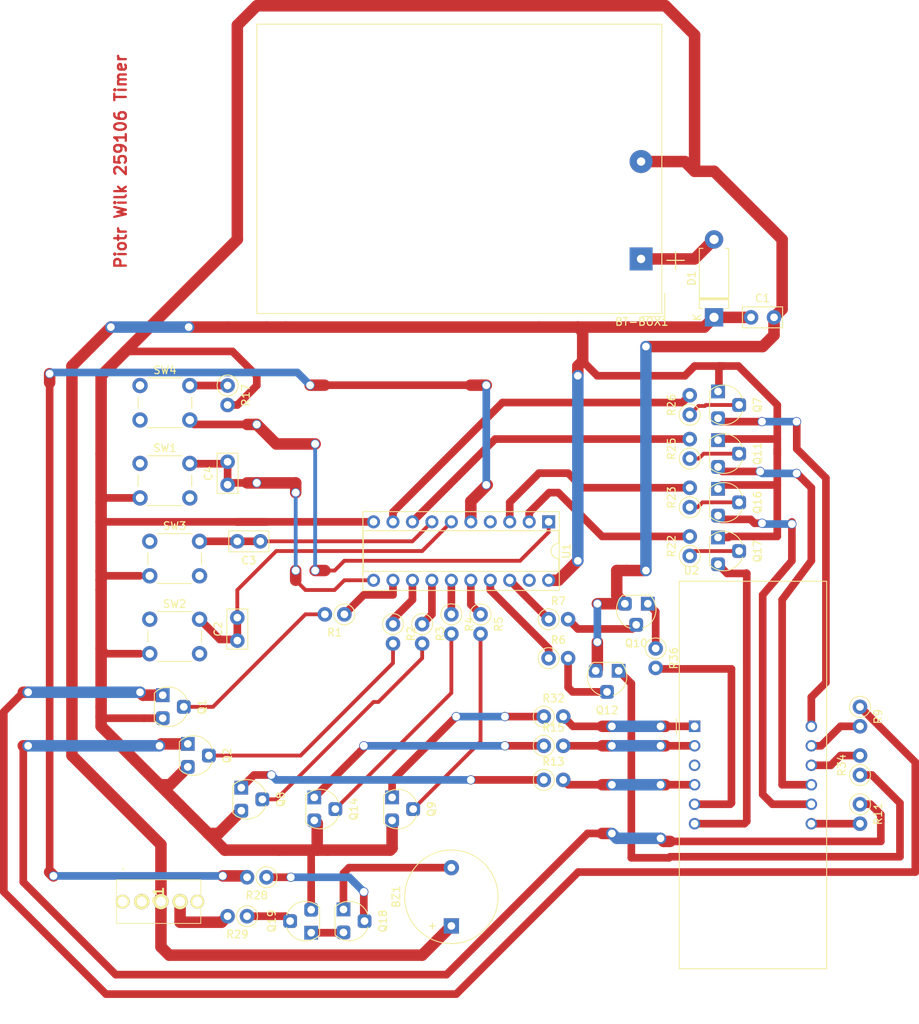
<source format=kicad_pcb>
(kicad_pcb (version 20171130) (host pcbnew "(5.1.9)-1")

  (general
    (thickness 1.6)
    (drawings 2)
    (tracks 448)
    (zones 0)
    (modules 48)
    (nets 59)
  )

  (page A4)
  (layers
    (0 F.Cu signal)
    (31 B.Cu signal)
    (32 B.Adhes user hide)
    (33 F.Adhes user hide)
    (34 B.Paste user hide)
    (35 F.Paste user hide)
    (36 B.SilkS user)
    (37 F.SilkS user)
    (38 B.Mask user)
    (39 F.Mask user)
    (40 Dwgs.User user)
    (41 Cmts.User user hide)
    (42 Eco1.User user hide)
    (43 Eco2.User user hide)
    (44 Edge.Cuts user hide)
    (45 Margin user hide)
    (46 B.CrtYd user)
    (47 F.CrtYd user)
    (48 B.Fab user)
    (49 F.Fab user hide)
  )

  (setup
    (last_trace_width 1.5)
    (user_trace_width 0.5)
    (user_trace_width 1)
    (user_trace_width 1.5)
    (trace_clearance 0.2)
    (zone_clearance 0.508)
    (zone_45_only no)
    (trace_min 0.2)
    (via_size 0.8)
    (via_drill 0.4)
    (via_min_size 0.4)
    (via_min_drill 0.3)
    (user_via 0.7 0.6)
    (user_via 1.2 1)
    (user_via 1.5 1.3)
    (uvia_size 0.3)
    (uvia_drill 0.1)
    (uvias_allowed no)
    (uvia_min_size 0.2)
    (uvia_min_drill 0.1)
    (edge_width 0.05)
    (segment_width 0.2)
    (pcb_text_width 0.3)
    (pcb_text_size 1.5 1.5)
    (mod_edge_width 0.12)
    (mod_text_size 1 1)
    (mod_text_width 0.15)
    (pad_size 1.524 1.524)
    (pad_drill 0.762)
    (pad_to_mask_clearance 0)
    (aux_axis_origin 0 0)
    (visible_elements 7FFFFFFF)
    (pcbplotparams
      (layerselection 0x010fc_ffffffff)
      (usegerberextensions false)
      (usegerberattributes true)
      (usegerberadvancedattributes true)
      (creategerberjobfile true)
      (excludeedgelayer true)
      (linewidth 0.100000)
      (plotframeref false)
      (viasonmask false)
      (mode 1)
      (useauxorigin false)
      (hpglpennumber 1)
      (hpglpenspeed 20)
      (hpglpendiameter 15.000000)
      (psnegative false)
      (psa4output false)
      (plotreference true)
      (plotvalue true)
      (plotinvisibletext false)
      (padsonsilk false)
      (subtractmaskfromsilk false)
      (outputformat 1)
      (mirror false)
      (drillshape 1)
      (scaleselection 1)
      (outputdirectory ""))
  )

  (net 0 "")
  (net 1 "Net-(BZ1-Pad2)")
  (net 2 GND)
  (net 3 /PD2)
  (net 4 /PD3)
  (net 5 "Net-(Q1-Pad1)")
  (net 6 "Net-(Q1-Pad2)")
  (net 7 "Net-(Q2-Pad2)")
  (net 8 "Net-(Q2-Pad1)")
  (net 9 "Net-(Q7-Pad2)")
  (net 10 "Net-(Q7-Pad3)")
  (net 11 "Net-(Q8-Pad1)")
  (net 12 "Net-(Q8-Pad2)")
  (net 13 "Net-(Q9-Pad1)")
  (net 14 "Net-(Q9-Pad2)")
  (net 15 "Net-(Q10-Pad1)")
  (net 16 "Net-(Q10-Pad2)")
  (net 17 "Net-(Q11-Pad2)")
  (net 18 "Net-(Q11-Pad3)")
  (net 19 "Net-(Q12-Pad2)")
  (net 20 "Net-(Q12-Pad1)")
  (net 21 "Net-(Q14-Pad2)")
  (net 22 "Net-(Q14-Pad1)")
  (net 23 "Net-(Q16-Pad3)")
  (net 24 "Net-(Q16-Pad2)")
  (net 25 "Net-(Q17-Pad2)")
  (net 26 "Net-(Q17-Pad3)")
  (net 27 "Net-(Q18-Pad3)")
  (net 28 "Net-(Q18-Pad2)")
  (net 29 "Net-(Q19-Pad2)")
  (net 30 "Net-(R1-Pad1)")
  (net 31 "Net-(R2-Pad1)")
  (net 32 "Net-(R3-Pad1)")
  (net 33 "Net-(R4-Pad1)")
  (net 34 "Net-(R5-Pad1)")
  (net 35 "Net-(R6-Pad1)")
  (net 36 "Net-(R7-Pad1)")
  (net 37 "Net-(R11-Pad2)")
  (net 38 "Net-(R13-Pad2)")
  (net 39 "Net-(R15-Pad2)")
  (net 40 /PD4)
  (net 41 /PD0)
  (net 42 /PD1)
  (net 43 /PD5)
  (net 44 /PD6)
  (net 45 "Net-(R29-Pad2)")
  (net 46 "Net-(R32-Pad2)")
  (net 47 "Net-(R34-Pad2)")
  (net 48 "Net-(R36-Pad2)")
  (net 49 "Net-(U1-Pad4)")
  (net 50 "Net-(BT-BOX1-Pad1)")
  (net 51 4,5V)
  (net 52 "Net-(R9-Pad2)")
  (net 53 /PA0)
  (net 54 "Net-(U1-Pad19)")
  (net 55 "Net-(U2-Pad3)")
  (net 56 "Net-(R17-Pad1)")
  (net 57 "Net-(SW4-Pad3)")
  (net 58 "Net-(S1-Pad1)")

  (net_class Default "This is the default net class."
    (clearance 0.2)
    (trace_width 0.25)
    (via_dia 0.8)
    (via_drill 0.4)
    (uvia_dia 0.3)
    (uvia_drill 0.1)
    (add_net /PA0)
    (add_net /PD0)
    (add_net /PD1)
    (add_net /PD2)
    (add_net /PD3)
    (add_net /PD4)
    (add_net /PD5)
    (add_net /PD6)
    (add_net 4,5V)
    (add_net GND)
    (add_net "Net-(BT-BOX1-Pad1)")
    (add_net "Net-(BZ1-Pad2)")
    (add_net "Net-(Q1-Pad1)")
    (add_net "Net-(Q1-Pad2)")
    (add_net "Net-(Q10-Pad1)")
    (add_net "Net-(Q10-Pad2)")
    (add_net "Net-(Q11-Pad2)")
    (add_net "Net-(Q11-Pad3)")
    (add_net "Net-(Q12-Pad1)")
    (add_net "Net-(Q12-Pad2)")
    (add_net "Net-(Q14-Pad1)")
    (add_net "Net-(Q14-Pad2)")
    (add_net "Net-(Q16-Pad2)")
    (add_net "Net-(Q16-Pad3)")
    (add_net "Net-(Q17-Pad2)")
    (add_net "Net-(Q17-Pad3)")
    (add_net "Net-(Q18-Pad2)")
    (add_net "Net-(Q18-Pad3)")
    (add_net "Net-(Q19-Pad2)")
    (add_net "Net-(Q2-Pad1)")
    (add_net "Net-(Q2-Pad2)")
    (add_net "Net-(Q7-Pad2)")
    (add_net "Net-(Q7-Pad3)")
    (add_net "Net-(Q8-Pad1)")
    (add_net "Net-(Q8-Pad2)")
    (add_net "Net-(Q9-Pad1)")
    (add_net "Net-(Q9-Pad2)")
    (add_net "Net-(R1-Pad1)")
    (add_net "Net-(R11-Pad2)")
    (add_net "Net-(R13-Pad2)")
    (add_net "Net-(R15-Pad2)")
    (add_net "Net-(R17-Pad1)")
    (add_net "Net-(R2-Pad1)")
    (add_net "Net-(R29-Pad2)")
    (add_net "Net-(R3-Pad1)")
    (add_net "Net-(R32-Pad2)")
    (add_net "Net-(R34-Pad2)")
    (add_net "Net-(R36-Pad2)")
    (add_net "Net-(R4-Pad1)")
    (add_net "Net-(R5-Pad1)")
    (add_net "Net-(R6-Pad1)")
    (add_net "Net-(R7-Pad1)")
    (add_net "Net-(R9-Pad2)")
    (add_net "Net-(S1-Pad1)")
    (add_net "Net-(SW4-Pad3)")
    (add_net "Net-(U1-Pad19)")
    (add_net "Net-(U1-Pad4)")
    (add_net "Net-(U2-Pad3)")
  )

  (net_class zasilanie ""
    (clearance 0.2)
    (trace_width 1.5)
    (via_dia 0.8)
    (via_drill 0.4)
    (uvia_dia 0.3)
    (uvia_drill 0.1)
  )

  (module DIY_PCB_SOLDER_VARIANTS:TO-92_HandSolder_1mm (layer F.Cu) (tedit 60B8BB31) (tstamp 60A02D93)
    (at 127 80.01 270)
    (descr "TO-92 leads molded, narrow, drill 0.75mm, handsoldering variant with enlarged pads (see NXP sot054_po.pdf)")
    (tags "to-92 sc-43 sc-43a sot54 PA33 transistor")
    (path /60E144B8)
    (fp_text reference Q16 (at 1.27 -4.4 270) (layer F.SilkS)
      (effects (font (size 1 1) (thickness 0.15)))
    )
    (fp_text value 2N3906 (at 1.27 2.79 270) (layer F.Fab)
      (effects (font (size 1 1) (thickness 0.15)))
    )
    (fp_line (start -0.53 1.85) (end 3.07 1.85) (layer F.SilkS) (width 0.12))
    (fp_line (start -0.5 1.75) (end 3 1.75) (layer F.Fab) (width 0.1))
    (fp_line (start -1.46 -3.05) (end 4 -3.05) (layer F.CrtYd) (width 0.05))
    (fp_line (start -1.46 -3.05) (end -1.46 2.01) (layer F.CrtYd) (width 0.05))
    (fp_line (start 4 2.01) (end 4 -3.05) (layer F.CrtYd) (width 0.05))
    (fp_line (start 4 2.01) (end -1.46 2.01) (layer F.CrtYd) (width 0.05))
    (fp_arc (start 1.27 0) (end 2.05 -2.45) (angle 117.6433766) (layer F.SilkS) (width 0.12))
    (fp_arc (start 1.27 0) (end 1.27 -2.48) (angle -135) (layer F.Fab) (width 0.1))
    (fp_arc (start 1.27 0) (end 0.45 -2.45) (angle -116.9632683) (layer F.SilkS) (width 0.12))
    (fp_arc (start 1.27 0) (end 1.27 -2.48) (angle 135) (layer F.Fab) (width 0.1))
    (fp_text user %R (at 1.27 0 270) (layer F.Fab)
      (effects (font (size 1 1) (thickness 0.15)))
    )
    (pad 1 thru_hole rect (at -0.5 0.75 270) (size 1.8 1.8) (drill 1) (layers *.Cu *.Mask)
      (net 51 4,5V))
    (pad 3 thru_hole roundrect (at 3 0.75 270) (size 1.8 1.8) (drill 1) (layers *.Cu *.Mask) (roundrect_rratio 0.25)
      (net 23 "Net-(Q16-Pad3)"))
    (pad 2 thru_hole roundrect (at 1.27 -2 270) (size 1.8 1.8) (drill 1) (layers *.Cu *.Mask) (roundrect_rratio 0.25)
      (net 24 "Net-(Q16-Pad2)"))
    (model ${KISYS3DMOD}/Package_TO_SOT_THT.3dshapes/TO-92.wrl
      (at (xyz 0 0 0))
      (scale (xyz 1 1 1))
      (rotate (xyz 0 0 0))
    )
  )

  (module DIY_PCB_SOLDER_VARIANTS:TO-92_HandSolder_1mm (layer F.Cu) (tedit 60B8BB20) (tstamp 60A02D39)
    (at 127 73.66 270)
    (descr "TO-92 leads molded, narrow, drill 0.75mm, handsoldering variant with enlarged pads (see NXP sot054_po.pdf)")
    (tags "to-92 sc-43 sc-43a sot54 PA33 transistor")
    (path /60E0EDF9)
    (fp_text reference Q11 (at 1.27 -4.4 270) (layer F.SilkS)
      (effects (font (size 1 1) (thickness 0.15)))
    )
    (fp_text value 2N3906 (at 1.27 2.79 270) (layer F.Fab)
      (effects (font (size 1 1) (thickness 0.15)))
    )
    (fp_line (start -0.53 1.85) (end 3.07 1.85) (layer F.SilkS) (width 0.12))
    (fp_line (start -0.5 1.75) (end 3 1.75) (layer F.Fab) (width 0.1))
    (fp_line (start -1.46 -3.05) (end 4 -3.05) (layer F.CrtYd) (width 0.05))
    (fp_line (start -1.46 -3.05) (end -1.46 2.01) (layer F.CrtYd) (width 0.05))
    (fp_line (start 4 2.01) (end 4 -3.05) (layer F.CrtYd) (width 0.05))
    (fp_line (start 4 2.01) (end -1.46 2.01) (layer F.CrtYd) (width 0.05))
    (fp_arc (start 1.27 0) (end 2.05 -2.45) (angle 117.6433766) (layer F.SilkS) (width 0.12))
    (fp_arc (start 1.27 0) (end 1.27 -2.48) (angle -135) (layer F.Fab) (width 0.1))
    (fp_arc (start 1.27 0) (end 0.45 -2.45) (angle -116.9632683) (layer F.SilkS) (width 0.12))
    (fp_arc (start 1.27 0) (end 1.27 -2.48) (angle 135) (layer F.Fab) (width 0.1))
    (fp_text user %R (at 1.27 0 270) (layer F.Fab)
      (effects (font (size 1 1) (thickness 0.15)))
    )
    (pad 1 thru_hole rect (at -0.5 0.75 270) (size 1.8 1.8) (drill 1) (layers *.Cu *.Mask)
      (net 51 4,5V))
    (pad 3 thru_hole roundrect (at 3 0.75 270) (size 1.8 1.8) (drill 1) (layers *.Cu *.Mask) (roundrect_rratio 0.25)
      (net 18 "Net-(Q11-Pad3)"))
    (pad 2 thru_hole roundrect (at 1.27 -2 270) (size 1.8 1.8) (drill 1) (layers *.Cu *.Mask) (roundrect_rratio 0.25)
      (net 17 "Net-(Q11-Pad2)"))
    (model ${KISYS3DMOD}/Package_TO_SOT_THT.3dshapes/TO-92.wrl
      (at (xyz 0 0 0))
      (scale (xyz 1 1 1))
      (rotate (xyz 0 0 0))
    )
  )

  (module DIY_PCB_SOLDER_VARIANTS:TO-92_HandSolder_1mm (layer F.Cu) (tedit 60B8BB0D) (tstamp 60A02CF1)
    (at 127 67.31 270)
    (descr "TO-92 leads molded, narrow, drill 0.75mm, handsoldering variant with enlarged pads (see NXP sot054_po.pdf)")
    (tags "to-92 sc-43 sc-43a sot54 PA33 transistor")
    (path /60E0949B)
    (fp_text reference Q7 (at 1.27 -4.4 270) (layer F.SilkS)
      (effects (font (size 1 1) (thickness 0.15)))
    )
    (fp_text value 2N3906 (at 1.27 2.79 270) (layer F.Fab)
      (effects (font (size 1 1) (thickness 0.15)))
    )
    (fp_line (start -0.53 1.85) (end 3.07 1.85) (layer F.SilkS) (width 0.12))
    (fp_line (start -0.5 1.75) (end 3 1.75) (layer F.Fab) (width 0.1))
    (fp_line (start -1.46 -3.05) (end 4 -3.05) (layer F.CrtYd) (width 0.05))
    (fp_line (start -1.46 -3.05) (end -1.46 2.01) (layer F.CrtYd) (width 0.05))
    (fp_line (start 4 2.01) (end 4 -3.05) (layer F.CrtYd) (width 0.05))
    (fp_line (start 4 2.01) (end -1.46 2.01) (layer F.CrtYd) (width 0.05))
    (fp_arc (start 1.27 0) (end 2.05 -2.45) (angle 117.6433766) (layer F.SilkS) (width 0.12))
    (fp_arc (start 1.27 0) (end 1.27 -2.48) (angle -135) (layer F.Fab) (width 0.1))
    (fp_arc (start 1.27 0) (end 0.45 -2.45) (angle -116.9632683) (layer F.SilkS) (width 0.12))
    (fp_arc (start 1.27 0) (end 1.27 -2.48) (angle 135) (layer F.Fab) (width 0.1))
    (fp_text user %R (at 1.27 0 270) (layer F.Fab)
      (effects (font (size 1 1) (thickness 0.15)))
    )
    (pad 1 thru_hole rect (at -0.5 0.75 270) (size 1.8 1.8) (drill 1) (layers *.Cu *.Mask)
      (net 51 4,5V))
    (pad 3 thru_hole roundrect (at 3 0.75 270) (size 1.8 1.8) (drill 1) (layers *.Cu *.Mask) (roundrect_rratio 0.25)
      (net 10 "Net-(Q7-Pad3)"))
    (pad 2 thru_hole roundrect (at 1.27 -2 270) (size 1.8 1.8) (drill 1) (layers *.Cu *.Mask) (roundrect_rratio 0.25)
      (net 9 "Net-(Q7-Pad2)"))
    (model ${KISYS3DMOD}/Package_TO_SOT_THT.3dshapes/TO-92.wrl
      (at (xyz 0 0 0))
      (scale (xyz 1 1 1))
      (rotate (xyz 0 0 0))
    )
  )

  (module DIY_PCB_SOLDER_VARIANTS:TO-92_HandSolder_1mm (layer F.Cu) (tedit 60B8BAEF) (tstamp 60B95D3A)
    (at 127 86.36 270)
    (descr "TO-92 leads molded, narrow, drill 0.75mm, handsoldering variant with enlarged pads (see NXP sot054_po.pdf)")
    (tags "to-92 sc-43 sc-43a sot54 PA33 transistor")
    (path /60E19DB5)
    (fp_text reference Q17 (at 1.27 -4.4 270) (layer F.SilkS)
      (effects (font (size 1 1) (thickness 0.15)))
    )
    (fp_text value 2N3906 (at 1.27 2.79 270) (layer F.Fab)
      (effects (font (size 1 1) (thickness 0.15)))
    )
    (fp_line (start -0.53 1.85) (end 3.07 1.85) (layer F.SilkS) (width 0.12))
    (fp_line (start -0.5 1.75) (end 3 1.75) (layer F.Fab) (width 0.1))
    (fp_line (start -1.46 -3.05) (end 4 -3.05) (layer F.CrtYd) (width 0.05))
    (fp_line (start -1.46 -3.05) (end -1.46 2.01) (layer F.CrtYd) (width 0.05))
    (fp_line (start 4 2.01) (end 4 -3.05) (layer F.CrtYd) (width 0.05))
    (fp_line (start 4 2.01) (end -1.46 2.01) (layer F.CrtYd) (width 0.05))
    (fp_arc (start 1.27 0) (end 2.05 -2.45) (angle 117.6433766) (layer F.SilkS) (width 0.12))
    (fp_arc (start 1.27 0) (end 1.27 -2.48) (angle -135) (layer F.Fab) (width 0.1))
    (fp_arc (start 1.27 0) (end 0.45 -2.45) (angle -116.9632683) (layer F.SilkS) (width 0.12))
    (fp_arc (start 1.27 0) (end 1.27 -2.48) (angle 135) (layer F.Fab) (width 0.1))
    (fp_text user %R (at 1.27 0 270) (layer F.Fab)
      (effects (font (size 1 1) (thickness 0.15)))
    )
    (pad 1 thru_hole rect (at -0.5 0.75 270) (size 1.8 1.8) (drill 1) (layers *.Cu *.Mask)
      (net 51 4,5V))
    (pad 3 thru_hole roundrect (at 3 0.75 270) (size 1.8 1.8) (drill 1) (layers *.Cu *.Mask) (roundrect_rratio 0.25)
      (net 26 "Net-(Q17-Pad3)"))
    (pad 2 thru_hole roundrect (at 1.27 -2 270) (size 1.8 1.8) (drill 1) (layers *.Cu *.Mask) (roundrect_rratio 0.25)
      (net 25 "Net-(Q17-Pad2)"))
    (model ${KISYS3DMOD}/Package_TO_SOT_THT.3dshapes/TO-92.wrl
      (at (xyz 0 0 0))
      (scale (xyz 1 1 1))
      (rotate (xyz 0 0 0))
    )
  )

  (module DIY_PCB_SOLDER_VARIANTS:R_Axial_DIN0207_L6.3mm_D2.5mm_P2.54mm_Vertical_1mm-hole (layer F.Cu) (tedit 60B89104) (tstamp 60A02E48)
    (at 144.78 107.95 270)
    (descr "Resistor, Axial_DIN0207 series, Axial, Vertical, pin pitch=2.54mm, 0.25W = 1/4W, length*diameter=6.3*2.5mm^2, http://cdn-reichelt.de/documents/datenblatt/B400/1_4W%23YAG.pdf")
    (tags "Resistor Axial_DIN0207 series Axial Vertical pin pitch 2.54mm 0.25W = 1/4W length 6.3mm diameter 2.5mm")
    (path /60C1878B)
    (fp_text reference R9 (at 1.27 -2.37 270) (layer F.SilkS)
      (effects (font (size 1 1) (thickness 0.15)))
    )
    (fp_text value 10 (at 1.27 2.37 270) (layer F.Fab)
      (effects (font (size 1 1) (thickness 0.15)))
    )
    (fp_text user %R (at 1.27 -2.37 270) (layer F.Fab)
      (effects (font (size 1 1) (thickness 0.15)))
    )
    (fp_line (start 3.59 -1.5) (end -1.5 -1.5) (layer F.CrtYd) (width 0.05))
    (fp_line (start 3.59 1.5) (end 3.59 -1.5) (layer F.CrtYd) (width 0.05))
    (fp_line (start -1.5 1.5) (end 3.59 1.5) (layer F.CrtYd) (width 0.05))
    (fp_line (start -1.5 -1.5) (end -1.5 1.5) (layer F.CrtYd) (width 0.05))
    (fp_line (start 1.37 0) (end 1.44 0) (layer F.SilkS) (width 0.12))
    (fp_line (start 0 0) (end 2.54 0) (layer F.Fab) (width 0.1))
    (fp_circle (center 0 0) (end 1.37 0) (layer F.SilkS) (width 0.12))
    (fp_circle (center 0 0) (end 1.25 0) (layer F.Fab) (width 0.1))
    (pad 1 thru_hole circle (at 0 0 270) (size 1.9 1.9) (drill 1) (layers *.Cu *.Mask)
      (net 5 "Net-(Q1-Pad1)"))
    (pad 2 thru_hole oval (at 2.54 0 270) (size 1.9 1.9) (drill 1) (layers *.Cu *.Mask)
      (net 52 "Net-(R9-Pad2)"))
    (model ${KISYS3DMOD}/Resistor_THT.3dshapes/R_Axial_DIN0207_L6.3mm_D2.5mm_P2.54mm_Vertical.wrl
      (at (xyz 0 0 0))
      (scale (xyz 1 1 1))
      (rotate (xyz 0 0 0))
    )
  )

  (module DIY_PCB_SOLDER_VARIANTS:DIP-20_W7.62mm_Socket_1mm-hole (layer F.Cu) (tedit 60B892AE) (tstamp 60A0308B)
    (at 104.14 83.82 270)
    (descr "20-lead though-hole mounted DIP package, row spacing 7.62 mm (300 mils), Socket")
    (tags "THT DIP DIL PDIP 2.54mm 7.62mm 300mil Socket")
    (path /60840D00)
    (fp_text reference U1 (at 3.81 -2.33 90) (layer F.SilkS)
      (effects (font (size 1 1) (thickness 0.15)))
    )
    (fp_text value ATtiny2313-20PU (at 3.81 25.19 90) (layer F.Fab)
      (effects (font (size 1 1) (thickness 0.15)))
    )
    (fp_text user %R (at 3.81 11.43 90) (layer F.Fab)
      (effects (font (size 1 1) (thickness 0.15)))
    )
    (fp_arc (start 3.81 -1.33) (end 2.81 -1.33) (angle -180) (layer F.SilkS) (width 0.12))
    (fp_line (start 1.635 -1.27) (end 6.985 -1.27) (layer F.Fab) (width 0.1))
    (fp_line (start 6.985 -1.27) (end 6.985 24.13) (layer F.Fab) (width 0.1))
    (fp_line (start 6.985 24.13) (end 0.635 24.13) (layer F.Fab) (width 0.1))
    (fp_line (start 0.635 24.13) (end 0.635 -0.27) (layer F.Fab) (width 0.1))
    (fp_line (start 0.635 -0.27) (end 1.635 -1.27) (layer F.Fab) (width 0.1))
    (fp_line (start -1.27 -1.33) (end -1.27 24.19) (layer F.Fab) (width 0.1))
    (fp_line (start -1.27 24.19) (end 8.89 24.19) (layer F.Fab) (width 0.1))
    (fp_line (start 8.89 24.19) (end 8.89 -1.33) (layer F.Fab) (width 0.1))
    (fp_line (start 8.89 -1.33) (end -1.27 -1.33) (layer F.Fab) (width 0.1))
    (fp_line (start 2.81 -1.33) (end 1.16 -1.33) (layer F.SilkS) (width 0.12))
    (fp_line (start 1.16 -1.33) (end 1.16 24.19) (layer F.SilkS) (width 0.12))
    (fp_line (start 1.16 24.19) (end 6.46 24.19) (layer F.SilkS) (width 0.12))
    (fp_line (start 6.46 24.19) (end 6.46 -1.33) (layer F.SilkS) (width 0.12))
    (fp_line (start 6.46 -1.33) (end 4.81 -1.33) (layer F.SilkS) (width 0.12))
    (fp_line (start -1.33 -1.39) (end -1.33 24.25) (layer F.SilkS) (width 0.12))
    (fp_line (start -1.33 24.25) (end 8.95 24.25) (layer F.SilkS) (width 0.12))
    (fp_line (start 8.95 24.25) (end 8.95 -1.39) (layer F.SilkS) (width 0.12))
    (fp_line (start 8.95 -1.39) (end -1.33 -1.39) (layer F.SilkS) (width 0.12))
    (fp_line (start -1.55 -1.6) (end -1.55 24.45) (layer F.CrtYd) (width 0.05))
    (fp_line (start -1.55 24.45) (end 9.15 24.45) (layer F.CrtYd) (width 0.05))
    (fp_line (start 9.15 24.45) (end 9.15 -1.6) (layer F.CrtYd) (width 0.05))
    (fp_line (start 9.15 -1.6) (end -1.55 -1.6) (layer F.CrtYd) (width 0.05))
    (pad 20 thru_hole oval (at 7.62 0 270) (size 1.7 1.7) (drill 1) (layers *.Cu *.Mask)
      (net 51 4,5V))
    (pad 10 thru_hole oval (at 0 22.86 270) (size 1.7 1.7) (drill 1) (layers *.Cu *.Mask)
      (net 2 GND))
    (pad 19 thru_hole oval (at 7.62 2.54 270) (size 1.7 1.7) (drill 1) (layers *.Cu *.Mask)
      (net 54 "Net-(U1-Pad19)"))
    (pad 9 thru_hole oval (at 0 20.32 270) (size 1.7 1.7) (drill 1) (layers *.Cu *.Mask)
      (net 43 /PD5))
    (pad 18 thru_hole oval (at 7.62 5.08 270) (size 1.7 1.7) (drill 1) (layers *.Cu *.Mask)
      (net 36 "Net-(R7-Pad1)"))
    (pad 8 thru_hole oval (at 0 17.78 270) (size 1.7 1.7) (drill 1) (layers *.Cu *.Mask)
      (net 40 /PD4))
    (pad 17 thru_hole oval (at 7.62 7.62 270) (size 1.7 1.7) (drill 1) (layers *.Cu *.Mask)
      (net 35 "Net-(R6-Pad1)"))
    (pad 7 thru_hole oval (at 0 15.24 270) (size 1.7 1.7) (drill 1) (layers *.Cu *.Mask)
      (net 4 /PD3))
    (pad 16 thru_hole oval (at 7.62 10.16 270) (size 1.7 1.7) (drill 1) (layers *.Cu *.Mask)
      (net 34 "Net-(R5-Pad1)"))
    (pad 6 thru_hole oval (at 0 12.7 270) (size 1.7 1.7) (drill 1) (layers *.Cu *.Mask)
      (net 3 /PD2))
    (pad 15 thru_hole oval (at 7.62 12.7 270) (size 1.7 1.7) (drill 1) (layers *.Cu *.Mask)
      (net 33 "Net-(R4-Pad1)"))
    (pad 5 thru_hole oval (at 0 10.16 270) (size 1.7 1.7) (drill 1) (layers *.Cu *.Mask)
      (net 53 /PA0))
    (pad 14 thru_hole oval (at 7.62 15.24 270) (size 1.7 1.7) (drill 1) (layers *.Cu *.Mask)
      (net 32 "Net-(R3-Pad1)"))
    (pad 4 thru_hole oval (at 0 7.62 270) (size 1.7 1.7) (drill 1) (layers *.Cu *.Mask)
      (net 49 "Net-(U1-Pad4)"))
    (pad 13 thru_hole oval (at 7.62 17.78 270) (size 1.7 1.7) (drill 1) (layers *.Cu *.Mask)
      (net 31 "Net-(R2-Pad1)"))
    (pad 3 thru_hole oval (at 0 5.08 270) (size 1.7 1.7) (drill 1) (layers *.Cu *.Mask)
      (net 42 /PD1))
    (pad 12 thru_hole oval (at 7.62 20.32 270) (size 1.7 1.7) (drill 1) (layers *.Cu *.Mask)
      (net 30 "Net-(R1-Pad1)"))
    (pad 2 thru_hole oval (at 0 2.54 270) (size 1.7 1.7) (drill 1) (layers *.Cu *.Mask)
      (net 41 /PD0))
    (pad 11 thru_hole oval (at 7.62 22.86 270) (size 1.7 1.7) (drill 1) (layers *.Cu *.Mask)
      (net 44 /PD6))
    (pad 1 thru_hole rect (at 0 0 270) (size 1.7 1.7) (drill 1) (layers *.Cu *.Mask)
      (net 57 "Net-(SW4-Pad3)"))
    (model ${KISYS3DMOD}/Package_DIP.3dshapes/DIP-20_W7.62mm_Socket.wrl
      (at (xyz 0 0 0))
      (scale (xyz 1 1 1))
      (rotate (xyz 0 0 0))
    )
  )

  (module DIY_PCB_SOLDER_VARIANTS:SLG12014_Bigger (layer F.Cu) (tedit 60B8904A) (tstamp 60A0301D)
    (at 49.53 133.35 90)
    (descr SLG12014-1)
    (tags Switch)
    (path /60A04D9E)
    (fp_text reference S1 (at 0.725 3.7 90) (layer F.SilkS)
      (effects (font (size 1.27 1.27) (thickness 0.254)))
    )
    (fp_text value SLG12014 (at 0.725 3.7 90) (layer F.SilkS) hide
      (effects (font (size 1.27 1.27) (thickness 0.254)))
    )
    (fp_arc (start 4.25 -0.9) (end 4.3 -0.9) (angle -180) (layer F.SilkS) (width 0.1))
    (fp_arc (start 4.25 -0.9) (end 4.2 -0.9) (angle -180) (layer F.SilkS) (width 0.1))
    (fp_line (start 4.3 -0.9) (end 4.3 -0.9) (layer F.SilkS) (width 0.1))
    (fp_line (start 4.2 -0.9) (end 4.2 -0.9) (layer F.SilkS) (width 0.1))
    (fp_line (start -3.85 10.2) (end -3.85 -2.8) (layer Dwgs.User) (width 0.1))
    (fp_line (start 5.3 10.2) (end -3.85 10.2) (layer Dwgs.User) (width 0.1))
    (fp_line (start 5.3 -2.8) (end 5.3 10.2) (layer Dwgs.User) (width 0.1))
    (fp_line (start -3.85 -2.8) (end 5.3 -2.8) (layer Dwgs.User) (width 0.1))
    (fp_line (start -2.85 9.2) (end -2.85 -1.8) (layer F.SilkS) (width 0.1))
    (fp_line (start 2.85 9.2) (end -2.85 9.2) (layer F.SilkS) (width 0.1))
    (fp_line (start 2.85 -1.8) (end 2.85 9.2) (layer F.SilkS) (width 0.1))
    (fp_line (start -2.85 -1.8) (end 2.85 -1.8) (layer F.SilkS) (width 0.1))
    (fp_line (start -2.85 9.2) (end -2.85 -1.8) (layer Dwgs.User) (width 0.2))
    (fp_line (start 2.85 9.2) (end -2.85 9.2) (layer Dwgs.User) (width 0.2))
    (fp_line (start 2.85 -1.8) (end 2.85 9.2) (layer Dwgs.User) (width 0.2))
    (fp_line (start -2.85 -1.8) (end 2.85 -1.8) (layer Dwgs.User) (width 0.2))
    (pad 4 thru_hole circle (at 0 -1 180) (size 1.8 1.8) (drill 1.3) (layers *.Cu *.Mask F.SilkS))
    (pad 5 thru_hole circle (at 0 8.75 180) (size 1.8 1.8) (drill 1.3) (layers *.Cu *.Mask F.SilkS))
    (pad 3 thru_hole circle (at 0 6.5 180) (size 2 2) (drill 1.3) (layers *.Cu *.Mask F.SilkS)
      (net 45 "Net-(R29-Pad2)"))
    (pad 2 thru_hole circle (at 0 4 180) (size 2 2) (drill 1.3) (layers *.Cu *.Mask F.SilkS)
      (net 51 4,5V))
    (pad 1 thru_hole circle (at 0 1.5 180) (size 2 2) (drill 1.3) (layers *.Cu *.Mask F.SilkS)
      (net 58 "Net-(S1-Pad1)"))
    (model ${KISYS3DMOD}/Button_Switch_THT.3dshapes/SW_E-Switch_EG1224_SPDT_Angled.step
      (offset (xyz 2.5 0 0))
      (scale (xyz 1 1 1))
      (rotate (xyz 0 0 90))
    )
  )

  (module DIY_PCB_SOLDER_VARIANTS:R_Axial_DIN0207_L6.3mm_D2.5mm_P2.54mm_Vertical_1mm-hole (layer F.Cu) (tedit 60B89104) (tstamp 60A02FD9)
    (at 118.11 100.33 270)
    (descr "Resistor, Axial_DIN0207 series, Axial, Vertical, pin pitch=2.54mm, 0.25W = 1/4W, length*diameter=6.3*2.5mm^2, http://cdn-reichelt.de/documents/datenblatt/B400/1_4W%23YAG.pdf")
    (tags "Resistor Axial_DIN0207 series Axial Vertical pin pitch 2.54mm 0.25W = 1/4W length 6.3mm diameter 2.5mm")
    (path /60BE2F8D)
    (fp_text reference R36 (at 1.27 -2.37 270) (layer F.SilkS)
      (effects (font (size 1 1) (thickness 0.15)))
    )
    (fp_text value 10 (at 1.27 2.37 270) (layer F.Fab)
      (effects (font (size 1 1) (thickness 0.15)))
    )
    (fp_text user %R (at 1.27 -2.37 270) (layer F.Fab)
      (effects (font (size 1 1) (thickness 0.15)))
    )
    (fp_line (start 3.59 -1.5) (end -1.5 -1.5) (layer F.CrtYd) (width 0.05))
    (fp_line (start 3.59 1.5) (end 3.59 -1.5) (layer F.CrtYd) (width 0.05))
    (fp_line (start -1.5 1.5) (end 3.59 1.5) (layer F.CrtYd) (width 0.05))
    (fp_line (start -1.5 -1.5) (end -1.5 1.5) (layer F.CrtYd) (width 0.05))
    (fp_line (start 1.37 0) (end 1.44 0) (layer F.SilkS) (width 0.12))
    (fp_line (start 0 0) (end 2.54 0) (layer F.Fab) (width 0.1))
    (fp_circle (center 0 0) (end 1.37 0) (layer F.SilkS) (width 0.12))
    (fp_circle (center 0 0) (end 1.25 0) (layer F.Fab) (width 0.1))
    (pad 1 thru_hole circle (at 0 0 270) (size 1.9 1.9) (drill 1) (layers *.Cu *.Mask)
      (net 15 "Net-(Q10-Pad1)"))
    (pad 2 thru_hole oval (at 2.54 0 270) (size 1.9 1.9) (drill 1) (layers *.Cu *.Mask)
      (net 48 "Net-(R36-Pad2)"))
    (model ${KISYS3DMOD}/Resistor_THT.3dshapes/R_Axial_DIN0207_L6.3mm_D2.5mm_P2.54mm_Vertical.wrl
      (at (xyz 0 0 0))
      (scale (xyz 1 1 1))
      (rotate (xyz 0 0 0))
    )
  )

  (module DIY_PCB_SOLDER_VARIANTS:R_Axial_DIN0207_L6.3mm_D2.5mm_P2.54mm_Vertical_1mm-hole (layer F.Cu) (tedit 60B89104) (tstamp 60A02FBB)
    (at 144.78 116.84 90)
    (descr "Resistor, Axial_DIN0207 series, Axial, Vertical, pin pitch=2.54mm, 0.25W = 1/4W, length*diameter=6.3*2.5mm^2, http://cdn-reichelt.de/documents/datenblatt/B400/1_4W%23YAG.pdf")
    (tags "Resistor Axial_DIN0207 series Axial Vertical pin pitch 2.54mm 0.25W = 1/4W length 6.3mm diameter 2.5mm")
    (path /60BEBFF4)
    (fp_text reference R34 (at 1.27 -2.37 270) (layer F.SilkS)
      (effects (font (size 1 1) (thickness 0.15)))
    )
    (fp_text value 10 (at 1.27 2.37 270) (layer F.Fab)
      (effects (font (size 1 1) (thickness 0.15)))
    )
    (fp_text user %R (at 1.27 -2.37 270) (layer F.Fab)
      (effects (font (size 1 1) (thickness 0.15)))
    )
    (fp_line (start 3.59 -1.5) (end -1.5 -1.5) (layer F.CrtYd) (width 0.05))
    (fp_line (start 3.59 1.5) (end 3.59 -1.5) (layer F.CrtYd) (width 0.05))
    (fp_line (start -1.5 1.5) (end 3.59 1.5) (layer F.CrtYd) (width 0.05))
    (fp_line (start -1.5 -1.5) (end -1.5 1.5) (layer F.CrtYd) (width 0.05))
    (fp_line (start 1.37 0) (end 1.44 0) (layer F.SilkS) (width 0.12))
    (fp_line (start 0 0) (end 2.54 0) (layer F.Fab) (width 0.1))
    (fp_circle (center 0 0) (end 1.37 0) (layer F.SilkS) (width 0.12))
    (fp_circle (center 0 0) (end 1.25 0) (layer F.Fab) (width 0.1))
    (pad 1 thru_hole circle (at 0 0 90) (size 1.9 1.9) (drill 1) (layers *.Cu *.Mask)
      (net 20 "Net-(Q12-Pad1)"))
    (pad 2 thru_hole oval (at 2.54 0 90) (size 1.9 1.9) (drill 1) (layers *.Cu *.Mask)
      (net 47 "Net-(R34-Pad2)"))
    (model ${KISYS3DMOD}/Resistor_THT.3dshapes/R_Axial_DIN0207_L6.3mm_D2.5mm_P2.54mm_Vertical.wrl
      (at (xyz 0 0 0))
      (scale (xyz 1 1 1))
      (rotate (xyz 0 0 0))
    )
  )

  (module DIY_PCB_SOLDER_VARIANTS:R_Axial_DIN0207_L6.3mm_D2.5mm_P2.54mm_Vertical_1mm-hole (layer F.Cu) (tedit 60B89104) (tstamp 60A02F9D)
    (at 103.505 109.22)
    (descr "Resistor, Axial_DIN0207 series, Axial, Vertical, pin pitch=2.54mm, 0.25W = 1/4W, length*diameter=6.3*2.5mm^2, http://cdn-reichelt.de/documents/datenblatt/B400/1_4W%23YAG.pdf")
    (tags "Resistor Axial_DIN0207 series Axial Vertical pin pitch 2.54mm 0.25W = 1/4W length 6.3mm diameter 2.5mm")
    (path /60BF4F67)
    (fp_text reference R32 (at 1.27 -2.37 180) (layer F.SilkS)
      (effects (font (size 1 1) (thickness 0.15)))
    )
    (fp_text value 10 (at 1.27 2.37 180) (layer F.Fab)
      (effects (font (size 1 1) (thickness 0.15)))
    )
    (fp_text user %R (at 1.27 -2.37 180) (layer F.Fab)
      (effects (font (size 1 1) (thickness 0.15)))
    )
    (fp_line (start 3.59 -1.5) (end -1.5 -1.5) (layer F.CrtYd) (width 0.05))
    (fp_line (start 3.59 1.5) (end 3.59 -1.5) (layer F.CrtYd) (width 0.05))
    (fp_line (start -1.5 1.5) (end 3.59 1.5) (layer F.CrtYd) (width 0.05))
    (fp_line (start -1.5 -1.5) (end -1.5 1.5) (layer F.CrtYd) (width 0.05))
    (fp_line (start 1.37 0) (end 1.44 0) (layer F.SilkS) (width 0.12))
    (fp_line (start 0 0) (end 2.54 0) (layer F.Fab) (width 0.1))
    (fp_circle (center 0 0) (end 1.37 0) (layer F.SilkS) (width 0.12))
    (fp_circle (center 0 0) (end 1.25 0) (layer F.Fab) (width 0.1))
    (pad 1 thru_hole circle (at 0 0) (size 1.9 1.9) (drill 1) (layers *.Cu *.Mask)
      (net 13 "Net-(Q9-Pad1)"))
    (pad 2 thru_hole oval (at 2.54 0) (size 1.9 1.9) (drill 1) (layers *.Cu *.Mask)
      (net 46 "Net-(R32-Pad2)"))
    (model ${KISYS3DMOD}/Resistor_THT.3dshapes/R_Axial_DIN0207_L6.3mm_D2.5mm_P2.54mm_Vertical.wrl
      (at (xyz 0 0 0))
      (scale (xyz 1 1 1))
      (rotate (xyz 0 0 0))
    )
  )

  (module DIY_PCB_SOLDER_VARIANTS:R_Axial_DIN0207_L6.3mm_D2.5mm_P2.54mm_Vertical_1mm-hole (layer F.Cu) (tedit 60B89104) (tstamp 60A02F70)
    (at 64.77 135.255 180)
    (descr "Resistor, Axial_DIN0207 series, Axial, Vertical, pin pitch=2.54mm, 0.25W = 1/4W, length*diameter=6.3*2.5mm^2, http://cdn-reichelt.de/documents/datenblatt/B400/1_4W%23YAG.pdf")
    (tags "Resistor Axial_DIN0207 series Axial Vertical pin pitch 2.54mm 0.25W = 1/4W length 6.3mm diameter 2.5mm")
    (path /60A47964)
    (fp_text reference R29 (at 1.27 -2.37 180) (layer F.SilkS)
      (effects (font (size 1 1) (thickness 0.15)))
    )
    (fp_text value 10k (at 1.27 2.37 180) (layer F.Fab)
      (effects (font (size 1 1) (thickness 0.15)))
    )
    (fp_text user %R (at 1.27 -2.37 180) (layer F.Fab)
      (effects (font (size 1 1) (thickness 0.15)))
    )
    (fp_line (start 3.59 -1.5) (end -1.5 -1.5) (layer F.CrtYd) (width 0.05))
    (fp_line (start 3.59 1.5) (end 3.59 -1.5) (layer F.CrtYd) (width 0.05))
    (fp_line (start -1.5 1.5) (end 3.59 1.5) (layer F.CrtYd) (width 0.05))
    (fp_line (start -1.5 -1.5) (end -1.5 1.5) (layer F.CrtYd) (width 0.05))
    (fp_line (start 1.37 0) (end 1.44 0) (layer F.SilkS) (width 0.12))
    (fp_line (start 0 0) (end 2.54 0) (layer F.Fab) (width 0.1))
    (fp_circle (center 0 0) (end 1.37 0) (layer F.SilkS) (width 0.12))
    (fp_circle (center 0 0) (end 1.25 0) (layer F.Fab) (width 0.1))
    (pad 1 thru_hole circle (at 0 0 180) (size 1.9 1.9) (drill 1) (layers *.Cu *.Mask)
      (net 29 "Net-(Q19-Pad2)"))
    (pad 2 thru_hole oval (at 2.54 0 180) (size 1.9 1.9) (drill 1) (layers *.Cu *.Mask)
      (net 45 "Net-(R29-Pad2)"))
    (model ${KISYS3DMOD}/Resistor_THT.3dshapes/R_Axial_DIN0207_L6.3mm_D2.5mm_P2.54mm_Vertical.wrl
      (at (xyz 0 0 0))
      (scale (xyz 1 1 1))
      (rotate (xyz 0 0 0))
    )
  )

  (module DIY_PCB_SOLDER_VARIANTS:R_Axial_DIN0207_L6.3mm_D2.5mm_P2.54mm_Vertical_1mm-hole (layer F.Cu) (tedit 60B89104) (tstamp 60A02F61)
    (at 67.31 130.175 180)
    (descr "Resistor, Axial_DIN0207 series, Axial, Vertical, pin pitch=2.54mm, 0.25W = 1/4W, length*diameter=6.3*2.5mm^2, http://cdn-reichelt.de/documents/datenblatt/B400/1_4W%23YAG.pdf")
    (tags "Resistor Axial_DIN0207 series Axial Vertical pin pitch 2.54mm 0.25W = 1/4W length 6.3mm diameter 2.5mm")
    (path /60A6E123)
    (fp_text reference R28 (at 1.27 -2.37 180) (layer F.SilkS)
      (effects (font (size 1 1) (thickness 0.15)))
    )
    (fp_text value 10k (at 1.27 2.37 180) (layer F.Fab)
      (effects (font (size 1 1) (thickness 0.15)))
    )
    (fp_text user %R (at 1.27 -2.37 180) (layer F.Fab)
      (effects (font (size 1 1) (thickness 0.15)))
    )
    (fp_line (start 3.59 -1.5) (end -1.5 -1.5) (layer F.CrtYd) (width 0.05))
    (fp_line (start 3.59 1.5) (end 3.59 -1.5) (layer F.CrtYd) (width 0.05))
    (fp_line (start -1.5 1.5) (end 3.59 1.5) (layer F.CrtYd) (width 0.05))
    (fp_line (start -1.5 -1.5) (end -1.5 1.5) (layer F.CrtYd) (width 0.05))
    (fp_line (start 1.37 0) (end 1.44 0) (layer F.SilkS) (width 0.12))
    (fp_line (start 0 0) (end 2.54 0) (layer F.Fab) (width 0.1))
    (fp_circle (center 0 0) (end 1.37 0) (layer F.SilkS) (width 0.12))
    (fp_circle (center 0 0) (end 1.25 0) (layer F.Fab) (width 0.1))
    (pad 1 thru_hole circle (at 0 0 180) (size 1.9 1.9) (drill 1) (layers *.Cu *.Mask)
      (net 28 "Net-(Q18-Pad2)"))
    (pad 2 thru_hole oval (at 2.54 0 180) (size 1.9 1.9) (drill 1) (layers *.Cu *.Mask)
      (net 53 /PA0))
    (model ${KISYS3DMOD}/Resistor_THT.3dshapes/R_Axial_DIN0207_L6.3mm_D2.5mm_P2.54mm_Vertical.wrl
      (at (xyz 0 0 0))
      (scale (xyz 1 1 1))
      (rotate (xyz 0 0 0))
    )
  )

  (module DIY_PCB_SOLDER_VARIANTS:R_Axial_DIN0207_L6.3mm_D2.5mm_P2.54mm_Vertical_1mm-hole (layer F.Cu) (tedit 60B89104) (tstamp 60A02F43)
    (at 122.555 69.85 90)
    (descr "Resistor, Axial_DIN0207 series, Axial, Vertical, pin pitch=2.54mm, 0.25W = 1/4W, length*diameter=6.3*2.5mm^2, http://cdn-reichelt.de/documents/datenblatt/B400/1_4W%23YAG.pdf")
    (tags "Resistor Axial_DIN0207 series Axial Vertical pin pitch 2.54mm 0.25W = 1/4W length 6.3mm diameter 2.5mm")
    (path /60E47B10)
    (fp_text reference R26 (at 1.27 -2.37 270) (layer F.SilkS)
      (effects (font (size 1 1) (thickness 0.15)))
    )
    (fp_text value 330 (at 1.27 2.37 270) (layer F.Fab)
      (effects (font (size 1 1) (thickness 0.15)))
    )
    (fp_text user %R (at 1.27 -2.37 270) (layer F.Fab)
      (effects (font (size 1 1) (thickness 0.15)))
    )
    (fp_line (start 3.59 -1.5) (end -1.5 -1.5) (layer F.CrtYd) (width 0.05))
    (fp_line (start 3.59 1.5) (end 3.59 -1.5) (layer F.CrtYd) (width 0.05))
    (fp_line (start -1.5 1.5) (end 3.59 1.5) (layer F.CrtYd) (width 0.05))
    (fp_line (start -1.5 -1.5) (end -1.5 1.5) (layer F.CrtYd) (width 0.05))
    (fp_line (start 1.37 0) (end 1.44 0) (layer F.SilkS) (width 0.12))
    (fp_line (start 0 0) (end 2.54 0) (layer F.Fab) (width 0.1))
    (fp_circle (center 0 0) (end 1.37 0) (layer F.SilkS) (width 0.12))
    (fp_circle (center 0 0) (end 1.25 0) (layer F.Fab) (width 0.1))
    (pad 1 thru_hole circle (at 0 0 90) (size 1.9 1.9) (drill 1) (layers *.Cu *.Mask)
      (net 25 "Net-(Q17-Pad2)"))
    (pad 2 thru_hole oval (at 2.54 0 90) (size 1.9 1.9) (drill 1) (layers *.Cu *.Mask)
      (net 43 /PD5))
    (model ${KISYS3DMOD}/Resistor_THT.3dshapes/R_Axial_DIN0207_L6.3mm_D2.5mm_P2.54mm_Vertical.wrl
      (at (xyz 0 0 0))
      (scale (xyz 1 1 1))
      (rotate (xyz 0 0 0))
    )
  )

  (module DIY_PCB_SOLDER_VARIANTS:R_Axial_DIN0207_L6.3mm_D2.5mm_P2.54mm_Vertical_1mm-hole (layer F.Cu) (tedit 60B89104) (tstamp 60A02F34)
    (at 122.555 75.565 90)
    (descr "Resistor, Axial_DIN0207 series, Axial, Vertical, pin pitch=2.54mm, 0.25W = 1/4W, length*diameter=6.3*2.5mm^2, http://cdn-reichelt.de/documents/datenblatt/B400/1_4W%23YAG.pdf")
    (tags "Resistor Axial_DIN0207 series Axial Vertical pin pitch 2.54mm 0.25W = 1/4W length 6.3mm diameter 2.5mm")
    (path /60E42AB9)
    (fp_text reference R25 (at 1.27 -2.37 -90) (layer F.SilkS)
      (effects (font (size 1 1) (thickness 0.15)))
    )
    (fp_text value 330 (at 1.27 2.37 -90) (layer F.Fab)
      (effects (font (size 1 1) (thickness 0.15)))
    )
    (fp_text user %R (at 1.27 -2.37 -90) (layer F.Fab)
      (effects (font (size 1 1) (thickness 0.15)))
    )
    (fp_line (start 3.59 -1.5) (end -1.5 -1.5) (layer F.CrtYd) (width 0.05))
    (fp_line (start 3.59 1.5) (end 3.59 -1.5) (layer F.CrtYd) (width 0.05))
    (fp_line (start -1.5 1.5) (end 3.59 1.5) (layer F.CrtYd) (width 0.05))
    (fp_line (start -1.5 -1.5) (end -1.5 1.5) (layer F.CrtYd) (width 0.05))
    (fp_line (start 1.37 0) (end 1.44 0) (layer F.SilkS) (width 0.12))
    (fp_line (start 0 0) (end 2.54 0) (layer F.Fab) (width 0.1))
    (fp_circle (center 0 0) (end 1.37 0) (layer F.SilkS) (width 0.12))
    (fp_circle (center 0 0) (end 1.25 0) (layer F.Fab) (width 0.1))
    (pad 1 thru_hole circle (at 0 0 90) (size 1.9 1.9) (drill 1) (layers *.Cu *.Mask)
      (net 24 "Net-(Q16-Pad2)"))
    (pad 2 thru_hole oval (at 2.54 0 90) (size 1.9 1.9) (drill 1) (layers *.Cu *.Mask)
      (net 40 /PD4))
    (model ${KISYS3DMOD}/Resistor_THT.3dshapes/R_Axial_DIN0207_L6.3mm_D2.5mm_P2.54mm_Vertical.wrl
      (at (xyz 0 0 0))
      (scale (xyz 1 1 1))
      (rotate (xyz 0 0 0))
    )
  )

  (module DIY_PCB_SOLDER_VARIANTS:R_Axial_DIN0207_L6.3mm_D2.5mm_P2.54mm_Vertical_1mm-hole (layer F.Cu) (tedit 60B89104) (tstamp 60A02F16)
    (at 122.555 81.915 90)
    (descr "Resistor, Axial_DIN0207 series, Axial, Vertical, pin pitch=2.54mm, 0.25W = 1/4W, length*diameter=6.3*2.5mm^2, http://cdn-reichelt.de/documents/datenblatt/B400/1_4W%23YAG.pdf")
    (tags "Resistor Axial_DIN0207 series Axial Vertical pin pitch 2.54mm 0.25W = 1/4W length 6.3mm diameter 2.5mm")
    (path /60E3DAE5)
    (fp_text reference R23 (at 1.27 -2.37 -90) (layer F.SilkS)
      (effects (font (size 1 1) (thickness 0.15)))
    )
    (fp_text value 330 (at 1.27 2.37 -90) (layer F.Fab)
      (effects (font (size 1 1) (thickness 0.15)))
    )
    (fp_text user %R (at 1.27 -2.37 -90) (layer F.Fab)
      (effects (font (size 1 1) (thickness 0.15)))
    )
    (fp_line (start 3.59 -1.5) (end -1.5 -1.5) (layer F.CrtYd) (width 0.05))
    (fp_line (start 3.59 1.5) (end 3.59 -1.5) (layer F.CrtYd) (width 0.05))
    (fp_line (start -1.5 1.5) (end 3.59 1.5) (layer F.CrtYd) (width 0.05))
    (fp_line (start -1.5 -1.5) (end -1.5 1.5) (layer F.CrtYd) (width 0.05))
    (fp_line (start 1.37 0) (end 1.44 0) (layer F.SilkS) (width 0.12))
    (fp_line (start 0 0) (end 2.54 0) (layer F.Fab) (width 0.1))
    (fp_circle (center 0 0) (end 1.37 0) (layer F.SilkS) (width 0.12))
    (fp_circle (center 0 0) (end 1.25 0) (layer F.Fab) (width 0.1))
    (pad 1 thru_hole circle (at 0 0 90) (size 1.9 1.9) (drill 1) (layers *.Cu *.Mask)
      (net 17 "Net-(Q11-Pad2)"))
    (pad 2 thru_hole oval (at 2.54 0 90) (size 1.9 1.9) (drill 1) (layers *.Cu *.Mask)
      (net 42 /PD1))
    (model ${KISYS3DMOD}/Resistor_THT.3dshapes/R_Axial_DIN0207_L6.3mm_D2.5mm_P2.54mm_Vertical.wrl
      (at (xyz 0 0 0))
      (scale (xyz 1 1 1))
      (rotate (xyz 0 0 0))
    )
  )

  (module DIY_PCB_SOLDER_VARIANTS:R_Axial_DIN0207_L6.3mm_D2.5mm_P2.54mm_Vertical_1mm-hole (layer F.Cu) (tedit 60B89104) (tstamp 60A02518)
    (at 122.555 88.265 90)
    (descr "Resistor, Axial_DIN0207 series, Axial, Vertical, pin pitch=2.54mm, 0.25W = 1/4W, length*diameter=6.3*2.5mm^2, http://cdn-reichelt.de/documents/datenblatt/B400/1_4W%23YAG.pdf")
    (tags "Resistor Axial_DIN0207 series Axial Vertical pin pitch 2.54mm 0.25W = 1/4W length 6.3mm diameter 2.5mm")
    (path /60E2D2DD)
    (fp_text reference R22 (at 1.27 -2.37 270) (layer F.SilkS)
      (effects (font (size 1 1) (thickness 0.15)))
    )
    (fp_text value 330 (at 1.27 2.37 270) (layer F.Fab)
      (effects (font (size 1 1) (thickness 0.15)))
    )
    (fp_text user %R (at 1.27 -2.37 270) (layer F.Fab)
      (effects (font (size 1 1) (thickness 0.15)))
    )
    (fp_line (start 3.59 -1.5) (end -1.5 -1.5) (layer F.CrtYd) (width 0.05))
    (fp_line (start 3.59 1.5) (end 3.59 -1.5) (layer F.CrtYd) (width 0.05))
    (fp_line (start -1.5 1.5) (end 3.59 1.5) (layer F.CrtYd) (width 0.05))
    (fp_line (start -1.5 -1.5) (end -1.5 1.5) (layer F.CrtYd) (width 0.05))
    (fp_line (start 1.37 0) (end 1.44 0) (layer F.SilkS) (width 0.12))
    (fp_line (start 0 0) (end 2.54 0) (layer F.Fab) (width 0.1))
    (fp_circle (center 0 0) (end 1.37 0) (layer F.SilkS) (width 0.12))
    (fp_circle (center 0 0) (end 1.25 0) (layer F.Fab) (width 0.1))
    (pad 1 thru_hole circle (at 0 0 90) (size 1.9 1.9) (drill 1) (layers *.Cu *.Mask)
      (net 9 "Net-(Q7-Pad2)"))
    (pad 2 thru_hole oval (at 2.54 0 90) (size 1.9 1.9) (drill 1) (layers *.Cu *.Mask)
      (net 41 /PD0))
    (model ${KISYS3DMOD}/Resistor_THT.3dshapes/R_Axial_DIN0207_L6.3mm_D2.5mm_P2.54mm_Vertical.wrl
      (at (xyz 0 0 0))
      (scale (xyz 1 1 1))
      (rotate (xyz 0 0 0))
    )
  )

  (module DIY_PCB_SOLDER_VARIANTS:R_Axial_DIN0207_L6.3mm_D2.5mm_P2.54mm_Vertical_1mm-hole (layer F.Cu) (tedit 60B89104) (tstamp 60A02EC0)
    (at 62.23 66.04 270)
    (descr "Resistor, Axial_DIN0207 series, Axial, Vertical, pin pitch=2.54mm, 0.25W = 1/4W, length*diameter=6.3*2.5mm^2, http://cdn-reichelt.de/documents/datenblatt/B400/1_4W%23YAG.pdf")
    (tags "Resistor Axial_DIN0207 series Axial Vertical pin pitch 2.54mm 0.25W = 1/4W length 6.3mm diameter 2.5mm")
    (path /60A82B4C)
    (fp_text reference R17 (at 1.27 -2.37 270) (layer F.SilkS)
      (effects (font (size 1 1) (thickness 0.15)))
    )
    (fp_text value 15k (at 1.27 2.37 270) (layer F.Fab)
      (effects (font (size 1 1) (thickness 0.15)))
    )
    (fp_text user %R (at 1.27 -2.37 270) (layer F.Fab)
      (effects (font (size 1 1) (thickness 0.15)))
    )
    (fp_line (start 3.59 -1.5) (end -1.5 -1.5) (layer F.CrtYd) (width 0.05))
    (fp_line (start 3.59 1.5) (end 3.59 -1.5) (layer F.CrtYd) (width 0.05))
    (fp_line (start -1.5 1.5) (end 3.59 1.5) (layer F.CrtYd) (width 0.05))
    (fp_line (start -1.5 -1.5) (end -1.5 1.5) (layer F.CrtYd) (width 0.05))
    (fp_line (start 1.37 0) (end 1.44 0) (layer F.SilkS) (width 0.12))
    (fp_line (start 0 0) (end 2.54 0) (layer F.Fab) (width 0.1))
    (fp_circle (center 0 0) (end 1.37 0) (layer F.SilkS) (width 0.12))
    (fp_circle (center 0 0) (end 1.25 0) (layer F.Fab) (width 0.1))
    (pad 1 thru_hole circle (at 0 0 270) (size 1.9 1.9) (drill 1) (layers *.Cu *.Mask)
      (net 56 "Net-(R17-Pad1)"))
    (pad 2 thru_hole oval (at 2.54 0 270) (size 1.9 1.9) (drill 1) (layers *.Cu *.Mask)
      (net 2 GND))
    (model ${KISYS3DMOD}/Resistor_THT.3dshapes/R_Axial_DIN0207_L6.3mm_D2.5mm_P2.54mm_Vertical.wrl
      (at (xyz 0 0 0))
      (scale (xyz 1 1 1))
      (rotate (xyz 0 0 0))
    )
  )

  (module DIY_PCB_SOLDER_VARIANTS:R_Axial_DIN0207_L6.3mm_D2.5mm_P2.54mm_Vertical_1mm-hole (layer F.Cu) (tedit 60B89104) (tstamp 60A02EA2)
    (at 103.505 113.03)
    (descr "Resistor, Axial_DIN0207 series, Axial, Vertical, pin pitch=2.54mm, 0.25W = 1/4W, length*diameter=6.3*2.5mm^2, http://cdn-reichelt.de/documents/datenblatt/B400/1_4W%23YAG.pdf")
    (tags "Resistor Axial_DIN0207 series Axial Vertical pin pitch 2.54mm 0.25W = 1/4W length 6.3mm diameter 2.5mm")
    (path /60BFDE66)
    (fp_text reference R15 (at 1.27 -2.37 180) (layer F.SilkS)
      (effects (font (size 1 1) (thickness 0.15)))
    )
    (fp_text value 10 (at 1.27 2.37 180) (layer F.Fab)
      (effects (font (size 1 1) (thickness 0.15)))
    )
    (fp_text user %R (at 1.27 -2.37 180) (layer F.Fab)
      (effects (font (size 1 1) (thickness 0.15)))
    )
    (fp_line (start 3.59 -1.5) (end -1.5 -1.5) (layer F.CrtYd) (width 0.05))
    (fp_line (start 3.59 1.5) (end 3.59 -1.5) (layer F.CrtYd) (width 0.05))
    (fp_line (start -1.5 1.5) (end 3.59 1.5) (layer F.CrtYd) (width 0.05))
    (fp_line (start -1.5 -1.5) (end -1.5 1.5) (layer F.CrtYd) (width 0.05))
    (fp_line (start 1.37 0) (end 1.44 0) (layer F.SilkS) (width 0.12))
    (fp_line (start 0 0) (end 2.54 0) (layer F.Fab) (width 0.1))
    (fp_circle (center 0 0) (end 1.37 0) (layer F.SilkS) (width 0.12))
    (fp_circle (center 0 0) (end 1.25 0) (layer F.Fab) (width 0.1))
    (pad 1 thru_hole circle (at 0 0) (size 1.9 1.9) (drill 1) (layers *.Cu *.Mask)
      (net 22 "Net-(Q14-Pad1)"))
    (pad 2 thru_hole oval (at 2.54 0) (size 1.9 1.9) (drill 1) (layers *.Cu *.Mask)
      (net 39 "Net-(R15-Pad2)"))
    (model ${KISYS3DMOD}/Resistor_THT.3dshapes/R_Axial_DIN0207_L6.3mm_D2.5mm_P2.54mm_Vertical.wrl
      (at (xyz 0 0 0))
      (scale (xyz 1 1 1))
      (rotate (xyz 0 0 0))
    )
  )

  (module DIY_PCB_SOLDER_VARIANTS:R_Axial_DIN0207_L6.3mm_D2.5mm_P2.54mm_Vertical_1mm-hole (layer F.Cu) (tedit 60B89104) (tstamp 60B92F22)
    (at 103.505 117.475)
    (descr "Resistor, Axial_DIN0207 series, Axial, Vertical, pin pitch=2.54mm, 0.25W = 1/4W, length*diameter=6.3*2.5mm^2, http://cdn-reichelt.de/documents/datenblatt/B400/1_4W%23YAG.pdf")
    (tags "Resistor Axial_DIN0207 series Axial Vertical pin pitch 2.54mm 0.25W = 1/4W length 6.3mm diameter 2.5mm")
    (path /60C06C35)
    (fp_text reference R13 (at 1.27 -2.37 180) (layer F.SilkS)
      (effects (font (size 1 1) (thickness 0.15)))
    )
    (fp_text value 10 (at 1.27 2.37 180) (layer F.Fab)
      (effects (font (size 1 1) (thickness 0.15)))
    )
    (fp_text user %R (at 1.27 -2.37 180) (layer F.Fab)
      (effects (font (size 1 1) (thickness 0.15)))
    )
    (fp_line (start 3.59 -1.5) (end -1.5 -1.5) (layer F.CrtYd) (width 0.05))
    (fp_line (start 3.59 1.5) (end 3.59 -1.5) (layer F.CrtYd) (width 0.05))
    (fp_line (start -1.5 1.5) (end 3.59 1.5) (layer F.CrtYd) (width 0.05))
    (fp_line (start -1.5 -1.5) (end -1.5 1.5) (layer F.CrtYd) (width 0.05))
    (fp_line (start 1.37 0) (end 1.44 0) (layer F.SilkS) (width 0.12))
    (fp_line (start 0 0) (end 2.54 0) (layer F.Fab) (width 0.1))
    (fp_circle (center 0 0) (end 1.37 0) (layer F.SilkS) (width 0.12))
    (fp_circle (center 0 0) (end 1.25 0) (layer F.Fab) (width 0.1))
    (pad 1 thru_hole circle (at 0 0) (size 1.9 1.9) (drill 1) (layers *.Cu *.Mask)
      (net 11 "Net-(Q8-Pad1)"))
    (pad 2 thru_hole oval (at 2.54 0) (size 1.9 1.9) (drill 1) (layers *.Cu *.Mask)
      (net 38 "Net-(R13-Pad2)"))
    (model ${KISYS3DMOD}/Resistor_THT.3dshapes/R_Axial_DIN0207_L6.3mm_D2.5mm_P2.54mm_Vertical.wrl
      (at (xyz 0 0 0))
      (scale (xyz 1 1 1))
      (rotate (xyz 0 0 0))
    )
  )

  (module DIY_PCB_SOLDER_VARIANTS:R_Axial_DIN0207_L6.3mm_D2.5mm_P2.54mm_Vertical_1mm-hole (layer F.Cu) (tedit 60B89104) (tstamp 60A02E66)
    (at 144.78 120.65 270)
    (descr "Resistor, Axial_DIN0207 series, Axial, Vertical, pin pitch=2.54mm, 0.25W = 1/4W, length*diameter=6.3*2.5mm^2, http://cdn-reichelt.de/documents/datenblatt/B400/1_4W%23YAG.pdf")
    (tags "Resistor Axial_DIN0207 series Axial Vertical pin pitch 2.54mm 0.25W = 1/4W length 6.3mm diameter 2.5mm")
    (path /60C0F8D2)
    (fp_text reference R11 (at 1.27 -2.37 270) (layer F.SilkS)
      (effects (font (size 1 1) (thickness 0.15)))
    )
    (fp_text value 10 (at 1.27 2.37 270) (layer F.Fab)
      (effects (font (size 1 1) (thickness 0.15)))
    )
    (fp_text user %R (at 1.27 -2.37 270) (layer F.Fab)
      (effects (font (size 1 1) (thickness 0.15)))
    )
    (fp_line (start 3.59 -1.5) (end -1.5 -1.5) (layer F.CrtYd) (width 0.05))
    (fp_line (start 3.59 1.5) (end 3.59 -1.5) (layer F.CrtYd) (width 0.05))
    (fp_line (start -1.5 1.5) (end 3.59 1.5) (layer F.CrtYd) (width 0.05))
    (fp_line (start -1.5 -1.5) (end -1.5 1.5) (layer F.CrtYd) (width 0.05))
    (fp_line (start 1.37 0) (end 1.44 0) (layer F.SilkS) (width 0.12))
    (fp_line (start 0 0) (end 2.54 0) (layer F.Fab) (width 0.1))
    (fp_circle (center 0 0) (end 1.37 0) (layer F.SilkS) (width 0.12))
    (fp_circle (center 0 0) (end 1.25 0) (layer F.Fab) (width 0.1))
    (pad 1 thru_hole circle (at 0 0 270) (size 1.9 1.9) (drill 1) (layers *.Cu *.Mask)
      (net 8 "Net-(Q2-Pad1)"))
    (pad 2 thru_hole oval (at 2.54 0 270) (size 1.9 1.9) (drill 1) (layers *.Cu *.Mask)
      (net 37 "Net-(R11-Pad2)"))
    (model ${KISYS3DMOD}/Resistor_THT.3dshapes/R_Axial_DIN0207_L6.3mm_D2.5mm_P2.54mm_Vertical.wrl
      (at (xyz 0 0 0))
      (scale (xyz 1 1 1))
      (rotate (xyz 0 0 0))
    )
  )

  (module DIY_PCB_SOLDER_VARIANTS:R_Axial_DIN0207_L6.3mm_D2.5mm_P2.54mm_Vertical_1mm-hole (layer F.Cu) (tedit 60B89104) (tstamp 60A02E2B)
    (at 104.14 96.52)
    (descr "Resistor, Axial_DIN0207 series, Axial, Vertical, pin pitch=2.54mm, 0.25W = 1/4W, length*diameter=6.3*2.5mm^2, http://cdn-reichelt.de/documents/datenblatt/B400/1_4W%23YAG.pdf")
    (tags "Resistor Axial_DIN0207 series Axial Vertical pin pitch 2.54mm 0.25W = 1/4W length 6.3mm diameter 2.5mm")
    (path /609D981E)
    (fp_text reference R7 (at 1.27 -2.37 180) (layer F.SilkS)
      (effects (font (size 1 1) (thickness 0.15)))
    )
    (fp_text value 1k (at 1.27 2.37 180) (layer F.Fab)
      (effects (font (size 1 1) (thickness 0.15)))
    )
    (fp_text user %R (at 1.27 -2.37 180) (layer F.Fab)
      (effects (font (size 1 1) (thickness 0.15)))
    )
    (fp_line (start 3.59 -1.5) (end -1.5 -1.5) (layer F.CrtYd) (width 0.05))
    (fp_line (start 3.59 1.5) (end 3.59 -1.5) (layer F.CrtYd) (width 0.05))
    (fp_line (start -1.5 1.5) (end 3.59 1.5) (layer F.CrtYd) (width 0.05))
    (fp_line (start -1.5 -1.5) (end -1.5 1.5) (layer F.CrtYd) (width 0.05))
    (fp_line (start 1.37 0) (end 1.44 0) (layer F.SilkS) (width 0.12))
    (fp_line (start 0 0) (end 2.54 0) (layer F.Fab) (width 0.1))
    (fp_circle (center 0 0) (end 1.37 0) (layer F.SilkS) (width 0.12))
    (fp_circle (center 0 0) (end 1.25 0) (layer F.Fab) (width 0.1))
    (pad 1 thru_hole circle (at 0 0) (size 1.9 1.9) (drill 1) (layers *.Cu *.Mask)
      (net 36 "Net-(R7-Pad1)"))
    (pad 2 thru_hole oval (at 2.54 0) (size 1.9 1.9) (drill 1) (layers *.Cu *.Mask)
      (net 16 "Net-(Q10-Pad2)"))
    (model ${KISYS3DMOD}/Resistor_THT.3dshapes/R_Axial_DIN0207_L6.3mm_D2.5mm_P2.54mm_Vertical.wrl
      (at (xyz 0 0 0))
      (scale (xyz 1 1 1))
      (rotate (xyz 0 0 0))
    )
  )

  (module DIY_PCB_SOLDER_VARIANTS:R_Axial_DIN0207_L6.3mm_D2.5mm_P2.54mm_Vertical_1mm-hole (layer F.Cu) (tedit 60B89104) (tstamp 60A02E1D)
    (at 104.14 101.6)
    (descr "Resistor, Axial_DIN0207 series, Axial, Vertical, pin pitch=2.54mm, 0.25W = 1/4W, length*diameter=6.3*2.5mm^2, http://cdn-reichelt.de/documents/datenblatt/B400/1_4W%23YAG.pdf")
    (tags "Resistor Axial_DIN0207 series Axial Vertical pin pitch 2.54mm 0.25W = 1/4W length 6.3mm diameter 2.5mm")
    (path /609D4EDC)
    (fp_text reference R6 (at 1.27 -2.37 180) (layer F.SilkS)
      (effects (font (size 1 1) (thickness 0.15)))
    )
    (fp_text value 1k (at 1.27 2.37 180) (layer F.Fab)
      (effects (font (size 1 1) (thickness 0.15)))
    )
    (fp_text user %R (at 1.27 -2.37 180) (layer F.Fab)
      (effects (font (size 1 1) (thickness 0.15)))
    )
    (fp_line (start 3.59 -1.5) (end -1.5 -1.5) (layer F.CrtYd) (width 0.05))
    (fp_line (start 3.59 1.5) (end 3.59 -1.5) (layer F.CrtYd) (width 0.05))
    (fp_line (start -1.5 1.5) (end 3.59 1.5) (layer F.CrtYd) (width 0.05))
    (fp_line (start -1.5 -1.5) (end -1.5 1.5) (layer F.CrtYd) (width 0.05))
    (fp_line (start 1.37 0) (end 1.44 0) (layer F.SilkS) (width 0.12))
    (fp_line (start 0 0) (end 2.54 0) (layer F.Fab) (width 0.1))
    (fp_circle (center 0 0) (end 1.37 0) (layer F.SilkS) (width 0.12))
    (fp_circle (center 0 0) (end 1.25 0) (layer F.Fab) (width 0.1))
    (pad 1 thru_hole circle (at 0 0) (size 1.9 1.9) (drill 1) (layers *.Cu *.Mask)
      (net 35 "Net-(R6-Pad1)"))
    (pad 2 thru_hole oval (at 2.54 0) (size 1.9 1.9) (drill 1) (layers *.Cu *.Mask)
      (net 19 "Net-(Q12-Pad2)"))
    (model ${KISYS3DMOD}/Resistor_THT.3dshapes/R_Axial_DIN0207_L6.3mm_D2.5mm_P2.54mm_Vertical.wrl
      (at (xyz 0 0 0))
      (scale (xyz 1 1 1))
      (rotate (xyz 0 0 0))
    )
  )

  (module DIY_PCB_SOLDER_VARIANTS:R_Axial_DIN0207_L6.3mm_D2.5mm_P2.54mm_Vertical_1mm-hole (layer F.Cu) (tedit 60B89104) (tstamp 60A02E0F)
    (at 95.25 95.885 270)
    (descr "Resistor, Axial_DIN0207 series, Axial, Vertical, pin pitch=2.54mm, 0.25W = 1/4W, length*diameter=6.3*2.5mm^2, http://cdn-reichelt.de/documents/datenblatt/B400/1_4W%23YAG.pdf")
    (tags "Resistor Axial_DIN0207 series Axial Vertical pin pitch 2.54mm 0.25W = 1/4W length 6.3mm diameter 2.5mm")
    (path /609D2F84)
    (fp_text reference R5 (at 1.27 -2.37 270) (layer F.SilkS)
      (effects (font (size 1 1) (thickness 0.15)))
    )
    (fp_text value 1k (at 1.27 2.37 270) (layer F.Fab)
      (effects (font (size 1 1) (thickness 0.15)))
    )
    (fp_text user %R (at 1.27 -2.37 270) (layer F.Fab)
      (effects (font (size 1 1) (thickness 0.15)))
    )
    (fp_line (start 3.59 -1.5) (end -1.5 -1.5) (layer F.CrtYd) (width 0.05))
    (fp_line (start 3.59 1.5) (end 3.59 -1.5) (layer F.CrtYd) (width 0.05))
    (fp_line (start -1.5 1.5) (end 3.59 1.5) (layer F.CrtYd) (width 0.05))
    (fp_line (start -1.5 -1.5) (end -1.5 1.5) (layer F.CrtYd) (width 0.05))
    (fp_line (start 1.37 0) (end 1.44 0) (layer F.SilkS) (width 0.12))
    (fp_line (start 0 0) (end 2.54 0) (layer F.Fab) (width 0.1))
    (fp_circle (center 0 0) (end 1.37 0) (layer F.SilkS) (width 0.12))
    (fp_circle (center 0 0) (end 1.25 0) (layer F.Fab) (width 0.1))
    (pad 1 thru_hole circle (at 0 0 270) (size 1.9 1.9) (drill 1) (layers *.Cu *.Mask)
      (net 34 "Net-(R5-Pad1)"))
    (pad 2 thru_hole oval (at 2.54 0 270) (size 1.9 1.9) (drill 1) (layers *.Cu *.Mask)
      (net 14 "Net-(Q9-Pad2)"))
    (model ${KISYS3DMOD}/Resistor_THT.3dshapes/R_Axial_DIN0207_L6.3mm_D2.5mm_P2.54mm_Vertical.wrl
      (at (xyz 0 0 0))
      (scale (xyz 1 1 1))
      (rotate (xyz 0 0 0))
    )
  )

  (module DIY_PCB_SOLDER_VARIANTS:R_Axial_DIN0207_L6.3mm_D2.5mm_P2.54mm_Vertical_1mm-hole (layer F.Cu) (tedit 60B89104) (tstamp 60A02E01)
    (at 91.44 95.885 270)
    (descr "Resistor, Axial_DIN0207 series, Axial, Vertical, pin pitch=2.54mm, 0.25W = 1/4W, length*diameter=6.3*2.5mm^2, http://cdn-reichelt.de/documents/datenblatt/B400/1_4W%23YAG.pdf")
    (tags "Resistor Axial_DIN0207 series Axial Vertical pin pitch 2.54mm 0.25W = 1/4W length 6.3mm diameter 2.5mm")
    (path /609C95EC)
    (fp_text reference R4 (at 1.27 -2.37 270) (layer F.SilkS)
      (effects (font (size 1 1) (thickness 0.15)))
    )
    (fp_text value 1k (at 1.27 2.37 270) (layer F.Fab)
      (effects (font (size 1 1) (thickness 0.15)))
    )
    (fp_text user %R (at 1.27 -2.37 270) (layer F.Fab)
      (effects (font (size 1 1) (thickness 0.15)))
    )
    (fp_line (start 3.59 -1.5) (end -1.5 -1.5) (layer F.CrtYd) (width 0.05))
    (fp_line (start 3.59 1.5) (end 3.59 -1.5) (layer F.CrtYd) (width 0.05))
    (fp_line (start -1.5 1.5) (end 3.59 1.5) (layer F.CrtYd) (width 0.05))
    (fp_line (start -1.5 -1.5) (end -1.5 1.5) (layer F.CrtYd) (width 0.05))
    (fp_line (start 1.37 0) (end 1.44 0) (layer F.SilkS) (width 0.12))
    (fp_line (start 0 0) (end 2.54 0) (layer F.Fab) (width 0.1))
    (fp_circle (center 0 0) (end 1.37 0) (layer F.SilkS) (width 0.12))
    (fp_circle (center 0 0) (end 1.25 0) (layer F.Fab) (width 0.1))
    (pad 1 thru_hole circle (at 0 0 270) (size 1.9 1.9) (drill 1) (layers *.Cu *.Mask)
      (net 33 "Net-(R4-Pad1)"))
    (pad 2 thru_hole oval (at 2.54 0 270) (size 1.9 1.9) (drill 1) (layers *.Cu *.Mask)
      (net 21 "Net-(Q14-Pad2)"))
    (model ${KISYS3DMOD}/Resistor_THT.3dshapes/R_Axial_DIN0207_L6.3mm_D2.5mm_P2.54mm_Vertical.wrl
      (at (xyz 0 0 0))
      (scale (xyz 1 1 1))
      (rotate (xyz 0 0 0))
    )
  )

  (module DIY_PCB_SOLDER_VARIANTS:R_Axial_DIN0207_L6.3mm_D2.5mm_P2.54mm_Vertical_1mm-hole (layer F.Cu) (tedit 60B89104) (tstamp 60A02DF3)
    (at 87.63 97.155 270)
    (descr "Resistor, Axial_DIN0207 series, Axial, Vertical, pin pitch=2.54mm, 0.25W = 1/4W, length*diameter=6.3*2.5mm^2, http://cdn-reichelt.de/documents/datenblatt/B400/1_4W%23YAG.pdf")
    (tags "Resistor Axial_DIN0207 series Axial Vertical pin pitch 2.54mm 0.25W = 1/4W length 6.3mm diameter 2.5mm")
    (path /609D6350)
    (fp_text reference R3 (at 1.27 -2.37 270) (layer F.SilkS)
      (effects (font (size 1 1) (thickness 0.15)))
    )
    (fp_text value 1k (at 1.27 2.37 270) (layer F.Fab)
      (effects (font (size 1 1) (thickness 0.15)))
    )
    (fp_text user %R (at 1.27 -2.37 270) (layer F.Fab)
      (effects (font (size 1 1) (thickness 0.15)))
    )
    (fp_line (start 3.59 -1.5) (end -1.5 -1.5) (layer F.CrtYd) (width 0.05))
    (fp_line (start 3.59 1.5) (end 3.59 -1.5) (layer F.CrtYd) (width 0.05))
    (fp_line (start -1.5 1.5) (end 3.59 1.5) (layer F.CrtYd) (width 0.05))
    (fp_line (start -1.5 -1.5) (end -1.5 1.5) (layer F.CrtYd) (width 0.05))
    (fp_line (start 1.37 0) (end 1.44 0) (layer F.SilkS) (width 0.12))
    (fp_line (start 0 0) (end 2.54 0) (layer F.Fab) (width 0.1))
    (fp_circle (center 0 0) (end 1.37 0) (layer F.SilkS) (width 0.12))
    (fp_circle (center 0 0) (end 1.25 0) (layer F.Fab) (width 0.1))
    (pad 1 thru_hole circle (at 0 0 270) (size 1.9 1.9) (drill 1) (layers *.Cu *.Mask)
      (net 32 "Net-(R3-Pad1)"))
    (pad 2 thru_hole oval (at 2.54 0 270) (size 1.9 1.9) (drill 1) (layers *.Cu *.Mask)
      (net 12 "Net-(Q8-Pad2)"))
    (model ${KISYS3DMOD}/Resistor_THT.3dshapes/R_Axial_DIN0207_L6.3mm_D2.5mm_P2.54mm_Vertical.wrl
      (at (xyz 0 0 0))
      (scale (xyz 1 1 1))
      (rotate (xyz 0 0 0))
    )
  )

  (module DIY_PCB_SOLDER_VARIANTS:R_Axial_DIN0207_L6.3mm_D2.5mm_P2.54mm_Vertical_1mm-hole (layer F.Cu) (tedit 60B89104) (tstamp 60A02DE5)
    (at 83.82 97.155 270)
    (descr "Resistor, Axial_DIN0207 series, Axial, Vertical, pin pitch=2.54mm, 0.25W = 1/4W, length*diameter=6.3*2.5mm^2, http://cdn-reichelt.de/documents/datenblatt/B400/1_4W%23YAG.pdf")
    (tags "Resistor Axial_DIN0207 series Axial Vertical pin pitch 2.54mm 0.25W = 1/4W length 6.3mm diameter 2.5mm")
    (path /609D72F4)
    (fp_text reference R2 (at 1.27 -2.37 270) (layer F.SilkS)
      (effects (font (size 1 1) (thickness 0.15)))
    )
    (fp_text value 1k (at 1.27 2.37 270) (layer F.Fab)
      (effects (font (size 1 1) (thickness 0.15)))
    )
    (fp_text user %R (at 1.27 -2.37 270) (layer F.Fab)
      (effects (font (size 1 1) (thickness 0.15)))
    )
    (fp_line (start 3.59 -1.5) (end -1.5 -1.5) (layer F.CrtYd) (width 0.05))
    (fp_line (start 3.59 1.5) (end 3.59 -1.5) (layer F.CrtYd) (width 0.05))
    (fp_line (start -1.5 1.5) (end 3.59 1.5) (layer F.CrtYd) (width 0.05))
    (fp_line (start -1.5 -1.5) (end -1.5 1.5) (layer F.CrtYd) (width 0.05))
    (fp_line (start 1.37 0) (end 1.44 0) (layer F.SilkS) (width 0.12))
    (fp_line (start 0 0) (end 2.54 0) (layer F.Fab) (width 0.1))
    (fp_circle (center 0 0) (end 1.37 0) (layer F.SilkS) (width 0.12))
    (fp_circle (center 0 0) (end 1.25 0) (layer F.Fab) (width 0.1))
    (pad 1 thru_hole circle (at 0 0 270) (size 1.9 1.9) (drill 1) (layers *.Cu *.Mask)
      (net 31 "Net-(R2-Pad1)"))
    (pad 2 thru_hole oval (at 2.54 0 270) (size 1.9 1.9) (drill 1) (layers *.Cu *.Mask)
      (net 7 "Net-(Q2-Pad2)"))
    (model ${KISYS3DMOD}/Resistor_THT.3dshapes/R_Axial_DIN0207_L6.3mm_D2.5mm_P2.54mm_Vertical.wrl
      (at (xyz 0 0 0))
      (scale (xyz 1 1 1))
      (rotate (xyz 0 0 0))
    )
  )

  (module DIY_PCB_SOLDER_VARIANTS:R_Axial_DIN0207_L6.3mm_D2.5mm_P2.54mm_Vertical_1mm-hole (layer F.Cu) (tedit 60B89104) (tstamp 60B933AC)
    (at 77.47 95.885 180)
    (descr "Resistor, Axial_DIN0207 series, Axial, Vertical, pin pitch=2.54mm, 0.25W = 1/4W, length*diameter=6.3*2.5mm^2, http://cdn-reichelt.de/documents/datenblatt/B400/1_4W%23YAG.pdf")
    (tags "Resistor Axial_DIN0207 series Axial Vertical pin pitch 2.54mm 0.25W = 1/4W length 6.3mm diameter 2.5mm")
    (path /609D87C0)
    (fp_text reference R1 (at 1.27 -2.37 180) (layer F.SilkS)
      (effects (font (size 1 1) (thickness 0.15)))
    )
    (fp_text value 1k (at 1.27 2.37 180) (layer F.Fab)
      (effects (font (size 1 1) (thickness 0.15)))
    )
    (fp_text user %R (at 1.27 -2.37 180) (layer F.Fab)
      (effects (font (size 1 1) (thickness 0.15)))
    )
    (fp_line (start 3.59 -1.5) (end -1.5 -1.5) (layer F.CrtYd) (width 0.05))
    (fp_line (start 3.59 1.5) (end 3.59 -1.5) (layer F.CrtYd) (width 0.05))
    (fp_line (start -1.5 1.5) (end 3.59 1.5) (layer F.CrtYd) (width 0.05))
    (fp_line (start -1.5 -1.5) (end -1.5 1.5) (layer F.CrtYd) (width 0.05))
    (fp_line (start 1.37 0) (end 1.44 0) (layer F.SilkS) (width 0.12))
    (fp_line (start 0 0) (end 2.54 0) (layer F.Fab) (width 0.1))
    (fp_circle (center 0 0) (end 1.37 0) (layer F.SilkS) (width 0.12))
    (fp_circle (center 0 0) (end 1.25 0) (layer F.Fab) (width 0.1))
    (pad 1 thru_hole circle (at 0 0 180) (size 1.9 1.9) (drill 1) (layers *.Cu *.Mask)
      (net 30 "Net-(R1-Pad1)"))
    (pad 2 thru_hole oval (at 2.54 0 180) (size 1.9 1.9) (drill 1) (layers *.Cu *.Mask)
      (net 6 "Net-(Q1-Pad2)"))
    (model ${KISYS3DMOD}/Resistor_THT.3dshapes/R_Axial_DIN0207_L6.3mm_D2.5mm_P2.54mm_Vertical.wrl
      (at (xyz 0 0 0))
      (scale (xyz 1 1 1))
      (rotate (xyz 0 0 0))
    )
  )

  (module DIY_PCB_SOLDER_VARIANTS:C_Disc_D5.0mm_W2.5mm_P2.50mm_1mm-hole (layer F.Cu) (tedit 60B89186) (tstamp 60AE99D0)
    (at 62.23 78.74 90)
    (descr "C, Disc series, Radial, pin pitch=2.50mm, , diameter*width=5*2.5mm^2, Capacitor, http://cdn-reichelt.de/documents/datenblatt/B300/DS_KERKO_TC.pdf")
    (tags "C Disc series Radial pin pitch 2.50mm  diameter 5mm width 2.5mm Capacitor")
    (path /60DB1CFD)
    (fp_text reference C4 (at 1.25 -2.5 90) (layer F.SilkS)
      (effects (font (size 1 1) (thickness 0.15)))
    )
    (fp_text value 10nF (at 1.25 2.5 90) (layer F.Fab)
      (effects (font (size 1 1) (thickness 0.15)))
    )
    (fp_text user %R (at 1.25 0 90) (layer F.Fab)
      (effects (font (size 1 1) (thickness 0.15)))
    )
    (fp_line (start 4 -1.5) (end -1.5 -1.5) (layer F.CrtYd) (width 0.05))
    (fp_line (start 4 1.5) (end 4 -1.5) (layer F.CrtYd) (width 0.05))
    (fp_line (start -1.5 1.5) (end 4 1.5) (layer F.CrtYd) (width 0.05))
    (fp_line (start -1.5 -1.5) (end -1.5 1.5) (layer F.CrtYd) (width 0.05))
    (fp_line (start 3.87 -1.37) (end 3.87 1.37) (layer F.SilkS) (width 0.12))
    (fp_line (start -1.37 -1.37) (end -1.37 1.37) (layer F.SilkS) (width 0.12))
    (fp_line (start -1.37 1.37) (end 3.87 1.37) (layer F.SilkS) (width 0.12))
    (fp_line (start -1.37 -1.37) (end 3.87 -1.37) (layer F.SilkS) (width 0.12))
    (fp_line (start 3.75 -1.25) (end -1.25 -1.25) (layer F.Fab) (width 0.1))
    (fp_line (start 3.75 1.25) (end 3.75 -1.25) (layer F.Fab) (width 0.1))
    (fp_line (start -1.25 1.25) (end 3.75 1.25) (layer F.Fab) (width 0.1))
    (fp_line (start -1.25 -1.25) (end -1.25 1.25) (layer F.Fab) (width 0.1))
    (pad 1 thru_hole circle (at -0.25 0 90) (size 1.9 1.9) (drill 1) (layers *.Cu *.Mask)
      (net 44 /PD6))
    (pad 2 thru_hole circle (at 2.75 0 90) (size 1.9 1.9) (drill 1) (layers *.Cu *.Mask)
      (net 44 /PD6))
    (model ${KISYS3DMOD}/Capacitor_THT.3dshapes/C_Disc_D5.0mm_W2.5mm_P2.50mm.wrl
      (at (xyz 0 0 0))
      (scale (xyz 1 1 1))
      (rotate (xyz 0 0 0))
    )
  )

  (module DIY_PCB_SOLDER_VARIANTS:C_Disc_D5.0mm_W2.5mm_P2.50mm_1mm-hole (layer F.Cu) (tedit 60B89186) (tstamp 60A02C73)
    (at 66.25 86.36 180)
    (descr "C, Disc series, Radial, pin pitch=2.50mm, , diameter*width=5*2.5mm^2, Capacitor, http://cdn-reichelt.de/documents/datenblatt/B300/DS_KERKO_TC.pdf")
    (tags "C Disc series Radial pin pitch 2.50mm  diameter 5mm width 2.5mm Capacitor")
    (path /60A75447)
    (fp_text reference C3 (at 1.25 -2.5) (layer F.SilkS)
      (effects (font (size 1 1) (thickness 0.15)))
    )
    (fp_text value 10nF (at 1.25 2.5) (layer F.Fab)
      (effects (font (size 1 1) (thickness 0.15)))
    )
    (fp_text user %R (at 1.25 0) (layer F.Fab)
      (effects (font (size 1 1) (thickness 0.15)))
    )
    (fp_line (start 4 -1.5) (end -1.5 -1.5) (layer F.CrtYd) (width 0.05))
    (fp_line (start 4 1.5) (end 4 -1.5) (layer F.CrtYd) (width 0.05))
    (fp_line (start -1.5 1.5) (end 4 1.5) (layer F.CrtYd) (width 0.05))
    (fp_line (start -1.5 -1.5) (end -1.5 1.5) (layer F.CrtYd) (width 0.05))
    (fp_line (start 3.87 -1.37) (end 3.87 1.37) (layer F.SilkS) (width 0.12))
    (fp_line (start -1.37 -1.37) (end -1.37 1.37) (layer F.SilkS) (width 0.12))
    (fp_line (start -1.37 1.37) (end 3.87 1.37) (layer F.SilkS) (width 0.12))
    (fp_line (start -1.37 -1.37) (end 3.87 -1.37) (layer F.SilkS) (width 0.12))
    (fp_line (start 3.75 -1.25) (end -1.25 -1.25) (layer F.Fab) (width 0.1))
    (fp_line (start 3.75 1.25) (end 3.75 -1.25) (layer F.Fab) (width 0.1))
    (fp_line (start -1.25 1.25) (end 3.75 1.25) (layer F.Fab) (width 0.1))
    (fp_line (start -1.25 -1.25) (end -1.25 1.25) (layer F.Fab) (width 0.1))
    (pad 1 thru_hole circle (at -0.25 0 180) (size 1.9 1.9) (drill 1) (layers *.Cu *.Mask)
      (net 4 /PD3))
    (pad 2 thru_hole circle (at 2.75 0 180) (size 1.9 1.9) (drill 1) (layers *.Cu *.Mask)
      (net 4 /PD3))
    (model ${KISYS3DMOD}/Capacitor_THT.3dshapes/C_Disc_D5.0mm_W2.5mm_P2.50mm.wrl
      (at (xyz 0 0 0))
      (scale (xyz 1 1 1))
      (rotate (xyz 0 0 0))
    )
  )

  (module DIY_PCB_SOLDER_VARIANTS:C_Disc_D5.0mm_W2.5mm_P2.50mm_1mm-hole (layer F.Cu) (tedit 60B89186) (tstamp 60A01ACC)
    (at 63.5 99.06 90)
    (descr "C, Disc series, Radial, pin pitch=2.50mm, , diameter*width=5*2.5mm^2, Capacitor, http://cdn-reichelt.de/documents/datenblatt/B300/DS_KERKO_TC.pdf")
    (tags "C Disc series Radial pin pitch 2.50mm  diameter 5mm width 2.5mm Capacitor")
    (path /60A28D5F)
    (fp_text reference C2 (at 1.25 -2.5 90) (layer F.SilkS)
      (effects (font (size 1 1) (thickness 0.15)))
    )
    (fp_text value 10nF (at 1.25 2.5 90) (layer F.Fab)
      (effects (font (size 1 1) (thickness 0.15)))
    )
    (fp_text user %R (at 1.25 0 90) (layer F.Fab)
      (effects (font (size 1 1) (thickness 0.15)))
    )
    (fp_line (start 4 -1.5) (end -1.5 -1.5) (layer F.CrtYd) (width 0.05))
    (fp_line (start 4 1.5) (end 4 -1.5) (layer F.CrtYd) (width 0.05))
    (fp_line (start -1.5 1.5) (end 4 1.5) (layer F.CrtYd) (width 0.05))
    (fp_line (start -1.5 -1.5) (end -1.5 1.5) (layer F.CrtYd) (width 0.05))
    (fp_line (start 3.87 -1.37) (end 3.87 1.37) (layer F.SilkS) (width 0.12))
    (fp_line (start -1.37 -1.37) (end -1.37 1.37) (layer F.SilkS) (width 0.12))
    (fp_line (start -1.37 1.37) (end 3.87 1.37) (layer F.SilkS) (width 0.12))
    (fp_line (start -1.37 -1.37) (end 3.87 -1.37) (layer F.SilkS) (width 0.12))
    (fp_line (start 3.75 -1.25) (end -1.25 -1.25) (layer F.Fab) (width 0.1))
    (fp_line (start 3.75 1.25) (end 3.75 -1.25) (layer F.Fab) (width 0.1))
    (fp_line (start -1.25 1.25) (end 3.75 1.25) (layer F.Fab) (width 0.1))
    (fp_line (start -1.25 -1.25) (end -1.25 1.25) (layer F.Fab) (width 0.1))
    (pad 1 thru_hole circle (at -0.25 0 90) (size 1.9 1.9) (drill 1) (layers *.Cu *.Mask)
      (net 3 /PD2))
    (pad 2 thru_hole circle (at 2.75 0 90) (size 1.9 1.9) (drill 1) (layers *.Cu *.Mask)
      (net 3 /PD2))
    (model ${KISYS3DMOD}/Capacitor_THT.3dshapes/C_Disc_D5.0mm_W2.5mm_P2.50mm.wrl
      (at (xyz 0 0 0))
      (scale (xyz 1 1 1))
      (rotate (xyz 0 0 0))
    )
  )

  (module DIY_PCB_SOLDER_VARIANTS:C_Disc_D5.0mm_W2.5mm_P2.50mm_1mm-hole (layer F.Cu) (tedit 60B89186) (tstamp 60A01A8B)
    (at 130.81 57.15)
    (descr "C, Disc series, Radial, pin pitch=2.50mm, , diameter*width=5*2.5mm^2, Capacitor, http://cdn-reichelt.de/documents/datenblatt/B300/DS_KERKO_TC.pdf")
    (tags "C Disc series Radial pin pitch 2.50mm  diameter 5mm width 2.5mm Capacitor")
    (path /60F23A38)
    (fp_text reference C1 (at 1.25 -2.5) (layer F.SilkS)
      (effects (font (size 1 1) (thickness 0.15)))
    )
    (fp_text value 10nF (at 1.25 2.5) (layer F.Fab)
      (effects (font (size 1 1) (thickness 0.15)))
    )
    (fp_text user %R (at 1.25 0) (layer F.Fab)
      (effects (font (size 1 1) (thickness 0.15)))
    )
    (fp_line (start 4 -1.5) (end -1.5 -1.5) (layer F.CrtYd) (width 0.05))
    (fp_line (start 4 1.5) (end 4 -1.5) (layer F.CrtYd) (width 0.05))
    (fp_line (start -1.5 1.5) (end 4 1.5) (layer F.CrtYd) (width 0.05))
    (fp_line (start -1.5 -1.5) (end -1.5 1.5) (layer F.CrtYd) (width 0.05))
    (fp_line (start 3.87 -1.37) (end 3.87 1.37) (layer F.SilkS) (width 0.12))
    (fp_line (start -1.37 -1.37) (end -1.37 1.37) (layer F.SilkS) (width 0.12))
    (fp_line (start -1.37 1.37) (end 3.87 1.37) (layer F.SilkS) (width 0.12))
    (fp_line (start -1.37 -1.37) (end 3.87 -1.37) (layer F.SilkS) (width 0.12))
    (fp_line (start 3.75 -1.25) (end -1.25 -1.25) (layer F.Fab) (width 0.1))
    (fp_line (start 3.75 1.25) (end 3.75 -1.25) (layer F.Fab) (width 0.1))
    (fp_line (start -1.25 1.25) (end 3.75 1.25) (layer F.Fab) (width 0.1))
    (fp_line (start -1.25 -1.25) (end -1.25 1.25) (layer F.Fab) (width 0.1))
    (pad 1 thru_hole circle (at -0.25 0) (size 1.9 1.9) (drill 1) (layers *.Cu *.Mask)
      (net 51 4,5V))
    (pad 2 thru_hole circle (at 2.75 0) (size 1.9 1.9) (drill 1) (layers *.Cu *.Mask)
      (net 2 GND))
    (model ${KISYS3DMOD}/Capacitor_THT.3dshapes/C_Disc_D5.0mm_W2.5mm_P2.50mm.wrl
      (at (xyz 0 0 0))
      (scale (xyz 1 1 1))
      (rotate (xyz 0 0 0))
    )
  )

  (module DIY_PCB_SOLDER_VARIANTS:TO-92_HandSolder_1mm (layer F.Cu) (tedit 60B88D1A) (tstamp 60A02DC9)
    (at 72.39 137.16 90)
    (descr "TO-92 leads molded, narrow, drill 0.75mm, handsoldering variant with enlarged pads (see NXP sot054_po.pdf)")
    (tags "to-92 sc-43 sc-43a sot54 PA33 transistor")
    (path /60A15F55)
    (fp_text reference Q19 (at 1.27 -4.4 90) (layer F.SilkS)
      (effects (font (size 1 1) (thickness 0.15)))
    )
    (fp_text value BC547 (at 1.27 2.79 90) (layer F.Fab)
      (effects (font (size 1 1) (thickness 0.15)))
    )
    (fp_line (start -0.53 1.85) (end 3.07 1.85) (layer F.SilkS) (width 0.12))
    (fp_line (start -0.5 1.75) (end 3 1.75) (layer F.Fab) (width 0.1))
    (fp_line (start -1.46 -3.05) (end 4 -3.05) (layer F.CrtYd) (width 0.05))
    (fp_line (start -1.46 -3.05) (end -1.46 2.01) (layer F.CrtYd) (width 0.05))
    (fp_line (start 4 2.01) (end 4 -3.05) (layer F.CrtYd) (width 0.05))
    (fp_line (start 4 2.01) (end -1.46 2.01) (layer F.CrtYd) (width 0.05))
    (fp_arc (start 1.27 0) (end 2.05 -2.45) (angle 117.6433766) (layer F.SilkS) (width 0.12))
    (fp_arc (start 1.27 0) (end 1.27 -2.48) (angle -135) (layer F.Fab) (width 0.1))
    (fp_arc (start 1.27 0) (end 0.45 -2.45) (angle -116.9632683) (layer F.SilkS) (width 0.12))
    (fp_arc (start 1.27 0) (end 1.27 -2.48) (angle 135) (layer F.Fab) (width 0.1))
    (fp_text user %R (at 1.27 0 90) (layer F.Fab)
      (effects (font (size 1 1) (thickness 0.15)))
    )
    (pad 1 thru_hole rect (at -0.25 0.75 90) (size 1.8 1.8) (drill 1) (layers *.Cu *.Mask)
      (net 27 "Net-(Q18-Pad3)"))
    (pad 3 thru_hole roundrect (at 2.75 0.75 90) (size 1.8 1.8) (drill 1) (layers *.Cu *.Mask) (roundrect_rratio 0.25)
      (net 2 GND))
    (pad 2 thru_hole roundrect (at 1.27 -2 90) (size 1.8 1.8) (drill 1) (layers *.Cu *.Mask) (roundrect_rratio 0.25)
      (net 29 "Net-(Q19-Pad2)"))
    (model ${KISYS3DMOD}/Package_TO_SOT_THT.3dshapes/TO-92.wrl
      (at (xyz 0 0 0))
      (scale (xyz 1 1 1))
      (rotate (xyz 0 0 0))
    )
  )

  (module DIY_PCB_SOLDER_VARIANTS:TO-92_HandSolder_1mm (layer F.Cu) (tedit 60B88D1A) (tstamp 60A02DB7)
    (at 78.105 134.62 270)
    (descr "TO-92 leads molded, narrow, drill 0.75mm, handsoldering variant with enlarged pads (see NXP sot054_po.pdf)")
    (tags "to-92 sc-43 sc-43a sot54 PA33 transistor")
    (path /60A543B0)
    (fp_text reference Q18 (at 1.27 -4.4 90) (layer F.SilkS)
      (effects (font (size 1 1) (thickness 0.15)))
    )
    (fp_text value BC547 (at 1.27 2.79 90) (layer F.Fab)
      (effects (font (size 1 1) (thickness 0.15)))
    )
    (fp_line (start -0.53 1.85) (end 3.07 1.85) (layer F.SilkS) (width 0.12))
    (fp_line (start -0.5 1.75) (end 3 1.75) (layer F.Fab) (width 0.1))
    (fp_line (start -1.46 -3.05) (end 4 -3.05) (layer F.CrtYd) (width 0.05))
    (fp_line (start -1.46 -3.05) (end -1.46 2.01) (layer F.CrtYd) (width 0.05))
    (fp_line (start 4 2.01) (end 4 -3.05) (layer F.CrtYd) (width 0.05))
    (fp_line (start 4 2.01) (end -1.46 2.01) (layer F.CrtYd) (width 0.05))
    (fp_arc (start 1.27 0) (end 2.05 -2.45) (angle 117.6433766) (layer F.SilkS) (width 0.12))
    (fp_arc (start 1.27 0) (end 1.27 -2.48) (angle -135) (layer F.Fab) (width 0.1))
    (fp_arc (start 1.27 0) (end 0.45 -2.45) (angle -116.9632683) (layer F.SilkS) (width 0.12))
    (fp_arc (start 1.27 0) (end 1.27 -2.48) (angle 135) (layer F.Fab) (width 0.1))
    (fp_text user %R (at 1.27 0 90) (layer F.Fab)
      (effects (font (size 1 1) (thickness 0.15)))
    )
    (pad 1 thru_hole rect (at -0.25 0.75 270) (size 1.8 1.8) (drill 1) (layers *.Cu *.Mask)
      (net 1 "Net-(BZ1-Pad2)"))
    (pad 3 thru_hole roundrect (at 2.75 0.75 270) (size 1.8 1.8) (drill 1) (layers *.Cu *.Mask) (roundrect_rratio 0.25)
      (net 27 "Net-(Q18-Pad3)"))
    (pad 2 thru_hole roundrect (at 1.27 -2 270) (size 1.8 1.8) (drill 1) (layers *.Cu *.Mask) (roundrect_rratio 0.25)
      (net 28 "Net-(Q18-Pad2)"))
    (model ${KISYS3DMOD}/Package_TO_SOT_THT.3dshapes/TO-92.wrl
      (at (xyz 0 0 0))
      (scale (xyz 1 1 1))
      (rotate (xyz 0 0 0))
    )
  )

  (module DIY_PCB_SOLDER_VARIANTS:TO-92_HandSolder_1mm (layer F.Cu) (tedit 60B88D1A) (tstamp 60A02D6F)
    (at 74.295 120.015 270)
    (descr "TO-92 leads molded, narrow, drill 0.75mm, handsoldering variant with enlarged pads (see NXP sot054_po.pdf)")
    (tags "to-92 sc-43 sc-43a sot54 PA33 transistor")
    (path /60A98030)
    (fp_text reference Q14 (at 1.27 -4.4 90) (layer F.SilkS)
      (effects (font (size 1 1) (thickness 0.15)))
    )
    (fp_text value BC547 (at 1.27 2.79 90) (layer F.Fab)
      (effects (font (size 1 1) (thickness 0.15)))
    )
    (fp_line (start -0.53 1.85) (end 3.07 1.85) (layer F.SilkS) (width 0.12))
    (fp_line (start -0.5 1.75) (end 3 1.75) (layer F.Fab) (width 0.1))
    (fp_line (start -1.46 -3.05) (end 4 -3.05) (layer F.CrtYd) (width 0.05))
    (fp_line (start -1.46 -3.05) (end -1.46 2.01) (layer F.CrtYd) (width 0.05))
    (fp_line (start 4 2.01) (end 4 -3.05) (layer F.CrtYd) (width 0.05))
    (fp_line (start 4 2.01) (end -1.46 2.01) (layer F.CrtYd) (width 0.05))
    (fp_arc (start 1.27 0) (end 2.05 -2.45) (angle 117.6433766) (layer F.SilkS) (width 0.12))
    (fp_arc (start 1.27 0) (end 1.27 -2.48) (angle -135) (layer F.Fab) (width 0.1))
    (fp_arc (start 1.27 0) (end 0.45 -2.45) (angle -116.9632683) (layer F.SilkS) (width 0.12))
    (fp_arc (start 1.27 0) (end 1.27 -2.48) (angle 135) (layer F.Fab) (width 0.1))
    (fp_text user %R (at 1.27 0 90) (layer F.Fab)
      (effects (font (size 1 1) (thickness 0.15)))
    )
    (pad 1 thru_hole rect (at -0.25 0.75 270) (size 1.8 1.8) (drill 1) (layers *.Cu *.Mask)
      (net 22 "Net-(Q14-Pad1)"))
    (pad 3 thru_hole roundrect (at 2.75 0.75 270) (size 1.8 1.8) (drill 1) (layers *.Cu *.Mask) (roundrect_rratio 0.25)
      (net 2 GND))
    (pad 2 thru_hole roundrect (at 1.27 -2 270) (size 1.8 1.8) (drill 1) (layers *.Cu *.Mask) (roundrect_rratio 0.25)
      (net 21 "Net-(Q14-Pad2)"))
    (model ${KISYS3DMOD}/Package_TO_SOT_THT.3dshapes/TO-92.wrl
      (at (xyz 0 0 0))
      (scale (xyz 1 1 1))
      (rotate (xyz 0 0 0))
    )
  )

  (module DIY_PCB_SOLDER_VARIANTS:TO-92_HandSolder_1mm (layer F.Cu) (tedit 60B88D1A) (tstamp 60B927AE)
    (at 113.03 104 180)
    (descr "TO-92 leads molded, narrow, drill 0.75mm, handsoldering variant with enlarged pads (see NXP sot054_po.pdf)")
    (tags "to-92 sc-43 sc-43a sot54 PA33 transistor")
    (path /60A9C9A6)
    (fp_text reference Q12 (at 1.27 -4.4) (layer F.SilkS)
      (effects (font (size 1 1) (thickness 0.15)))
    )
    (fp_text value BC547 (at 1.27 2.79) (layer F.Fab)
      (effects (font (size 1 1) (thickness 0.15)))
    )
    (fp_line (start -0.53 1.85) (end 3.07 1.85) (layer F.SilkS) (width 0.12))
    (fp_line (start -0.5 1.75) (end 3 1.75) (layer F.Fab) (width 0.1))
    (fp_line (start -1.46 -3.05) (end 4 -3.05) (layer F.CrtYd) (width 0.05))
    (fp_line (start -1.46 -3.05) (end -1.46 2.01) (layer F.CrtYd) (width 0.05))
    (fp_line (start 4 2.01) (end 4 -3.05) (layer F.CrtYd) (width 0.05))
    (fp_line (start 4 2.01) (end -1.46 2.01) (layer F.CrtYd) (width 0.05))
    (fp_arc (start 1.27 0) (end 2.05 -2.45) (angle 117.6433766) (layer F.SilkS) (width 0.12))
    (fp_arc (start 1.27 0) (end 1.27 -2.48) (angle -135) (layer F.Fab) (width 0.1))
    (fp_arc (start 1.27 0) (end 0.45 -2.45) (angle -116.9632683) (layer F.SilkS) (width 0.12))
    (fp_arc (start 1.27 0) (end 1.27 -2.48) (angle 135) (layer F.Fab) (width 0.1))
    (fp_text user %R (at 1.27 0) (layer F.Fab)
      (effects (font (size 1 1) (thickness 0.15)))
    )
    (pad 1 thru_hole rect (at -0.25 0.75 180) (size 1.8 1.8) (drill 1) (layers *.Cu *.Mask)
      (net 20 "Net-(Q12-Pad1)"))
    (pad 3 thru_hole roundrect (at 2.75 0.75 180) (size 1.8 1.8) (drill 1) (layers *.Cu *.Mask) (roundrect_rratio 0.25)
      (net 2 GND))
    (pad 2 thru_hole roundrect (at 1.27 -2 180) (size 1.8 1.8) (drill 1) (layers *.Cu *.Mask) (roundrect_rratio 0.25)
      (net 19 "Net-(Q12-Pad2)"))
    (model ${KISYS3DMOD}/Package_TO_SOT_THT.3dshapes/TO-92.wrl
      (at (xyz 0 0 0))
      (scale (xyz 1 1 1))
      (rotate (xyz 0 0 0))
    )
  )

  (module DIY_PCB_SOLDER_VARIANTS:TO-92_HandSolder_1mm (layer F.Cu) (tedit 60B88D1A) (tstamp 60A02D27)
    (at 116.84 95.25 180)
    (descr "TO-92 leads molded, narrow, drill 0.75mm, handsoldering variant with enlarged pads (see NXP sot054_po.pdf)")
    (tags "to-92 sc-43 sc-43a sot54 PA33 transistor")
    (path /60A9F032)
    (fp_text reference Q10 (at 1.27 -4.4) (layer F.SilkS)
      (effects (font (size 1 1) (thickness 0.15)))
    )
    (fp_text value BC547 (at 1.27 2.79) (layer F.Fab)
      (effects (font (size 1 1) (thickness 0.15)))
    )
    (fp_line (start -0.53 1.85) (end 3.07 1.85) (layer F.SilkS) (width 0.12))
    (fp_line (start -0.5 1.75) (end 3 1.75) (layer F.Fab) (width 0.1))
    (fp_line (start -1.46 -3.05) (end 4 -3.05) (layer F.CrtYd) (width 0.05))
    (fp_line (start -1.46 -3.05) (end -1.46 2.01) (layer F.CrtYd) (width 0.05))
    (fp_line (start 4 2.01) (end 4 -3.05) (layer F.CrtYd) (width 0.05))
    (fp_line (start 4 2.01) (end -1.46 2.01) (layer F.CrtYd) (width 0.05))
    (fp_arc (start 1.27 0) (end 2.05 -2.45) (angle 117.6433766) (layer F.SilkS) (width 0.12))
    (fp_arc (start 1.27 0) (end 1.27 -2.48) (angle -135) (layer F.Fab) (width 0.1))
    (fp_arc (start 1.27 0) (end 0.45 -2.45) (angle -116.9632683) (layer F.SilkS) (width 0.12))
    (fp_arc (start 1.27 0) (end 1.27 -2.48) (angle 135) (layer F.Fab) (width 0.1))
    (fp_text user %R (at 1.27 0) (layer F.Fab)
      (effects (font (size 1 1) (thickness 0.15)))
    )
    (pad 1 thru_hole rect (at -0.25 0.75 180) (size 1.8 1.8) (drill 1) (layers *.Cu *.Mask)
      (net 15 "Net-(Q10-Pad1)"))
    (pad 3 thru_hole roundrect (at 2.75 0.75 180) (size 1.8 1.8) (drill 1) (layers *.Cu *.Mask) (roundrect_rratio 0.25)
      (net 2 GND))
    (pad 2 thru_hole roundrect (at 1.27 -2 180) (size 1.8 1.8) (drill 1) (layers *.Cu *.Mask) (roundrect_rratio 0.25)
      (net 16 "Net-(Q10-Pad2)"))
    (model ${KISYS3DMOD}/Package_TO_SOT_THT.3dshapes/TO-92.wrl
      (at (xyz 0 0 0))
      (scale (xyz 1 1 1))
      (rotate (xyz 0 0 0))
    )
  )

  (module DIY_PCB_SOLDER_VARIANTS:TO-92_HandSolder_1mm (layer F.Cu) (tedit 60B88D1A) (tstamp 60A02D15)
    (at 84.455 120.015 270)
    (descr "TO-92 leads molded, narrow, drill 0.75mm, handsoldering variant with enlarged pads (see NXP sot054_po.pdf)")
    (tags "to-92 sc-43 sc-43a sot54 PA33 transistor")
    (path /60A9A6DA)
    (fp_text reference Q9 (at 1.27 -4.4 90) (layer F.SilkS)
      (effects (font (size 1 1) (thickness 0.15)))
    )
    (fp_text value BC547 (at 1.27 2.79 90) (layer F.Fab)
      (effects (font (size 1 1) (thickness 0.15)))
    )
    (fp_line (start -0.53 1.85) (end 3.07 1.85) (layer F.SilkS) (width 0.12))
    (fp_line (start -0.5 1.75) (end 3 1.75) (layer F.Fab) (width 0.1))
    (fp_line (start -1.46 -3.05) (end 4 -3.05) (layer F.CrtYd) (width 0.05))
    (fp_line (start -1.46 -3.05) (end -1.46 2.01) (layer F.CrtYd) (width 0.05))
    (fp_line (start 4 2.01) (end 4 -3.05) (layer F.CrtYd) (width 0.05))
    (fp_line (start 4 2.01) (end -1.46 2.01) (layer F.CrtYd) (width 0.05))
    (fp_arc (start 1.27 0) (end 2.05 -2.45) (angle 117.6433766) (layer F.SilkS) (width 0.12))
    (fp_arc (start 1.27 0) (end 1.27 -2.48) (angle -135) (layer F.Fab) (width 0.1))
    (fp_arc (start 1.27 0) (end 0.45 -2.45) (angle -116.9632683) (layer F.SilkS) (width 0.12))
    (fp_arc (start 1.27 0) (end 1.27 -2.48) (angle 135) (layer F.Fab) (width 0.1))
    (fp_text user %R (at 1.27 0 90) (layer F.Fab)
      (effects (font (size 1 1) (thickness 0.15)))
    )
    (pad 1 thru_hole rect (at -0.25 0.75 270) (size 1.8 1.8) (drill 1) (layers *.Cu *.Mask)
      (net 13 "Net-(Q9-Pad1)"))
    (pad 3 thru_hole roundrect (at 2.75 0.75 270) (size 1.8 1.8) (drill 1) (layers *.Cu *.Mask) (roundrect_rratio 0.25)
      (net 2 GND))
    (pad 2 thru_hole roundrect (at 1.27 -2 270) (size 1.8 1.8) (drill 1) (layers *.Cu *.Mask) (roundrect_rratio 0.25)
      (net 14 "Net-(Q9-Pad2)"))
    (model ${KISYS3DMOD}/Package_TO_SOT_THT.3dshapes/TO-92.wrl
      (at (xyz 0 0 0))
      (scale (xyz 1 1 1))
      (rotate (xyz 0 0 0))
    )
  )

  (module DIY_PCB_SOLDER_VARIANTS:TO-92_HandSolder_1mm (layer F.Cu) (tedit 60B88D1A) (tstamp 60A02D03)
    (at 64.77 118.745 270)
    (descr "TO-92 leads molded, narrow, drill 0.75mm, handsoldering variant with enlarged pads (see NXP sot054_po.pdf)")
    (tags "to-92 sc-43 sc-43a sot54 PA33 transistor")
    (path /60A95BB6)
    (fp_text reference Q8 (at 1.27 -4.4 90) (layer F.SilkS)
      (effects (font (size 1 1) (thickness 0.15)))
    )
    (fp_text value BC547 (at 1.27 2.79 90) (layer F.Fab)
      (effects (font (size 1 1) (thickness 0.15)))
    )
    (fp_line (start -0.53 1.85) (end 3.07 1.85) (layer F.SilkS) (width 0.12))
    (fp_line (start -0.5 1.75) (end 3 1.75) (layer F.Fab) (width 0.1))
    (fp_line (start -1.46 -3.05) (end 4 -3.05) (layer F.CrtYd) (width 0.05))
    (fp_line (start -1.46 -3.05) (end -1.46 2.01) (layer F.CrtYd) (width 0.05))
    (fp_line (start 4 2.01) (end 4 -3.05) (layer F.CrtYd) (width 0.05))
    (fp_line (start 4 2.01) (end -1.46 2.01) (layer F.CrtYd) (width 0.05))
    (fp_arc (start 1.27 0) (end 2.05 -2.45) (angle 117.6433766) (layer F.SilkS) (width 0.12))
    (fp_arc (start 1.27 0) (end 1.27 -2.48) (angle -135) (layer F.Fab) (width 0.1))
    (fp_arc (start 1.27 0) (end 0.45 -2.45) (angle -116.9632683) (layer F.SilkS) (width 0.12))
    (fp_arc (start 1.27 0) (end 1.27 -2.48) (angle 135) (layer F.Fab) (width 0.1))
    (fp_text user %R (at 1.27 0 90) (layer F.Fab)
      (effects (font (size 1 1) (thickness 0.15)))
    )
    (pad 1 thru_hole rect (at -0.25 0.75 270) (size 1.8 1.8) (drill 1) (layers *.Cu *.Mask)
      (net 11 "Net-(Q8-Pad1)"))
    (pad 3 thru_hole roundrect (at 2.75 0.75 270) (size 1.8 1.8) (drill 1) (layers *.Cu *.Mask) (roundrect_rratio 0.25)
      (net 2 GND))
    (pad 2 thru_hole roundrect (at 1.27 -2 270) (size 1.8 1.8) (drill 1) (layers *.Cu *.Mask) (roundrect_rratio 0.25)
      (net 12 "Net-(Q8-Pad2)"))
    (model ${KISYS3DMOD}/Package_TO_SOT_THT.3dshapes/TO-92.wrl
      (at (xyz 0 0 0))
      (scale (xyz 1 1 1))
      (rotate (xyz 0 0 0))
    )
  )

  (module DIY_PCB_SOLDER_VARIANTS:TO-92_HandSolder_1mm (layer F.Cu) (tedit 60B88D1A) (tstamp 60A02C97)
    (at 57.785 113.03 270)
    (descr "TO-92 leads molded, narrow, drill 0.75mm, handsoldering variant with enlarged pads (see NXP sot054_po.pdf)")
    (tags "to-92 sc-43 sc-43a sot54 PA33 transistor")
    (path /60A599E9)
    (fp_text reference Q2 (at 1.27 -4.4 90) (layer F.SilkS)
      (effects (font (size 1 1) (thickness 0.15)))
    )
    (fp_text value BC547 (at 1.27 2.79 90) (layer F.Fab)
      (effects (font (size 1 1) (thickness 0.15)))
    )
    (fp_line (start -0.53 1.85) (end 3.07 1.85) (layer F.SilkS) (width 0.12))
    (fp_line (start -0.5 1.75) (end 3 1.75) (layer F.Fab) (width 0.1))
    (fp_line (start -1.46 -3.05) (end 4 -3.05) (layer F.CrtYd) (width 0.05))
    (fp_line (start -1.46 -3.05) (end -1.46 2.01) (layer F.CrtYd) (width 0.05))
    (fp_line (start 4 2.01) (end 4 -3.05) (layer F.CrtYd) (width 0.05))
    (fp_line (start 4 2.01) (end -1.46 2.01) (layer F.CrtYd) (width 0.05))
    (fp_arc (start 1.27 0) (end 2.05 -2.45) (angle 117.6433766) (layer F.SilkS) (width 0.12))
    (fp_arc (start 1.27 0) (end 1.27 -2.48) (angle -135) (layer F.Fab) (width 0.1))
    (fp_arc (start 1.27 0) (end 0.45 -2.45) (angle -116.9632683) (layer F.SilkS) (width 0.12))
    (fp_arc (start 1.27 0) (end 1.27 -2.48) (angle 135) (layer F.Fab) (width 0.1))
    (fp_text user %R (at 1.27 0 90) (layer F.Fab)
      (effects (font (size 1 1) (thickness 0.15)))
    )
    (pad 1 thru_hole rect (at -0.25 0.75 270) (size 1.8 1.8) (drill 1) (layers *.Cu *.Mask)
      (net 8 "Net-(Q2-Pad1)"))
    (pad 3 thru_hole roundrect (at 2.75 0.75 270) (size 1.8 1.8) (drill 1) (layers *.Cu *.Mask) (roundrect_rratio 0.25)
      (net 2 GND))
    (pad 2 thru_hole roundrect (at 1.27 -2 270) (size 1.8 1.8) (drill 1) (layers *.Cu *.Mask) (roundrect_rratio 0.25)
      (net 7 "Net-(Q2-Pad2)"))
    (model ${KISYS3DMOD}/Package_TO_SOT_THT.3dshapes/TO-92.wrl
      (at (xyz 0 0 0))
      (scale (xyz 1 1 1))
      (rotate (xyz 0 0 0))
    )
  )

  (module DIY_PCB_SOLDER_VARIANTS:TO-92_HandSolder_1mm (layer F.Cu) (tedit 60B88D1A) (tstamp 60A02C85)
    (at 54.515 106.68 270)
    (descr "TO-92 leads molded, narrow, drill 0.75mm, handsoldering variant with enlarged pads (see NXP sot054_po.pdf)")
    (tags "to-92 sc-43 sc-43a sot54 PA33 transistor")
    (path /60A0C789)
    (fp_text reference Q1 (at 1.27 -4.4 90) (layer F.SilkS)
      (effects (font (size 1 1) (thickness 0.15)))
    )
    (fp_text value BC547 (at 1.27 2.79 90) (layer F.Fab)
      (effects (font (size 1 1) (thickness 0.15)))
    )
    (fp_line (start -0.53 1.85) (end 3.07 1.85) (layer F.SilkS) (width 0.12))
    (fp_line (start -0.5 1.75) (end 3 1.75) (layer F.Fab) (width 0.1))
    (fp_line (start -1.46 -3.05) (end 4 -3.05) (layer F.CrtYd) (width 0.05))
    (fp_line (start -1.46 -3.05) (end -1.46 2.01) (layer F.CrtYd) (width 0.05))
    (fp_line (start 4 2.01) (end 4 -3.05) (layer F.CrtYd) (width 0.05))
    (fp_line (start 4 2.01) (end -1.46 2.01) (layer F.CrtYd) (width 0.05))
    (fp_arc (start 1.27 0) (end 2.05 -2.45) (angle 117.6433766) (layer F.SilkS) (width 0.12))
    (fp_arc (start 1.27 0) (end 1.27 -2.48) (angle -135) (layer F.Fab) (width 0.1))
    (fp_arc (start 1.27 0) (end 0.45 -2.45) (angle -116.9632683) (layer F.SilkS) (width 0.12))
    (fp_arc (start 1.27 0) (end 1.27 -2.48) (angle 135) (layer F.Fab) (width 0.1))
    (fp_text user %R (at 1.27 0 90) (layer F.Fab)
      (effects (font (size 1 1) (thickness 0.15)))
    )
    (pad 1 thru_hole rect (at -0.25 0.75 270) (size 1.8 1.8) (drill 1) (layers *.Cu *.Mask)
      (net 5 "Net-(Q1-Pad1)"))
    (pad 3 thru_hole roundrect (at 2.75 0.75 270) (size 1.8 1.8) (drill 1) (layers *.Cu *.Mask) (roundrect_rratio 0.25)
      (net 2 GND))
    (pad 2 thru_hole roundrect (at 1.27 -2 270) (size 1.8 1.8) (drill 1) (layers *.Cu *.Mask) (roundrect_rratio 0.25)
      (net 6 "Net-(Q1-Pad2)"))
    (model ${KISYS3DMOD}/Package_TO_SOT_THT.3dshapes/TO-92.wrl
      (at (xyz 0 0 0))
      (scale (xyz 1 1 1))
      (rotate (xyz 0 0 0))
    )
  )

  (module Button_Switch_THT:SW_PUSH_6mm (layer F.Cu) (tedit 60AEA924) (tstamp 60AEB9B3)
    (at 50.8 66.04)
    (descr https://www.omron.com/ecb/products/pdf/en-b3f.pdf)
    (tags "tact sw push 6mm")
    (path /60E3E2BD)
    (fp_text reference SW4 (at 3.25 -2) (layer F.SilkS)
      (effects (font (size 1 1) (thickness 0.15)))
    )
    (fp_text value SW_MEC_5G (at 3.75 6.7) (layer F.Fab)
      (effects (font (size 1 1) (thickness 0.15)))
    )
    (fp_line (start 3.25 -0.75) (end 6.25 -0.75) (layer F.Fab) (width 0.1))
    (fp_line (start 6.25 -0.75) (end 6.25 5.25) (layer F.Fab) (width 0.1))
    (fp_line (start 6.25 5.25) (end 0.25 5.25) (layer F.Fab) (width 0.1))
    (fp_line (start 0.25 5.25) (end 0.25 -0.75) (layer F.Fab) (width 0.1))
    (fp_line (start 0.25 -0.75) (end 3.25 -0.75) (layer F.Fab) (width 0.1))
    (fp_line (start 7.75 6) (end 8 6) (layer F.CrtYd) (width 0.05))
    (fp_line (start 8 6) (end 8 5.75) (layer F.CrtYd) (width 0.05))
    (fp_line (start 7.75 -1.5) (end 8 -1.5) (layer F.CrtYd) (width 0.05))
    (fp_line (start 8 -1.5) (end 8 -1.25) (layer F.CrtYd) (width 0.05))
    (fp_line (start -1.5 -1.25) (end -1.5 -1.5) (layer F.CrtYd) (width 0.05))
    (fp_line (start -1.5 -1.5) (end -1.25 -1.5) (layer F.CrtYd) (width 0.05))
    (fp_line (start -1.5 5.75) (end -1.5 6) (layer F.CrtYd) (width 0.05))
    (fp_line (start -1.5 6) (end -1.25 6) (layer F.CrtYd) (width 0.05))
    (fp_line (start -1.25 -1.5) (end 7.75 -1.5) (layer F.CrtYd) (width 0.05))
    (fp_line (start -1.5 5.75) (end -1.5 -1.25) (layer F.CrtYd) (width 0.05))
    (fp_line (start 7.75 6) (end -1.25 6) (layer F.CrtYd) (width 0.05))
    (fp_line (start 8 -1.25) (end 8 5.75) (layer F.CrtYd) (width 0.05))
    (fp_line (start 1 5.5) (end 5.5 5.5) (layer F.SilkS) (width 0.12))
    (fp_line (start -0.25 1.5) (end -0.25 3) (layer F.SilkS) (width 0.12))
    (fp_line (start 5.5 -1) (end 1 -1) (layer F.SilkS) (width 0.12))
    (fp_line (start 6.75 3) (end 6.75 1.5) (layer F.SilkS) (width 0.12))
    (fp_circle (center 3.25 2.25) (end 1.25 2.5) (layer F.Fab) (width 0.1))
    (fp_text user %R (at 3.25 2.25) (layer F.Fab)
      (effects (font (size 1 1) (thickness 0.15)))
    )
    (pad 2 thru_hole circle (at 6.5 0 90) (size 2 2) (drill 1.1) (layers *.Cu *.Mask)
      (net 56 "Net-(R17-Pad1)"))
    (pad 3 thru_hole circle (at 6.5 4.5 90) (size 2 2) (drill 1.1) (layers *.Cu *.Mask)
      (net 57 "Net-(SW4-Pad3)"))
    (pad 1 thru_hole circle (at 0 0 90) (size 2 2) (drill 1.1) (layers *.Cu *.Mask)
      (net 56 "Net-(R17-Pad1)"))
    (pad 4 thru_hole circle (at 0 4.5 90) (size 2 2) (drill 1.1) (layers *.Cu *.Mask)
      (net 57 "Net-(SW4-Pad3)"))
    (model ${KISYS3DMOD}/Button_Switch_THT.3dshapes/SW_PUSH_6mm.wrl
      (at (xyz 0 0 0))
      (scale (xyz 1 1 1))
      (rotate (xyz 0 0 0))
    )
  )

  (module Button_Switch_THT:SW_PUSH_6mm (layer F.Cu) (tedit 60AEA90C) (tstamp 60AE9D6C)
    (at 50.8 76.2)
    (descr https://www.omron.com/ecb/products/pdf/en-b3f.pdf)
    (tags "tact sw push 6mm")
    (path /60DB1CF5)
    (fp_text reference SW1 (at 3.25 -2) (layer F.SilkS)
      (effects (font (size 1 1) (thickness 0.15)))
    )
    (fp_text value SW_MEC_5G (at 3.75 6.7) (layer F.Fab)
      (effects (font (size 1 1) (thickness 0.15)))
    )
    (fp_line (start 3.25 -0.75) (end 6.25 -0.75) (layer F.Fab) (width 0.1))
    (fp_line (start 6.25 -0.75) (end 6.25 5.25) (layer F.Fab) (width 0.1))
    (fp_line (start 6.25 5.25) (end 0.25 5.25) (layer F.Fab) (width 0.1))
    (fp_line (start 0.25 5.25) (end 0.25 -0.75) (layer F.Fab) (width 0.1))
    (fp_line (start 0.25 -0.75) (end 3.25 -0.75) (layer F.Fab) (width 0.1))
    (fp_line (start 7.75 6) (end 8 6) (layer F.CrtYd) (width 0.05))
    (fp_line (start 8 6) (end 8 5.75) (layer F.CrtYd) (width 0.05))
    (fp_line (start 7.75 -1.5) (end 8 -1.5) (layer F.CrtYd) (width 0.05))
    (fp_line (start 8 -1.5) (end 8 -1.25) (layer F.CrtYd) (width 0.05))
    (fp_line (start -1.5 -1.25) (end -1.5 -1.5) (layer F.CrtYd) (width 0.05))
    (fp_line (start -1.5 -1.5) (end -1.25 -1.5) (layer F.CrtYd) (width 0.05))
    (fp_line (start -1.5 5.75) (end -1.5 6) (layer F.CrtYd) (width 0.05))
    (fp_line (start -1.5 6) (end -1.25 6) (layer F.CrtYd) (width 0.05))
    (fp_line (start -1.25 -1.5) (end 7.75 -1.5) (layer F.CrtYd) (width 0.05))
    (fp_line (start -1.5 5.75) (end -1.5 -1.25) (layer F.CrtYd) (width 0.05))
    (fp_line (start 7.75 6) (end -1.25 6) (layer F.CrtYd) (width 0.05))
    (fp_line (start 8 -1.25) (end 8 5.75) (layer F.CrtYd) (width 0.05))
    (fp_line (start 1 5.5) (end 5.5 5.5) (layer F.SilkS) (width 0.12))
    (fp_line (start -0.25 1.5) (end -0.25 3) (layer F.SilkS) (width 0.12))
    (fp_line (start 5.5 -1) (end 1 -1) (layer F.SilkS) (width 0.12))
    (fp_line (start 6.75 3) (end 6.75 1.5) (layer F.SilkS) (width 0.12))
    (fp_circle (center 3.25 2.25) (end 1.25 2.5) (layer F.Fab) (width 0.1))
    (fp_text user %R (at 3.25 2.25) (layer F.Fab)
      (effects (font (size 1 1) (thickness 0.15)))
    )
    (pad 2 thru_hole circle (at 6.5 0 90) (size 2 2) (drill 1.1) (layers *.Cu *.Mask)
      (net 44 /PD6))
    (pad 3 thru_hole circle (at 6.5 4.5 90) (size 2 2) (drill 1.1) (layers *.Cu *.Mask)
      (net 2 GND))
    (pad 1 thru_hole circle (at 0 0 90) (size 2 2) (drill 1.1) (layers *.Cu *.Mask)
      (net 44 /PD6))
    (pad 4 thru_hole circle (at 0 4.5 90) (size 2 2) (drill 1.1) (layers *.Cu *.Mask)
      (net 2 GND))
    (model ${KISYS3DMOD}/Button_Switch_THT.3dshapes/SW_PUSH_6mm.wrl
      (at (xyz 0 0 0))
      (scale (xyz 1 1 1))
      (rotate (xyz 0 0 0))
    )
  )

  (module Battery:BatteryHolder_Keystone_2479_3xAAA (layer F.Cu) (tedit 5E258953) (tstamp 60A02C48)
    (at 116.205 49.53 180)
    (descr "Keystone Battery Holder, 2479, Battery Type 3xAAA (Script generated with StandardBox.py) (Keystone Battery Holder, 2479, Battery Type 3xAAA)")
    (tags "Keystone Battery Holder 2479 Battery Type 3xAAA")
    (path /609C0292)
    (fp_text reference BT-BOX1 (at -0.09 -8.195) (layer F.SilkS)
      (effects (font (size 1 1) (thickness 0.15)))
    )
    (fp_text value 4,5[V] (at 23.725 31.495) (layer F.Fab)
      (effects (font (size 1 1) (thickness 0.15)))
    )
    (fp_line (start -1.59 -7) (end 50.04 -7) (layer F.Fab) (width 0.1))
    (fp_line (start 50.04 -7) (end 50.04 30.5) (layer F.Fab) (width 0.1))
    (fp_line (start 50.04 30.5) (end -2.59 30.5) (layer F.Fab) (width 0.1))
    (fp_line (start -2.59 30.5) (end -2.59 -6) (layer F.Fab) (width 0.1))
    (fp_line (start -2.59 -6) (end -1.59 -7) (layer F.Fab) (width 0.1))
    (fp_line (start -3.09 -4.5) (end -3.09 -7.5) (layer F.SilkS) (width 0.12))
    (fp_line (start -3.09 -7.5) (end -0.09 -7.5) (layer F.SilkS) (width 0.12))
    (fp_line (start -2.71 -7.12) (end 50.16 -7.12) (layer F.SilkS) (width 0.12))
    (fp_line (start 50.16 -7.12) (end 50.16 30.62) (layer F.SilkS) (width 0.12))
    (fp_line (start -2.71 30.62) (end 50.16 30.62) (layer F.SilkS) (width 0.12))
    (fp_line (start -2.71 -7.12) (end -2.71 30.62) (layer F.SilkS) (width 0.12))
    (fp_line (start -2.84 -7.25) (end 50.29 -7.25) (layer F.CrtYd) (width 0.05))
    (fp_line (start 50.29 -7.25) (end 50.29 30.75) (layer F.CrtYd) (width 0.05))
    (fp_line (start -2.84 30.75) (end 50.29 30.75) (layer F.CrtYd) (width 0.05))
    (fp_line (start -2.84 -7.25) (end -2.84 30.75) (layer F.CrtYd) (width 0.05))
    (fp_text user + (at -4.5 0.05) (layer F.SilkS)
      (effects (font (size 3 3) (thickness 0.15)))
    )
    (fp_text user %R (at 23.725 11.75) (layer F.Fab)
      (effects (font (size 1 1) (thickness 0.15)))
    )
    (pad "" np_thru_hole circle (at 23.72 23.5 180) (size 3.45 3.45) (drill 3.45) (layers *.Cu *.Mask))
    (pad "" np_thru_hole circle (at 23.72 0 180) (size 3.45 3.45) (drill 3.45) (layers *.Cu *.Mask))
    (pad 2 thru_hole circle (at 0 12.7 180) (size 3 3) (drill 1.1) (layers *.Cu *.Mask)
      (net 2 GND))
    (pad 1 thru_hole rect (at 0 0 180) (size 3 3) (drill 1.1) (layers *.Cu *.Mask)
      (net 50 "Net-(BT-BOX1-Pad1)"))
    (model ${KISYS3DMOD}/Battery.3dshapes/BatteryHolder_Keystone_2479_3xAAA.wrl
      (at (xyz 0 0 0))
      (scale (xyz 1 1 1))
      (rotate (xyz 0 0 0))
    )
  )

  (module Diode_THT:D_DO-15_P10.16mm_Horizontal (layer F.Cu) (tedit 5AE50CD5) (tstamp 60A6E40B)
    (at 125.73 57.15 90)
    (descr "Diode, DO-15 series, Axial, Horizontal, pin pitch=10.16mm, , length*diameter=7.6*3.6mm^2, , http://www.diodes.com/_files/packages/DO-15.pdf")
    (tags "Diode DO-15 series Axial Horizontal pin pitch 10.16mm  length 7.6mm diameter 3.6mm")
    (path /60A78233)
    (fp_text reference D1 (at 5.08 -2.92 90) (layer F.SilkS)
      (effects (font (size 1 1) (thickness 0.15)))
    )
    (fp_text value 1N5819 (at 5.08 2.92 90) (layer F.Fab)
      (effects (font (size 1 1) (thickness 0.15)))
    )
    (fp_line (start 11.61 -2.05) (end -1.45 -2.05) (layer F.CrtYd) (width 0.05))
    (fp_line (start 11.61 2.05) (end 11.61 -2.05) (layer F.CrtYd) (width 0.05))
    (fp_line (start -1.45 2.05) (end 11.61 2.05) (layer F.CrtYd) (width 0.05))
    (fp_line (start -1.45 -2.05) (end -1.45 2.05) (layer F.CrtYd) (width 0.05))
    (fp_line (start 2.3 -1.92) (end 2.3 1.92) (layer F.SilkS) (width 0.12))
    (fp_line (start 2.54 -1.92) (end 2.54 1.92) (layer F.SilkS) (width 0.12))
    (fp_line (start 2.42 -1.92) (end 2.42 1.92) (layer F.SilkS) (width 0.12))
    (fp_line (start 9 1.92) (end 9 1.44) (layer F.SilkS) (width 0.12))
    (fp_line (start 1.16 1.92) (end 9 1.92) (layer F.SilkS) (width 0.12))
    (fp_line (start 1.16 1.44) (end 1.16 1.92) (layer F.SilkS) (width 0.12))
    (fp_line (start 9 -1.92) (end 9 -1.44) (layer F.SilkS) (width 0.12))
    (fp_line (start 1.16 -1.92) (end 9 -1.92) (layer F.SilkS) (width 0.12))
    (fp_line (start 1.16 -1.44) (end 1.16 -1.92) (layer F.SilkS) (width 0.12))
    (fp_line (start 2.32 -1.8) (end 2.32 1.8) (layer F.Fab) (width 0.1))
    (fp_line (start 2.52 -1.8) (end 2.52 1.8) (layer F.Fab) (width 0.1))
    (fp_line (start 2.42 -1.8) (end 2.42 1.8) (layer F.Fab) (width 0.1))
    (fp_line (start 10.16 0) (end 8.88 0) (layer F.Fab) (width 0.1))
    (fp_line (start 0 0) (end 1.28 0) (layer F.Fab) (width 0.1))
    (fp_line (start 8.88 -1.8) (end 1.28 -1.8) (layer F.Fab) (width 0.1))
    (fp_line (start 8.88 1.8) (end 8.88 -1.8) (layer F.Fab) (width 0.1))
    (fp_line (start 1.28 1.8) (end 8.88 1.8) (layer F.Fab) (width 0.1))
    (fp_line (start 1.28 -1.8) (end 1.28 1.8) (layer F.Fab) (width 0.1))
    (fp_text user K (at 0 -2.2 90) (layer F.SilkS)
      (effects (font (size 1 1) (thickness 0.15)))
    )
    (fp_text user K (at 0 -2.2 90) (layer F.Fab)
      (effects (font (size 1 1) (thickness 0.15)))
    )
    (fp_text user %R (at 5.65 0 90) (layer F.Fab)
      (effects (font (size 1 1) (thickness 0.15)))
    )
    (pad 2 thru_hole oval (at 10.16 0 90) (size 2.4 2.4) (drill 1.2) (layers *.Cu *.Mask)
      (net 50 "Net-(BT-BOX1-Pad1)"))
    (pad 1 thru_hole rect (at 0 0 90) (size 2.4 2.4) (drill 1.2) (layers *.Cu *.Mask)
      (net 51 4,5V))
    (model ${KISYS3DMOD}/Diode_THT.3dshapes/D_DO-15_P10.16mm_Horizontal.wrl
      (at (xyz 0 0 0))
      (scale (xyz 1 1 1))
      (rotate (xyz 0 0 0))
    )
  )

  (module Display_7Segment:CA56-12EWA (layer F.Cu) (tedit 5A02FE84) (tstamp 60A030AC)
    (at 123.19 110.49)
    (descr "4 digit 7 segment green LED, http://www.kingbrightusa.com/images/catalog/SPEC/CA56-12EWA.pdf")
    (tags "4 digit 7 segment green LED")
    (path /609B96BF)
    (fp_text reference U2 (at -0.4 -20.31) (layer F.SilkS)
      (effects (font (size 1 1) (thickness 0.15)))
    )
    (fp_text value CA56-12EWA (at 2.37 33.21) (layer F.Fab)
      (effects (font (size 1 1) (thickness 0.15)))
    )
    (fp_line (start -1.88 1) (end -1.88 31.5) (layer F.Fab) (width 0.1))
    (fp_line (start -1.88 31.5) (end 17.12 31.5) (layer F.Fab) (width 0.1))
    (fp_line (start 17.12 -18.8) (end 17.12 31.5) (layer F.Fab) (width 0.1))
    (fp_line (start -1.88 -18.8) (end 17.12 -18.8) (layer F.Fab) (width 0.1))
    (fp_line (start -2.38 -1) (end -2.38 1) (layer F.SilkS) (width 0.12))
    (fp_line (start -2.13 31.75) (end -2.13 -19.05) (layer F.CrtYd) (width 0.05))
    (fp_line (start 17.37 31.75) (end -2.13 31.75) (layer F.CrtYd) (width 0.05))
    (fp_line (start 17.37 -19.05) (end 17.37 31.75) (layer F.CrtYd) (width 0.05))
    (fp_line (start -2.13 -19.05) (end 17.37 -19.05) (layer F.CrtYd) (width 0.05))
    (fp_line (start -1.88 -1) (end -1.88 -18.8) (layer F.Fab) (width 0.1))
    (fp_line (start -0.88 0) (end -1.88 -1) (layer F.Fab) (width 0.1))
    (fp_line (start -1.88 1) (end -0.88 0) (layer F.Fab) (width 0.1))
    (fp_line (start 17.24 31.62) (end 17.24 -18.92) (layer F.SilkS) (width 0.12))
    (fp_line (start -2 31.62) (end 17.24 31.62) (layer F.SilkS) (width 0.12))
    (fp_line (start -2 -18.92) (end -2 31.62) (layer F.SilkS) (width 0.12))
    (fp_line (start -2 -18.92) (end 17.24 -18.92) (layer F.SilkS) (width 0.12))
    (fp_text user %R (at 8.128 6.604) (layer F.Fab)
      (effects (font (size 1 1) (thickness 0.15)))
    )
    (pad 1 thru_hole rect (at 0 0) (size 1.5 1.5) (drill 1) (layers *.Cu *.Mask)
      (net 46 "Net-(R32-Pad2)"))
    (pad 2 thru_hole circle (at 0 2.54) (size 1.5 1.5) (drill 1) (layers *.Cu *.Mask)
      (net 39 "Net-(R15-Pad2)"))
    (pad 3 thru_hole circle (at 0 5.08) (size 1.5 1.5) (drill 1) (layers *.Cu *.Mask)
      (net 55 "Net-(U2-Pad3)"))
    (pad 4 thru_hole circle (at 0 7.62) (size 1.5 1.5) (drill 1) (layers *.Cu *.Mask)
      (net 38 "Net-(R13-Pad2)"))
    (pad 5 thru_hole circle (at 0 10.16) (size 1.5 1.5) (drill 1) (layers *.Cu *.Mask)
      (net 48 "Net-(R36-Pad2)"))
    (pad 6 thru_hole circle (at 0 12.7) (size 1.5 1.5) (drill 1) (layers *.Cu *.Mask)
      (net 26 "Net-(Q17-Pad3)"))
    (pad 7 thru_hole circle (at 15.24 12.7) (size 1.5 1.5) (drill 1) (layers *.Cu *.Mask)
      (net 37 "Net-(R11-Pad2)"))
    (pad 8 thru_hole circle (at 15.24 10.16) (size 1.5 1.5) (drill 1) (layers *.Cu *.Mask)
      (net 23 "Net-(Q16-Pad3)"))
    (pad 9 thru_hole circle (at 15.24 7.62) (size 1.5 1.5) (drill 1) (layers *.Cu *.Mask)
      (net 18 "Net-(Q11-Pad3)"))
    (pad 10 thru_hole circle (at 15.24 5.08) (size 1.5 1.5) (drill 1) (layers *.Cu *.Mask)
      (net 47 "Net-(R34-Pad2)"))
    (pad 11 thru_hole circle (at 15.24 2.54) (size 1.5 1.5) (drill 1) (layers *.Cu *.Mask)
      (net 52 "Net-(R9-Pad2)"))
    (pad 12 thru_hole circle (at 15.24 0) (size 1.5 1.5) (drill 1) (layers *.Cu *.Mask)
      (net 10 "Net-(Q7-Pad3)"))
    (model ${KISYS3DMOD}/Display_7Segment.3dshapes/CA56-12EWA.wrl
      (at (xyz 0 0 0))
      (scale (xyz 1 1 1))
      (rotate (xyz 0 0 0))
    )
  )

  (module Button_Switch_THT:SW_PUSH_6mm (layer F.Cu) (tedit 60A10A90) (tstamp 60A0305B)
    (at 52.07 86.36)
    (descr https://www.omron.com/ecb/products/pdf/en-b3f.pdf)
    (tags "tact sw push 6mm")
    (path /60F40F9D)
    (fp_text reference SW3 (at 3.25 -2) (layer F.SilkS)
      (effects (font (size 1 1) (thickness 0.15)))
    )
    (fp_text value SW_MEC_5G (at 3.75 6.7) (layer F.Fab)
      (effects (font (size 1 1) (thickness 0.15)))
    )
    (fp_circle (center 3.25 2.25) (end 1.25 2.5) (layer F.Fab) (width 0.1))
    (fp_line (start 6.75 3) (end 6.75 1.5) (layer F.SilkS) (width 0.12))
    (fp_line (start 5.5 -1) (end 1 -1) (layer F.SilkS) (width 0.12))
    (fp_line (start -0.25 1.5) (end -0.25 3) (layer F.SilkS) (width 0.12))
    (fp_line (start 1 5.5) (end 5.5 5.5) (layer F.SilkS) (width 0.12))
    (fp_line (start 8 -1.25) (end 8 5.75) (layer F.CrtYd) (width 0.05))
    (fp_line (start 7.75 6) (end -1.25 6) (layer F.CrtYd) (width 0.05))
    (fp_line (start -1.5 5.75) (end -1.5 -1.25) (layer F.CrtYd) (width 0.05))
    (fp_line (start -1.25 -1.5) (end 7.75 -1.5) (layer F.CrtYd) (width 0.05))
    (fp_line (start -1.5 6) (end -1.25 6) (layer F.CrtYd) (width 0.05))
    (fp_line (start -1.5 5.75) (end -1.5 6) (layer F.CrtYd) (width 0.05))
    (fp_line (start -1.5 -1.5) (end -1.25 -1.5) (layer F.CrtYd) (width 0.05))
    (fp_line (start -1.5 -1.25) (end -1.5 -1.5) (layer F.CrtYd) (width 0.05))
    (fp_line (start 8 -1.5) (end 8 -1.25) (layer F.CrtYd) (width 0.05))
    (fp_line (start 7.75 -1.5) (end 8 -1.5) (layer F.CrtYd) (width 0.05))
    (fp_line (start 8 6) (end 8 5.75) (layer F.CrtYd) (width 0.05))
    (fp_line (start 7.75 6) (end 8 6) (layer F.CrtYd) (width 0.05))
    (fp_line (start 0.25 -0.75) (end 3.25 -0.75) (layer F.Fab) (width 0.1))
    (fp_line (start 0.25 5.25) (end 0.25 -0.75) (layer F.Fab) (width 0.1))
    (fp_line (start 6.25 5.25) (end 0.25 5.25) (layer F.Fab) (width 0.1))
    (fp_line (start 6.25 -0.75) (end 6.25 5.25) (layer F.Fab) (width 0.1))
    (fp_line (start 3.25 -0.75) (end 6.25 -0.75) (layer F.Fab) (width 0.1))
    (fp_text user %R (at 3.25 2.25) (layer F.Fab)
      (effects (font (size 1 1) (thickness 0.15)))
    )
    (pad 3 thru_hole circle (at 0 4.5 90) (size 2 2) (drill 1.1) (layers *.Cu *.Mask)
      (net 2 GND))
    (pad 1 thru_hole circle (at 0 0 90) (size 2 2) (drill 1.1) (layers *.Cu *.Mask)
      (net 4 /PD3))
    (pad 4 thru_hole circle (at 6.5 4.5 90) (size 2 2) (drill 1.1) (layers *.Cu *.Mask)
      (net 2 GND))
    (pad 2 thru_hole circle (at 6.5 0 90) (size 2 2) (drill 1.1) (layers *.Cu *.Mask)
      (net 4 /PD3))
    (model ${KISYS3DMOD}/Button_Switch_THT.3dshapes/SW_PUSH_6mm.wrl
      (at (xyz 0 0 0))
      (scale (xyz 1 1 1))
      (rotate (xyz 0 0 0))
    )
  )

  (module Button_Switch_THT:SW_PUSH_6mm (layer F.Cu) (tedit 60A10A6E) (tstamp 60A0303C)
    (at 52.07 96.52)
    (descr https://www.omron.com/ecb/products/pdf/en-b3f.pdf)
    (tags "tact sw push 6mm")
    (path /60F38601)
    (fp_text reference SW2 (at 3.25 -2) (layer F.SilkS)
      (effects (font (size 1 1) (thickness 0.15)))
    )
    (fp_text value SW_MEC_5G (at 3.75 6.7) (layer F.Fab)
      (effects (font (size 1 1) (thickness 0.15)))
    )
    (fp_line (start 3.25 -0.75) (end 6.25 -0.75) (layer F.Fab) (width 0.1))
    (fp_line (start 6.25 -0.75) (end 6.25 5.25) (layer F.Fab) (width 0.1))
    (fp_line (start 6.25 5.25) (end 0.25 5.25) (layer F.Fab) (width 0.1))
    (fp_line (start 0.25 5.25) (end 0.25 -0.75) (layer F.Fab) (width 0.1))
    (fp_line (start 0.25 -0.75) (end 3.25 -0.75) (layer F.Fab) (width 0.1))
    (fp_line (start 7.75 6) (end 8 6) (layer F.CrtYd) (width 0.05))
    (fp_line (start 8 6) (end 8 5.75) (layer F.CrtYd) (width 0.05))
    (fp_line (start 7.75 -1.5) (end 8 -1.5) (layer F.CrtYd) (width 0.05))
    (fp_line (start 8 -1.5) (end 8 -1.25) (layer F.CrtYd) (width 0.05))
    (fp_line (start -1.5 -1.25) (end -1.5 -1.5) (layer F.CrtYd) (width 0.05))
    (fp_line (start -1.5 -1.5) (end -1.25 -1.5) (layer F.CrtYd) (width 0.05))
    (fp_line (start -1.5 5.75) (end -1.5 6) (layer F.CrtYd) (width 0.05))
    (fp_line (start -1.5 6) (end -1.25 6) (layer F.CrtYd) (width 0.05))
    (fp_line (start -1.25 -1.5) (end 7.75 -1.5) (layer F.CrtYd) (width 0.05))
    (fp_line (start -1.5 5.75) (end -1.5 -1.25) (layer F.CrtYd) (width 0.05))
    (fp_line (start 7.75 6) (end -1.25 6) (layer F.CrtYd) (width 0.05))
    (fp_line (start 8 -1.25) (end 8 5.75) (layer F.CrtYd) (width 0.05))
    (fp_line (start 1 5.5) (end 5.5 5.5) (layer F.SilkS) (width 0.12))
    (fp_line (start -0.25 1.5) (end -0.25 3) (layer F.SilkS) (width 0.12))
    (fp_line (start 5.5 -1) (end 1 -1) (layer F.SilkS) (width 0.12))
    (fp_line (start 6.75 3) (end 6.75 1.5) (layer F.SilkS) (width 0.12))
    (fp_circle (center 3.25 2.25) (end 1.25 2.5) (layer F.Fab) (width 0.1))
    (fp_text user %R (at 3.25 2.25) (layer F.Fab)
      (effects (font (size 1 1) (thickness 0.15)))
    )
    (pad 2 thru_hole circle (at 6.5 0 90) (size 2 2) (drill 1.1) (layers *.Cu *.Mask)
      (net 3 /PD2))
    (pad 4 thru_hole circle (at 6.5 4.5 90) (size 2 2) (drill 1.1) (layers *.Cu *.Mask)
      (net 2 GND))
    (pad 1 thru_hole circle (at 0 0 90) (size 2 2) (drill 1.1) (layers *.Cu *.Mask)
      (net 3 /PD2))
    (pad 3 thru_hole circle (at 0 4.5 90) (size 2 2) (drill 1.1) (layers *.Cu *.Mask)
      (net 2 GND))
    (model ${KISYS3DMOD}/Button_Switch_THT.3dshapes/SW_PUSH_6mm.wrl
      (at (xyz 0 0 0))
      (scale (xyz 1 1 1))
      (rotate (xyz 0 0 0))
    )
  )

  (module Buzzer_Beeper:Buzzer_12x9.5RM7.6 (layer F.Cu) (tedit 5A030281) (tstamp 60A02C55)
    (at 91.44 136.525 90)
    (descr "Generic Buzzer, D12mm height 9.5mm with RM7.6mm")
    (tags buzzer)
    (path /60A14CA3)
    (fp_text reference BZ1 (at 3.8 -7.2 90) (layer F.SilkS)
      (effects (font (size 1 1) (thickness 0.15)))
    )
    (fp_text value Buzzer (at 3.8 7.4 90) (layer F.Fab)
      (effects (font (size 1 1) (thickness 0.15)))
    )
    (fp_circle (center 3.8 0) (end 9.9 0) (layer F.SilkS) (width 0.12))
    (fp_circle (center 3.8 0) (end 4.8 0) (layer F.Fab) (width 0.1))
    (fp_circle (center 3.8 0) (end 9.8 0) (layer F.Fab) (width 0.1))
    (fp_circle (center 3.8 0) (end 10.05 0) (layer F.CrtYd) (width 0.05))
    (fp_text user + (at -0.01 -2.54 90) (layer F.Fab)
      (effects (font (size 1 1) (thickness 0.15)))
    )
    (fp_text user + (at -0.01 -2.54 90) (layer F.SilkS)
      (effects (font (size 1 1) (thickness 0.15)))
    )
    (fp_text user %R (at 3.8 -4 90) (layer F.Fab)
      (effects (font (size 1 1) (thickness 0.15)))
    )
    (pad 1 thru_hole rect (at 0 0 90) (size 2 2) (drill 1) (layers *.Cu *.Mask)
      (net 51 4,5V))
    (pad 2 thru_hole circle (at 7.6 0 90) (size 2 2) (drill 1) (layers *.Cu *.Mask)
      (net 1 "Net-(BZ1-Pad2)"))
    (model ${KISYS3DMOD}/Buzzer_Beeper.3dshapes/Buzzer_12x9.5RM7.6.wrl
      (at (xyz 0 0 0))
      (scale (xyz 1 1 1))
      (rotate (xyz 0 0 0))
    )
  )

  (gr_text "Piotr Wilk 259106 Timer" (at 48.26 36.83 90) (layer F.Cu)
    (effects (font (size 1.5 1.5) (thickness 0.3)))
  )
  (dimension 123.825 (width 0.15) (layer Dwgs.User)
    (gr_text "123,825 mm" (at 39.4 87.3125 90) (layer Dwgs.User)
      (effects (font (size 1 1) (thickness 0.15)))
    )
    (feature1 (pts (xy 38.1 25.4) (xy 38.686421 25.4)))
    (feature2 (pts (xy 38.1 149.225) (xy 38.686421 149.225)))
    (crossbar (pts (xy 38.1 149.225) (xy 38.1 25.4)))
    (arrow1a (pts (xy 38.1 25.4) (xy 38.686421 26.526504)))
    (arrow1b (pts (xy 38.1 25.4) (xy 37.513579 26.526504)))
    (arrow2a (pts (xy 38.1 149.225) (xy 38.686421 148.098496)))
    (arrow2b (pts (xy 38.1 149.225) (xy 37.513579 148.098496)))
  )

  (segment (start 78.085 128.925) (end 91.44 128.925) (width 1) (layer F.Cu) (net 1))
  (segment (start 77.355 129.655) (end 78.085 128.925) (width 1) (layer F.Cu) (net 1))
  (segment (start 77.355 133.985) (end 77.355 129.655) (width 1) (layer F.Cu) (net 1))
  (segment (start 55.245 120.015) (end 55.245 120.015) (width 1.5) (layer F.Cu) (net 2) (tstamp 60A1750E))
  (segment (start 60.96 125.73) (end 61.595 126.365) (width 1.5) (layer F.Cu) (net 2) (tstamp 60A17512))
  (segment (start 45.72 91.44) (end 45.72 92.71) (width 1.5) (layer F.Cu) (net 2))
  (segment (start 59.69 124.46) (end 59.865 124.635) (width 1.5) (layer F.Cu) (net 2))
  (segment (start 57.785 122.555) (end 57.785 122.555) (width 1.5) (layer F.Cu) (net 2))
  (segment (start 53.34 118.11) (end 55.245 120.015) (width 1.5) (layer F.Cu) (net 2))
  (segment (start 45.72 110.49) (end 50.165 114.935) (width 1.5) (layer F.Cu) (net 2))
  (segment (start 45.72 109.22) (end 45.72 110.49) (width 1.5) (layer F.Cu) (net 2))
  (segment (start 61.595 126.365) (end 61.865 126.635) (width 1.5) (layer F.Cu) (net 2) (tstamp 60A3FC5F))
  (segment (start 57.785 122.555) (end 57.865 122.635) (width 1.5) (layer F.Cu) (net 2) (tstamp 60A3FC61))
  (segment (start 59.69 124.46) (end 59.69 124.46) (width 1.5) (layer F.Cu) (net 2) (tstamp 60A3FC68))
  (segment (start 55.88 120.65) (end 57.785 122.555) (width 1.5) (layer F.Cu) (net 2) (tstamp 60A3FC6C))
  (segment (start 55.245 120.015) (end 55.865 120.635) (width 1.5) (layer F.Cu) (net 2) (tstamp 60AEA0FF))
  (segment (start 53.34 118.11) (end 53.34 118.11) (width 1.5) (layer F.Cu) (net 2) (tstamp 60AEA101))
  (segment (start 51.435 116.205) (end 53.34 118.11) (width 1.5) (layer F.Cu) (net 2) (tstamp 60AEA103))
  (segment (start 50.165 114.935) (end 51.435 116.205) (width 1.5) (layer F.Cu) (net 2) (tstamp 60AEA105))
  (segment (start 45.72 74.93) (end 45.72 64.77) (width 1.5) (layer F.Cu) (net 2))
  (segment (start 121.92 36.83) (end 123.19 38.1) (width 1.5) (layer F.Cu) (net 2))
  (segment (start 116.205 36.83) (end 121.92 36.83) (width 1.5) (layer F.Cu) (net 2))
  (segment (start 46.41 101.02) (end 45.72 100.33) (width 1) (layer F.Cu) (net 2))
  (segment (start 50.8 101.02) (end 46.41 101.02) (width 1) (layer F.Cu) (net 2))
  (segment (start 45.72 92.71) (end 45.72 100.33) (width 1.5) (layer F.Cu) (net 2))
  (segment (start 62.23 68.58) (end 63.5 68.58) (width 1) (layer F.Cu) (net 2))
  (segment (start 63.5 68.58) (end 66.04 66.04) (width 1) (layer F.Cu) (net 2))
  (segment (start 66.04 66.04) (end 66.04 64.77) (width 1) (layer F.Cu) (net 2))
  (segment (start 62.865 61.595) (end 48.895 61.595) (width 1) (layer F.Cu) (net 2))
  (segment (start 66.04 64.77) (end 62.865 61.595) (width 1) (layer F.Cu) (net 2))
  (segment (start 48.895 61.595) (end 55.88 54.61) (width 1.5) (layer F.Cu) (net 2))
  (segment (start 45.72 64.77) (end 48.895 61.595) (width 1.5) (layer F.Cu) (net 2))
  (segment (start 46.3 80.7) (end 45.72 81.28) (width 1) (layer F.Cu) (net 2))
  (segment (start 50.8 80.7) (end 46.3 80.7) (width 1) (layer F.Cu) (net 2))
  (segment (start 45.72 81.28) (end 45.72 83.82) (width 1.5) (layer F.Cu) (net 2))
  (segment (start 45.72 74.93) (end 45.72 81.28) (width 1.5) (layer F.Cu) (net 2))
  (segment (start 50.8 90.86) (end 46.3 90.86) (width 1) (layer F.Cu) (net 2))
  (segment (start 45.72 90.28) (end 45.72 91.44) (width 1.5) (layer F.Cu) (net 2))
  (segment (start 46.3 90.86) (end 45.72 90.28) (width 1) (layer F.Cu) (net 2))
  (segment (start 45.72 83.82) (end 45.72 90.28) (width 1.5) (layer F.Cu) (net 2))
  (segment (start 59.865 124.635) (end 60.96 125.73) (width 1.5) (layer F.Cu) (net 2) (tstamp 60AECF87))
  (segment (start 57.865 122.635) (end 59.69 124.46) (width 1.5) (layer F.Cu) (net 2) (tstamp 60AECF89))
  (segment (start 55.865 120.635) (end 55.88 120.65) (width 1.5) (layer F.Cu) (net 2) (tstamp 60AECF8B))
  (segment (start 61.865 126.635) (end 68.945 126.635) (width 1.5) (layer F.Cu) (net 2))
  (segment (start 61.865 126.635) (end 61.865 126.635) (width 1.5) (layer F.Cu) (net 2) (tstamp 60AECF98))
  (segment (start 45.72 100.33) (end 45.72 107.95) (width 1.5) (layer F.Cu) (net 2))
  (segment (start 45.72 107.95) (end 45.72 109.22) (width 1.5) (layer F.Cu) (net 2))
  (segment (start 119.38 16.51) (end 123.19 20.32) (width 1.5) (layer F.Cu) (net 2))
  (segment (start 66.04 16.51) (end 119.38 16.51) (width 1.5) (layer F.Cu) (net 2))
  (segment (start 123.19 20.32) (end 123.19 38.1) (width 1.5) (layer F.Cu) (net 2))
  (segment (start 63.5 19.05) (end 66.04 16.51) (width 1.5) (layer F.Cu) (net 2))
  (segment (start 63.5 46.99) (end 63.5 19.05) (width 1.5) (layer F.Cu) (net 2))
  (segment (start 63.5 46.99) (end 55.88 54.61) (width 1.5) (layer F.Cu) (net 2))
  (segment (start 132.08 60.96) (end 116.84 60.96) (width 1.5) (layer F.Cu) (net 2))
  (via (at 116.84 60.96) (size 1.2) (drill 1) (layers F.Cu B.Cu) (net 2))
  (via (at 116.84 90.17) (size 1.2) (drill 1) (layers F.Cu B.Cu) (net 2))
  (segment (start 116.84 60.96) (end 116.84 90.17) (width 1.5) (layer B.Cu) (net 2))
  (segment (start 125.73 38.1) (end 123.19 38.1) (width 1.5) (layer F.Cu) (net 2))
  (segment (start 134.62 46.99) (end 125.73 38.1) (width 1.5) (layer F.Cu) (net 2))
  (segment (start 134.62 56.09) (end 134.62 46.99) (width 1.5) (layer F.Cu) (net 2))
  (segment (start 133.56 57.15) (end 134.62 56.09) (width 1.5) (layer F.Cu) (net 2))
  (segment (start 45.93 109.43) (end 45.72 109.22) (width 1) (layer F.Cu) (net 2))
  (segment (start 51.32 109.43) (end 45.93 109.43) (width 1) (layer F.Cu) (net 2))
  (segment (start 116.84 90.17) (end 114.3 90.17) (width 1.5) (layer F.Cu) (net 2))
  (segment (start 114.3 90.17) (end 113.03 90.17) (width 1.5) (layer F.Cu) (net 2))
  (via (at 110.5 94.5) (size 1.2) (drill 1) (layers F.Cu B.Cu) (net 2))
  (via (at 110.5 99.5) (size 1.2) (drill 1) (layers F.Cu B.Cu) (net 2))
  (segment (start 110.5 94.5) (end 110.5 99.5) (width 1) (layer B.Cu) (net 2))
  (segment (start 114.09 94.5) (end 110.5 94.5) (width 1.5) (layer F.Cu) (net 2))
  (segment (start 110.5 103.03) (end 110.28 103.25) (width 1.5) (layer F.Cu) (net 2))
  (segment (start 110.5 99.5) (end 110.5 103.03) (width 1.5) (layer F.Cu) (net 2))
  (segment (start 113.03 93.44) (end 114.09 94.5) (width 1.5) (layer F.Cu) (net 2))
  (segment (start 113.03 90.17) (end 113.03 93.44) (width 1.5) (layer F.Cu) (net 2))
  (segment (start 54.705 118.11) (end 57.035 115.78) (width 1.5) (layer F.Cu) (net 2))
  (segment (start 53.34 118.11) (end 54.705 118.11) (width 1.5) (layer F.Cu) (net 2))
  (segment (start 61.055 124.46) (end 64.02 121.495) (width 1.5) (layer F.Cu) (net 2))
  (segment (start 59.69 124.46) (end 61.055 124.46) (width 1.5) (layer F.Cu) (net 2))
  (segment (start 73.93 123.15) (end 73.545 122.765) (width 1.5) (layer F.Cu) (net 2))
  (segment (start 73.93 126.635) (end 73.93 123.15) (width 1.5) (layer F.Cu) (net 2))
  (segment (start 75.295 126.635) (end 73.93 126.635) (width 1.5) (layer F.Cu) (net 2))
  (segment (start 83.455 126.635) (end 75.295 126.635) (width 1.5) (layer F.Cu) (net 2))
  (segment (start 83.705 126.385) (end 83.455 126.635) (width 1.5) (layer F.Cu) (net 2))
  (segment (start 83.705 122.765) (end 83.705 126.385) (width 1.5) (layer F.Cu) (net 2))
  (segment (start 133.56 59.48) (end 132.08 60.96) (width 1.5) (layer F.Cu) (net 2))
  (segment (start 133.56 57.15) (end 133.56 59.48) (width 1.5) (layer F.Cu) (net 2))
  (segment (start 73.39 126.635) (end 73.93 126.635) (width 1.5) (layer F.Cu) (net 2))
  (segment (start 68.945 126.635) (end 73.39 126.635) (width 1.5) (layer F.Cu) (net 2))
  (segment (start 73.14 126.885) (end 73.39 126.635) (width 1) (layer F.Cu) (net 2))
  (segment (start 73.14 133.985) (end 73.14 126.885) (width 1) (layer F.Cu) (net 2))
  (segment (start 51.32 109.43) (end 53.765 109.43) (width 1) (layer F.Cu) (net 2))
  (segment (start 81.28 83.82) (end 45.72 83.82) (width 1) (layer F.Cu) (net 2))
  (segment (start 63.9 96.16) (end 63.5 96.56) (width 1) (layer F.Cu) (net 3))
  (segment (start 58.57 96.52) (end 61.21 99.16) (width 1) (layer F.Cu) (net 3))
  (segment (start 63.4 99.16) (end 63.5 99.06) (width 1) (layer F.Cu) (net 3))
  (segment (start 61.21 99.16) (end 63.4 99.16) (width 1) (layer F.Cu) (net 3))
  (segment (start 63.5 99.06) (end 63.5 96.56) (width 1) (layer F.Cu) (net 3))
  (segment (start 63.52 83.84) (end 63.5 83.86) (width 1) (layer F.Cu) (net 2))
  (segment (start 67.33 83.84) (end 63.52 83.84) (width 1) (layer F.Cu) (net 2))
  (segment (start 136.525 74.295) (end 140.335 78.105) (width 1) (layer F.Cu) (net 10))
  (segment (start 140.335 78.105) (end 140.335 104.775) (width 1) (layer F.Cu) (net 10))
  (segment (start 138.43 106.68) (end 138.43 110.49) (width 1) (layer F.Cu) (net 10))
  (segment (start 140.335 104.775) (end 138.43 106.68) (width 1) (layer F.Cu) (net 10))
  (segment (start 136.525 71.755) (end 136.525 74.295) (width 1) (layer F.Cu) (net 10))
  (segment (start 101.46137 91.44) (end 101.6 91.44) (width 0.5) (layer F.Cu) (net 54))
  (segment (start 123.19 118.11) (end 119.38 118.11) (width 1) (layer F.Cu) (net 38))
  (segment (start 119.38 118.11) (end 119.38 118.11) (width 1) (layer F.Cu) (net 38) (tstamp 60A17528))
  (segment (start 119.38 118.11) (end 119.38 118.11) (width 1) (layer F.Cu) (net 38) (tstamp 60A3FFEE))
  (segment (start 123.19 113.03) (end 119.38 113.03) (width 1) (layer F.Cu) (net 39))
  (segment (start 119.38 113.03) (end 119.38 113.03) (width 1) (layer F.Cu) (net 39) (tstamp 60A17524))
  (segment (start 119.38 113.03) (end 119.38 113.03) (width 1) (layer F.Cu) (net 39) (tstamp 60A3FFF2))
  (via (at 71.12 80.01) (size 1.2) (drill 1) (layers F.Cu B.Cu) (net 44))
  (via (at 66.04 78.74) (size 1.2) (drill 1) (layers F.Cu B.Cu) (net 44))
  (segment (start 57.34 76.24) (end 57.3 76.2) (width 1) (layer F.Cu) (net 44))
  (segment (start 62.23 76.24) (end 57.34 76.24) (width 1) (layer F.Cu) (net 44))
  (segment (start 62.23 76.24) (end 62.23 78.74) (width 1) (layer F.Cu) (net 44))
  (segment (start 64.77 78.74) (end 66.04 78.74) (width 1.5) (layer F.Cu) (net 44))
  (segment (start 64.77 78.74) (end 62.23 78.74) (width 1) (layer F.Cu) (net 44))
  (segment (start 71.12 80.01) (end 71.12 78.74) (width 1.5) (layer F.Cu) (net 44))
  (segment (start 56.03 136.04) (end 56.03 133.35) (width 1.5) (layer F.Cu) (net 45))
  (segment (start 123.19 110.49) (end 119.38 110.49) (width 1) (layer F.Cu) (net 46))
  (segment (start 119.38 110.49) (end 119.38 110.49) (width 1) (layer F.Cu) (net 46) (tstamp 60A17522))
  (segment (start 119.38 110.49) (end 119.38 110.49) (width 1) (layer F.Cu) (net 46) (tstamp 60A17743))
  (segment (start 119.38 110.49) (end 119.38 110.49) (width 1) (layer F.Cu) (net 46) (tstamp 60A3FFF4))
  (segment (start 123.19 49.53) (end 125.73 46.99) (width 1.5) (layer F.Cu) (net 50))
  (segment (start 116.205 49.53) (end 123.19 49.53) (width 1.5) (layer F.Cu) (net 50))
  (segment (start 53.34 133.16) (end 53.53 133.35) (width 1.5) (layer F.Cu) (net 51))
  (segment (start 126.365 63.5) (end 128.905 63.5) (width 1) (layer F.Cu) (net 51))
  (segment (start 126.365 63.5) (end 127 63.5) (width 1) (layer F.Cu) (net 51))
  (segment (start 128.905 63.5) (end 133.985 68.58) (width 1) (layer F.Cu) (net 51))
  (segment (start 133.985 74.295) (end 133.985 74.93) (width 1) (layer F.Cu) (net 51))
  (segment (start 57.15 58.42) (end 46.99 58.42) (width 1.5) (layer B.Cu) (net 51))
  (segment (start 46.99 58.42) (end 46.99 58.42) (width 1.5) (layer F.Cu) (net 51))
  (segment (start 46.99 58.42) (end 46.99 58.42) (width 1.5) (layer F.Cu) (net 51) (tstamp 60A400A9))
  (segment (start 124.46 58.42) (end 125.73 57.15) (width 1.5) (layer F.Cu) (net 51))
  (segment (start 125.73 57.15) (end 130.759999 57.15) (width 1.5) (layer F.Cu) (net 51))
  (segment (start 107.95 58.42) (end 109.22 58.42) (width 1) (layer F.Cu) (net 51))
  (segment (start 107.95 58.42) (end 124.46 58.42) (width 1.5) (layer F.Cu) (net 51))
  (segment (start 62.23 58.42) (end 67.31 58.42) (width 1.5) (layer F.Cu) (net 51))
  (segment (start 67.31 58.42) (end 69.85 58.42) (width 1.5) (layer F.Cu) (net 51))
  (segment (start 62.23 58.42) (end 57.15 58.42) (width 1.5) (layer F.Cu) (net 51))
  (segment (start 57.15 58.42) (end 57.15 58.42) (width 1.5) (layer F.Cu) (net 51) (tstamp 60AED33E))
  (via (at 57.15 58.42) (size 1.2) (drill 1) (layers F.Cu B.Cu) (net 51))
  (via (at 46.99 58.42) (size 1.2) (drill 1) (layers F.Cu B.Cu) (net 51))
  (segment (start 102.87 58.42) (end 104.14 58.42) (width 1) (layer F.Cu) (net 51))
  (segment (start 69.85 58.42) (end 102.87 58.42) (width 1.5) (layer F.Cu) (net 51))
  (segment (start 102.87 58.42) (end 107.95 58.42) (width 1.5) (layer F.Cu) (net 51))
  (segment (start 121.92 64.77) (end 123.19 63.5) (width 1) (layer F.Cu) (net 51))
  (segment (start 123.19 63.5) (end 126.365 63.5) (width 1) (layer F.Cu) (net 51))
  (via (at 96 79) (size 1.2) (drill 1) (layers F.Cu B.Cu) (net 53))
  (segment (start 91.44 83.82) (end 91.44 83.56) (width 1) (layer F.Cu) (net 3))
  (segment (start 91.44 83.82) (end 87.63 87.63) (width 0.5) (layer F.Cu) (net 3))
  (segment (start 87.63 87.63) (end 68.58 87.63) (width 0.5) (layer F.Cu) (net 3))
  (segment (start 63.5 92.71) (end 63.5 96.31) (width 0.5) (layer F.Cu) (net 3))
  (segment (start 68.58 87.63) (end 63.5 92.71) (width 0.5) (layer F.Cu) (net 3))
  (segment (start 58.57 86.36) (end 63.5 86.36) (width 1) (layer F.Cu) (net 4))
  (segment (start 63.5 86.36) (end 66.5 86.36) (width 1) (layer F.Cu) (net 4))
  (segment (start 86.36 86.36) (end 66.5 86.36) (width 0.5) (layer F.Cu) (net 4))
  (segment (start 88.9 83.82) (end 86.36 86.36) (width 0.5) (layer F.Cu) (net 4))
  (via (at 50.8 106.045) (size 1.2) (drill 1) (layers F.Cu B.Cu) (net 5))
  (segment (start 51.185 106.43) (end 50.8 106.045) (width 1.5) (layer F.Cu) (net 5))
  (segment (start 53.765 106.43) (end 51.185 106.43) (width 1.5) (layer F.Cu) (net 5))
  (via (at 36.195 106.045) (size 1.2) (drill 1) (layers F.Cu B.Cu) (net 5))
  (segment (start 50.8 106.045) (end 36.195 106.045) (width 1.5) (layer B.Cu) (net 5))
  (segment (start 36.195 106.045) (end 35.56 106.045) (width 1.5) (layer F.Cu) (net 5))
  (segment (start 33.02 132.08) (end 33.02 108.585) (width 1) (layer F.Cu) (net 5))
  (segment (start 46.355 145.415) (end 33.02 132.08) (width 1) (layer F.Cu) (net 5))
  (segment (start 33.02 108.585) (end 35.56 106.045) (width 1) (layer F.Cu) (net 5))
  (segment (start 107.99 129.5) (end 92.075 145.415) (width 1) (layer F.Cu) (net 5))
  (segment (start 152 129.5) (end 107.99 129.5) (width 1) (layer F.Cu) (net 5))
  (segment (start 152 115.17) (end 152 129.5) (width 1) (layer F.Cu) (net 5))
  (segment (start 92.075 145.415) (end 46.355 145.415) (width 1) (layer F.Cu) (net 5))
  (segment (start 144.78 107.95) (end 152 115.17) (width 1) (layer F.Cu) (net 5))
  (segment (start 74.93 95.885) (end 72.39 95.885) (width 0.5) (layer F.Cu) (net 6))
  (segment (start 60.325 107.95) (end 56.515 107.95) (width 0.5) (layer F.Cu) (net 6))
  (segment (start 72.39 95.885) (end 60.325 107.95) (width 0.5) (layer F.Cu) (net 6))
  (segment (start 83.82 99.695) (end 83.82 102.235) (width 0.5) (layer F.Cu) (net 7))
  (segment (start 71.755 114.3) (end 59.785 114.3) (width 0.5) (layer F.Cu) (net 7))
  (segment (start 83.82 102.235) (end 71.755 114.3) (width 0.5) (layer F.Cu) (net 7))
  (segment (start 144.78 120.65) (end 146.15 120.65) (width 1) (layer F.Cu) (net 8))
  (segment (start 146.15 120.65) (end 147.5 122) (width 1) (layer F.Cu) (net 8))
  (segment (start 147.5 122) (end 147.5 122.912002) (width 1) (layer F.Cu) (net 8))
  (segment (start 147.5 122.912002) (end 147.5 125.5) (width 1) (layer F.Cu) (net 8))
  (segment (start 147.5 125.5) (end 120 125.5) (width 1) (layer F.Cu) (net 8))
  (via (at 118.745 125.095) (size 1.2) (drill 1) (layers F.Cu B.Cu) (net 8))
  (segment (start 119.15 125.5) (end 118.745 125.095) (width 1.5) (layer F.Cu) (net 8))
  (segment (start 120 125.5) (end 119.15 125.5) (width 1.5) (layer F.Cu) (net 8))
  (via (at 112.395 124.46) (size 1.2) (drill 1) (layers F.Cu B.Cu) (net 8))
  (segment (start 113.03 125.095) (end 112.395 124.46) (width 1.5) (layer B.Cu) (net 8))
  (segment (start 118.745 125.095) (end 113.03 125.095) (width 1.5) (layer B.Cu) (net 8))
  (segment (start 112.395 124.46) (end 111.125 124.46) (width 1.5) (layer F.Cu) (net 8))
  (via (at 53.34 113.03) (size 1.2) (drill 1) (layers F.Cu B.Cu) (net 8))
  (segment (start 53.59 112.78) (end 53.34 113.03) (width 1.5) (layer F.Cu) (net 8))
  (segment (start 57.035 112.78) (end 53.59 112.78) (width 1.5) (layer F.Cu) (net 8))
  (via (at 36.195 113.03) (size 1.2) (drill 1) (layers F.Cu B.Cu) (net 8))
  (segment (start 53.34 113.03) (end 36.195 113.03) (width 1.5) (layer B.Cu) (net 8))
  (segment (start 36.195 113.03) (end 35.56 113.03) (width 1.5) (layer F.Cu) (net 8))
  (segment (start 111.125 124.46) (end 109.22 124.46) (width 1) (layer F.Cu) (net 8))
  (segment (start 109.22 124.46) (end 90.805 142.875) (width 1) (layer F.Cu) (net 8))
  (segment (start 90.805 142.875) (end 47.625 142.875) (width 1) (layer F.Cu) (net 8))
  (segment (start 35.56 130.81) (end 35.56 113.03) (width 1) (layer F.Cu) (net 8))
  (segment (start 47.625 142.875) (end 35.56 130.81) (width 1) (layer F.Cu) (net 8))
  (segment (start 123.19 87.63) (end 129 87.63) (width 0.5) (layer F.Cu) (net 9))
  (segment (start 122.555 88.265) (end 123.19 87.63) (width 0.5) (layer F.Cu) (net 9))
  (via (at 136.5 70.75) (size 1.2) (drill 1) (layers F.Cu B.Cu) (net 10))
  (segment (start 136.525 70.775) (end 136.5 70.75) (width 1) (layer F.Cu) (net 10))
  (segment (start 136.525 71.755) (end 136.525 70.775) (width 1) (layer F.Cu) (net 10))
  (via (at 132 70.75) (size 1.2) (drill 1) (layers F.Cu B.Cu) (net 10))
  (segment (start 136.5 70.75) (end 132 70.75) (width 1) (layer B.Cu) (net 10))
  (segment (start 126.69 70.75) (end 126.25 70.31) (width 1) (layer F.Cu) (net 10))
  (segment (start 132 70.75) (end 126.69 70.75) (width 1) (layer F.Cu) (net 10))
  (via (at 93.98 117.475) (size 1.2) (drill 1) (layers F.Cu B.Cu) (net 11))
  (segment (start 103.505 117.475) (end 93.98 117.475) (width 1) (layer F.Cu) (net 11))
  (segment (start 68.58 117.475) (end 67.945 116.84) (width 1) (layer B.Cu) (net 11))
  (via (at 67.945 116.84) (size 1.2) (drill 1) (layers F.Cu B.Cu) (net 11))
  (segment (start 93.98 117.475) (end 68.58 117.475) (width 1) (layer B.Cu) (net 11))
  (segment (start 65.675 116.84) (end 64.02 118.495) (width 1) (layer F.Cu) (net 11))
  (segment (start 67.945 116.84) (end 65.675 116.84) (width 1) (layer F.Cu) (net 11))
  (segment (start 87.63 101.6) (end 87.63 99.695) (width 0.5) (layer F.Cu) (net 12))
  (segment (start 81.915 107.315) (end 87.63 101.6) (width 0.5) (layer F.Cu) (net 12))
  (segment (start 81.28 107.315) (end 81.915 107.315) (width 0.5) (layer F.Cu) (net 12))
  (segment (start 68.58 120.015) (end 81.28 107.315) (width 0.5) (layer F.Cu) (net 12))
  (segment (start 66.77 120.015) (end 68.58 120.015) (width 0.5) (layer F.Cu) (net 12))
  (via (at 92.075 109.22) (size 1.2) (drill 1) (layers F.Cu B.Cu) (net 13))
  (segment (start 83.705 117.59) (end 92.075 109.22) (width 1) (layer F.Cu) (net 13))
  (segment (start 83.705 119.765) (end 83.705 117.59) (width 1) (layer F.Cu) (net 13))
  (via (at 98.425 109.22) (size 1.2) (drill 1) (layers F.Cu B.Cu) (net 13))
  (segment (start 92.075 109.22) (end 98.425 109.22) (width 1) (layer B.Cu) (net 13))
  (segment (start 98.425 109.22) (end 103.505 109.22) (width 1) (layer F.Cu) (net 13))
  (segment (start 95.25 112.49) (end 86.455 121.285) (width 0.5) (layer F.Cu) (net 14))
  (segment (start 95.25 98.425) (end 95.25 112.49) (width 0.5) (layer F.Cu) (net 14))
  (segment (start 118.11 95.52) (end 118.11 100.33) (width 1) (layer F.Cu) (net 15))
  (segment (start 117.09 94.5) (end 118.11 95.52) (width 1) (layer F.Cu) (net 15))
  (segment (start 106.68 96.52) (end 107.95 97.79) (width 1) (layer F.Cu) (net 16))
  (segment (start 115.03 97.79) (end 115.57 97.25) (width 1) (layer F.Cu) (net 16))
  (segment (start 107.95 97.79) (end 115.03 97.79) (width 1) (layer F.Cu) (net 16))
  (segment (start 122.555 81.915) (end 123.585 81.915) (width 0.5) (layer F.Cu) (net 17))
  (segment (start 124.22 81.28) (end 129 81.28) (width 0.5) (layer F.Cu) (net 17))
  (segment (start 123.585 81.915) (end 124.22 81.28) (width 0.5) (layer F.Cu) (net 17))
  (segment (start 138.43 79.375) (end 136.8425 77.7875) (width 1) (layer F.Cu) (net 18))
  (segment (start 138.43 88.9) (end 138.43 79.375) (width 1) (layer F.Cu) (net 18))
  (segment (start 134.62 93.98) (end 138.43 88.9) (width 1) (layer F.Cu) (net 18))
  (segment (start 134.62 118.11) (end 134.62 93.98) (width 1) (layer F.Cu) (net 18))
  (segment (start 138.43 118.11) (end 134.62 118.11) (width 1) (layer F.Cu) (net 18))
  (via (at 136.5 77.5) (size 1.2) (drill 1) (layers F.Cu B.Cu) (net 18))
  (segment (start 136.7875 77.7875) (end 136.5 77.5) (width 1) (layer F.Cu) (net 18))
  (segment (start 136.8425 77.7875) (end 136.7875 77.7875) (width 1) (layer F.Cu) (net 18))
  (via (at 131.75 77.25) (size 1.2) (drill 1) (layers F.Cu B.Cu) (net 18))
  (segment (start 132 77.5) (end 131.75 77.25) (width 1) (layer B.Cu) (net 18))
  (segment (start 136.5 77.5) (end 132 77.5) (width 1) (layer B.Cu) (net 18))
  (segment (start 126.84 77.25) (end 126.25 76.66) (width 1) (layer F.Cu) (net 18))
  (segment (start 131.75 77.25) (end 126.84 77.25) (width 1) (layer F.Cu) (net 18))
  (segment (start 111.76 106) (end 107.27 106) (width 1) (layer F.Cu) (net 19))
  (segment (start 106.68 105.41) (end 107.27 106) (width 1) (layer F.Cu) (net 19))
  (segment (start 106.68 101.6) (end 106.68 105.41) (width 1) (layer F.Cu) (net 19))
  (segment (start 144.78 116.84) (end 146.34 116.84) (width 1) (layer F.Cu) (net 20))
  (segment (start 146.34 116.84) (end 150 120.5) (width 1) (layer F.Cu) (net 20))
  (segment (start 150 120.5) (end 150 127.5) (width 1) (layer F.Cu) (net 20))
  (segment (start 150 127.5) (end 120 127.5) (width 1) (layer F.Cu) (net 20))
  (segment (start 113.28 103.25) (end 114.935 104.905) (width 1) (layer F.Cu) (net 20))
  (segment (start 114.935 104.905) (end 114.935 127.635) (width 1) (layer F.Cu) (net 20))
  (segment (start 119.865 127.635) (end 120 127.5) (width 1) (layer F.Cu) (net 20))
  (segment (start 114.935 127.635) (end 119.865 127.635) (width 1) (layer F.Cu) (net 20))
  (segment (start 91.44 106.14) (end 91.44 98.425) (width 0.5) (layer F.Cu) (net 21))
  (segment (start 76.295 121.285) (end 91.44 106.14) (width 0.5) (layer F.Cu) (net 21))
  (via (at 98.425 113.03) (size 1.2) (drill 1) (layers F.Cu B.Cu) (net 22))
  (segment (start 103.505 113.03) (end 98.425 113.03) (width 1) (layer F.Cu) (net 22))
  (via (at 80.01 113.03) (size 1.2) (drill 1) (layers F.Cu B.Cu) (net 22))
  (segment (start 98.425 113.03) (end 80.01 113.03) (width 1) (layer B.Cu) (net 22))
  (segment (start 80.01 113.3) (end 73.545 119.765) (width 1) (layer F.Cu) (net 22))
  (segment (start 80.01 113.03) (end 80.01 113.3) (width 1) (layer F.Cu) (net 22))
  (segment (start 135.89 88.9) (end 135.89 84.11) (width 1) (layer F.Cu) (net 23))
  (segment (start 132.08 93.345) (end 135.89 88.9) (width 1) (layer F.Cu) (net 23))
  (segment (start 132.08 119.38) (end 132.08 93.345) (width 1) (layer F.Cu) (net 23))
  (segment (start 133.35 120.65) (end 132.08 119.38) (width 1) (layer F.Cu) (net 23))
  (segment (start 138.43 120.65) (end 133.35 120.65) (width 1) (layer F.Cu) (net 23))
  (segment (start 135.89 84.11) (end 135.89 83.82) (width 1) (layer F.Cu) (net 23) (tstamp 60B95EFA))
  (via (at 135.89 84.11) (size 1.2) (drill 1) (layers F.Cu B.Cu) (net 23))
  (via (at 132 84) (size 1.2) (drill 1) (layers F.Cu B.Cu) (net 23))
  (segment (start 132.11 84.11) (end 132 84) (width 1) (layer B.Cu) (net 23))
  (segment (start 135.89 84.11) (end 132.11 84.11) (width 1) (layer B.Cu) (net 23))
  (segment (start 132 84) (end 131 84) (width 1) (layer F.Cu) (net 23))
  (segment (start 131 84) (end 130.5 83.5) (width 1) (layer F.Cu) (net 23))
  (segment (start 126.74 83.5) (end 126.25 83.01) (width 1) (layer F.Cu) (net 23))
  (segment (start 130.5 83.5) (end 126.74 83.5) (width 1) (layer F.Cu) (net 23))
  (segment (start 122.555 75.565) (end 123.735 75.565) (width 0.5) (layer F.Cu) (net 24))
  (segment (start 124.37 74.93) (end 129 74.93) (width 0.5) (layer F.Cu) (net 24))
  (segment (start 123.735 75.565) (end 124.37 74.93) (width 0.5) (layer F.Cu) (net 24))
  (segment (start 123.69501 68.70999) (end 124.54001 68.70999) (width 0.5) (layer F.Cu) (net 25))
  (segment (start 122.555 69.85) (end 123.69501 68.70999) (width 0.5) (layer F.Cu) (net 25))
  (segment (start 124.67 68.58) (end 129 68.58) (width 0.5) (layer F.Cu) (net 25))
  (segment (start 124.54001 68.70999) (end 124.67 68.58) (width 0.5) (layer F.Cu) (net 25))
  (segment (start 130 90.551503) (end 129.948497 90.5) (width 1) (layer F.Cu) (net 26))
  (segment (start 130 122.88) (end 130 90.551503) (width 1) (layer F.Cu) (net 26))
  (segment (start 129.69 123.19) (end 130 122.88) (width 1) (layer F.Cu) (net 26))
  (segment (start 123.19 123.19) (end 129.69 123.19) (width 1) (layer F.Cu) (net 26))
  (segment (start 127.441503 90.551503) (end 126.25 89.36) (width 1) (layer F.Cu) (net 26))
  (segment (start 130 90.551503) (end 127.441503 90.551503) (width 1) (layer F.Cu) (net 26))
  (segment (start 77.315 137.41) (end 77.355 137.37) (width 1) (layer F.Cu) (net 27))
  (segment (start 73.14 137.41) (end 77.315 137.41) (width 1) (layer F.Cu) (net 27))
  (via (at 70.485 130.175) (size 1.2) (drill 1) (layers F.Cu B.Cu) (net 28))
  (segment (start 67.31 130.175) (end 70.485 130.175) (width 1) (layer F.Cu) (net 28))
  (via (at 80.01 132.08) (size 1.2) (drill 1) (layers F.Cu B.Cu) (net 28))
  (segment (start 78.105 130.175) (end 80.01 132.08) (width 1) (layer B.Cu) (net 28))
  (segment (start 70.485 130.175) (end 78.105 130.175) (width 1) (layer B.Cu) (net 28))
  (segment (start 80.01 135.795) (end 80.105 135.89) (width 1) (layer F.Cu) (net 28))
  (segment (start 80.01 132.08) (end 80.01 135.795) (width 1) (layer F.Cu) (net 28))
  (segment (start 69.755 135.255) (end 70.39 135.89) (width 1) (layer F.Cu) (net 29))
  (segment (start 64.77 135.255) (end 69.755 135.255) (width 1) (layer F.Cu) (net 29))
  (segment (start 83.82 91.44) (end 83.82 93.345) (width 1) (layer F.Cu) (net 30))
  (segment (start 80.01 93.345) (end 77.47 95.885) (width 1) (layer F.Cu) (net 30))
  (segment (start 83.82 93.345) (end 80.01 93.345) (width 1) (layer F.Cu) (net 30))
  (segment (start 86.36 93.98) (end 83.82 96.52) (width 1) (layer F.Cu) (net 31))
  (segment (start 86.36 91.44) (end 86.36 93.98) (width 1) (layer F.Cu) (net 31))
  (segment (start 88.9 95.885) (end 87.63 97.155) (width 1) (layer F.Cu) (net 32))
  (segment (start 88.9 91.44) (end 88.9 95.885) (width 1) (layer F.Cu) (net 32))
  (segment (start 91.44 91.44) (end 91.44 95.885) (width 1) (layer F.Cu) (net 33))
  (segment (start 93.98 94.615) (end 95.25 95.885) (width 1) (layer F.Cu) (net 34))
  (segment (start 93.98 91.44) (end 93.98 94.615) (width 1) (layer F.Cu) (net 34))
  (segment (start 96.52 91.44) (end 96.52 92.71) (width 1) (layer F.Cu) (net 35))
  (segment (start 104.14 100.33) (end 104.14 101.6) (width 1) (layer F.Cu) (net 35))
  (segment (start 96.52 92.71) (end 104.14 100.33) (width 1) (layer F.Cu) (net 35))
  (segment (start 99.06 91.44) (end 104.14 96.52) (width 1) (layer F.Cu) (net 36))
  (segment (start 138.43 123.19) (end 144.78 123.19) (width 1) (layer F.Cu) (net 37))
  (via (at 118.745 118.11) (size 1.2) (drill 1) (layers F.Cu B.Cu) (net 38))
  (segment (start 119.38 118.11) (end 118.745 118.11) (width 1.5) (layer F.Cu) (net 38))
  (via (at 112.395 118.11) (size 1.2) (drill 1) (layers F.Cu B.Cu) (net 38))
  (segment (start 118.745 118.11) (end 112.395 118.11) (width 1.5) (layer B.Cu) (net 38))
  (segment (start 112.395 118.11) (end 111.125 118.11) (width 1.5) (layer F.Cu) (net 38))
  (segment (start 106.68 118.11) (end 106.045 117.475) (width 1) (layer F.Cu) (net 38))
  (segment (start 111.125 118.11) (end 106.68 118.11) (width 1) (layer F.Cu) (net 38))
  (via (at 118.745 113.03) (size 1.2) (drill 1) (layers F.Cu B.Cu) (net 39))
  (segment (start 119.38 113.03) (end 118.745 113.03) (width 1.5) (layer F.Cu) (net 39))
  (via (at 112.395 113.03) (size 1.2) (drill 1) (layers F.Cu B.Cu) (net 39))
  (segment (start 118.745 113.03) (end 112.395 113.03) (width 1.5) (layer B.Cu) (net 39))
  (segment (start 112.395 113.03) (end 111.125 113.03) (width 1.5) (layer F.Cu) (net 39))
  (segment (start 111.125 113.03) (end 106.045 113.03) (width 1) (layer F.Cu) (net 39))
  (segment (start 97.155 73.025) (end 86.36 83.82) (width 1) (layer F.Cu) (net 40))
  (segment (start 122.555 73.025) (end 97.155 73.025) (width 1) (layer F.Cu) (net 40))
  (segment (start 101.6 82.617919) (end 101.6 83.82) (width 1) (layer F.Cu) (net 41))
  (segment (start 105.41 80.01) (end 104.207919 80.01) (width 1) (layer F.Cu) (net 41))
  (segment (start 104.207919 80.01) (end 101.6 82.617919) (width 1) (layer F.Cu) (net 41))
  (segment (start 111.125 85.725) (end 105.41 80.01) (width 1) (layer F.Cu) (net 41))
  (segment (start 122.555 85.725) (end 111.125 85.725) (width 1) (layer F.Cu) (net 41))
  (segment (start 122.555 79.375) (end 108.585 79.375) (width 1) (layer F.Cu) (net 42))
  (segment (start 108.585 79.375) (end 106.68 77.47) (width 1) (layer F.Cu) (net 42))
  (segment (start 106.68 77.47) (end 102.87 77.47) (width 1) (layer F.Cu) (net 42))
  (segment (start 99.06 81.28) (end 99.06 83.82) (width 1) (layer F.Cu) (net 42))
  (segment (start 102.87 77.47) (end 99.06 81.28) (width 1) (layer F.Cu) (net 42))
  (segment (start 121.605001 68.259999) (end 98.110001 68.259999) (width 1) (layer F.Cu) (net 43))
  (segment (start 122.555 67.31) (end 121.605001 68.259999) (width 1) (layer F.Cu) (net 43))
  (segment (start 83.82 82.55) (end 83.82 83.82) (width 1) (layer F.Cu) (net 43))
  (segment (start 98.110001 68.259999) (end 83.82 82.55) (width 1) (layer F.Cu) (net 43))
  (segment (start 81.28 91.44) (end 77.47 91.44) (width 0.5) (layer F.Cu) (net 44))
  (segment (start 77.47 91.44) (end 76.2 92.71) (width 0.5) (layer F.Cu) (net 44))
  (segment (start 76.2 92.71) (end 72.39 92.71) (width 0.5) (layer F.Cu) (net 44))
  (via (at 71.12 90.17) (size 1.2) (drill 1) (layers F.Cu B.Cu) (net 44))
  (segment (start 72.39 92.71) (end 71.12 91.44) (width 0.5) (layer F.Cu) (net 44))
  (segment (start 71.12 90.17) (end 71.12 80.01) (width 0.5) (layer B.Cu) (net 44))
  (segment (start 66.04 78.74) (end 71.12 78.74) (width 1.5) (layer F.Cu) (net 44))
  (segment (start 71.12 91.44) (end 71.12 90.17) (width 1.5) (layer F.Cu) (net 44))
  (segment (start 61.445 136.04) (end 62.23 135.255) (width 1.5) (layer F.Cu) (net 45))
  (segment (start 56.03 136.04) (end 61.445 136.04) (width 1.5) (layer F.Cu) (net 45))
  (segment (start 119.38 110.49) (end 118.745 110.49) (width 1.5) (layer F.Cu) (net 46))
  (via (at 118.745 110.49) (size 1.2) (drill 1) (layers F.Cu B.Cu) (net 46))
  (via (at 112.395 110.49) (size 1.2) (drill 1) (layers F.Cu B.Cu) (net 46))
  (segment (start 118.745 110.49) (end 112.395 110.49) (width 1.5) (layer B.Cu) (net 46))
  (segment (start 112.395 110.49) (end 111.125 110.49) (width 1.5) (layer F.Cu) (net 46))
  (segment (start 107.315 110.49) (end 106.045 109.22) (width 1) (layer F.Cu) (net 46))
  (segment (start 111.125 110.49) (end 107.315 110.49) (width 1) (layer F.Cu) (net 46))
  (segment (start 142.24 114.3) (end 144.78 114.3) (width 1) (layer F.Cu) (net 47))
  (segment (start 140.97 115.57) (end 142.24 114.3) (width 1) (layer F.Cu) (net 47))
  (segment (start 138.43 115.57) (end 140.97 115.57) (width 1) (layer F.Cu) (net 47))
  (segment (start 123.19 120.65) (end 127.85 120.65) (width 1) (layer F.Cu) (net 48))
  (segment (start 127.85 120.65) (end 128 120.5) (width 1) (layer F.Cu) (net 48))
  (segment (start 128 120.5) (end 128 103) (width 1) (layer F.Cu) (net 48))
  (segment (start 118.24 103) (end 118.11 102.87) (width 1) (layer F.Cu) (net 48))
  (segment (start 128 103) (end 118.24 103) (width 1) (layer F.Cu) (net 48))
  (segment (start 53.53 125.92) (end 53.53 133.35) (width 1.5) (layer F.Cu) (net 51))
  (segment (start 41.91 114.3) (end 53.53 125.92) (width 1.5) (layer F.Cu) (net 51))
  (segment (start 41.91 63.5) (end 41.91 114.3) (width 1.5) (layer F.Cu) (net 51))
  (segment (start 46.99 58.42) (end 41.91 63.5) (width 1.5) (layer F.Cu) (net 51))
  (segment (start 53.53 133.35) (end 53.53 139.255) (width 1.5) (layer F.Cu) (net 51))
  (segment (start 53.53 139.255) (end 54.61 140.335) (width 1.5) (layer F.Cu) (net 51))
  (segment (start 87.63 140.335) (end 91.44 136.525) (width 1.5) (layer F.Cu) (net 51))
  (segment (start 54.61 140.335) (end 87.63 140.335) (width 1.5) (layer F.Cu) (net 51))
  (segment (start 126.745 79.015) (end 126.25 79.51) (width 1) (layer F.Cu) (net 51))
  (segment (start 133.985 79.015) (end 126.745 79.015) (width 1) (layer F.Cu) (net 51))
  (segment (start 133.985 74.93) (end 133.985 79.015) (width 1) (layer F.Cu) (net 51))
  (segment (start 133.985 73.015) (end 126.395 73.015) (width 1) (layer F.Cu) (net 51))
  (segment (start 133.985 68.58) (end 133.985 73.015) (width 1) (layer F.Cu) (net 51))
  (segment (start 126.395 73.015) (end 126.25 73.16) (width 1) (layer F.Cu) (net 51))
  (segment (start 133.985 73.015) (end 133.985 74.93) (width 1) (layer F.Cu) (net 51))
  (segment (start 126.365 66.695) (end 126.25 66.81) (width 1) (layer F.Cu) (net 51))
  (segment (start 126.365 63.5) (end 126.365 66.695) (width 1) (layer F.Cu) (net 51))
  (segment (start 133.985 79.015) (end 133.985 85.725) (width 1) (layer F.Cu) (net 51))
  (segment (start 127.59 85.86) (end 127.725 85.725) (width 1) (layer F.Cu) (net 51))
  (segment (start 126.25 85.86) (end 127.59 85.86) (width 1) (layer F.Cu) (net 51))
  (segment (start 133.985 85.725) (end 127.725 85.725) (width 1) (layer F.Cu) (net 51))
  (via (at 107.95 88.9) (size 1.2) (drill 1) (layers F.Cu B.Cu) (net 51))
  (segment (start 105.41 91.44) (end 107.95 88.9) (width 1.5) (layer F.Cu) (net 51))
  (segment (start 104.14 91.44) (end 105.41 91.44) (width 1.5) (layer F.Cu) (net 51))
  (via (at 107.95 64.77) (size 1.2) (drill 1) (layers F.Cu B.Cu) (net 51))
  (segment (start 107.95 88.9) (end 107.95 64.77) (width 1.5) (layer B.Cu) (net 51))
  (segment (start 107.95 63.5) (end 108.585 62.865) (width 1.5) (layer F.Cu) (net 51))
  (segment (start 107.95 64.77) (end 107.95 63.5) (width 1.5) (layer F.Cu) (net 51))
  (segment (start 108.585 59.055) (end 107.95 58.42) (width 1.5) (layer F.Cu) (net 51))
  (segment (start 108.585 62.865) (end 108.585 59.055) (width 1.5) (layer F.Cu) (net 51))
  (segment (start 110.49 64.77) (end 108.585 62.865) (width 1) (layer F.Cu) (net 51))
  (segment (start 121.92 64.77) (end 110.49 64.77) (width 1) (layer F.Cu) (net 51))
  (segment (start 138.43 113.03) (end 139.7 113.03) (width 1) (layer F.Cu) (net 52))
  (segment (start 142.24 110.49) (end 144.78 110.49) (width 1) (layer F.Cu) (net 52))
  (segment (start 139.7 113.03) (end 142.24 110.49) (width 1) (layer F.Cu) (net 52))
  (via (at 96 66) (size 1.2) (drill 1) (layers F.Cu B.Cu) (net 53))
  (segment (start 96 79) (end 96 66) (width 1) (layer B.Cu) (net 53))
  (via (at 73 66) (size 1.2) (drill 1) (layers F.Cu B.Cu) (net 53))
  (via (at 39 64.5) (size 1.2) (drill 1) (layers F.Cu B.Cu) (net 53))
  (segment (start 39.160001 64.339999) (end 39 64.5) (width 1) (layer B.Cu) (net 53))
  (segment (start 71.339999 64.339999) (end 39.160001 64.339999) (width 1) (layer B.Cu) (net 53))
  (segment (start 73 66) (end 71.339999 64.339999) (width 1) (layer B.Cu) (net 53))
  (via (at 39.5 130) (size 1.2) (drill 1) (layers F.Cu B.Cu) (net 53))
  (segment (start 74.89 66) (end 73 66) (width 1.5) (layer F.Cu) (net 53))
  (segment (start 93.94 66) (end 96 66) (width 1.5) (layer F.Cu) (net 53))
  (segment (start 93.94 66) (end 74.89 66) (width 1) (layer F.Cu) (net 53))
  (segment (start 93.98 81.15) (end 96.13 79) (width 1.5) (layer F.Cu) (net 53))
  (segment (start 39 129.5) (end 39.5 130) (width 1.5) (layer F.Cu) (net 53))
  (segment (start 39 65.67) (end 39 64.5) (width 1.5) (layer F.Cu) (net 53))
  (segment (start 39 65.67) (end 39 129.5) (width 1) (layer F.Cu) (net 53))
  (segment (start 39.5 130) (end 61.595 130) (width 1) (layer B.Cu) (net 53))
  (via (at 61.595 130) (size 1.2) (drill 1) (layers F.Cu B.Cu) (net 53))
  (segment (start 64.595 130) (end 64.77 130.175) (width 1.5) (layer F.Cu) (net 53))
  (segment (start 61.595 130) (end 64.595 130) (width 1.5) (layer F.Cu) (net 53))
  (segment (start 93.98 83.82) (end 93.98 81.15) (width 1.5) (layer F.Cu) (net 53))
  (segment (start 62.23 66.04) (end 57.3 66.04) (width 1) (layer F.Cu) (net 56))
  (via (at 66.04 71.12) (size 1.2) (drill 1) (layers F.Cu B.Cu) (net 57))
  (segment (start 57.88 71.12) (end 57.3 70.54) (width 1) (layer F.Cu) (net 57))
  (segment (start 64.77 71.12) (end 66.04 71.12) (width 1.5) (layer F.Cu) (net 57))
  (segment (start 64.77 71.12) (end 57.88 71.12) (width 1) (layer F.Cu) (net 57))
  (segment (start 104.14 85.17) (end 100.41 88.9) (width 0.5) (layer F.Cu) (net 57))
  (segment (start 104.14 83.82) (end 104.14 85.17) (width 0.5) (layer F.Cu) (net 57))
  (segment (start 100.41 88.9) (end 77.47 88.9) (width 0.5) (layer F.Cu) (net 57))
  (via (at 73.66 90.17) (size 1.2) (drill 1) (layers F.Cu B.Cu) (net 57))
  (segment (start 77.47 88.9) (end 76.2 90.17) (width 0.5) (layer F.Cu) (net 57))
  (via (at 73.66 73.66) (size 1.2) (drill 1) (layers F.Cu B.Cu) (net 57))
  (segment (start 73.66 90.17) (end 73.66 73.66) (width 0.5) (layer B.Cu) (net 57))
  (segment (start 68.58 73.66) (end 66.04 71.12) (width 1.5) (layer F.Cu) (net 57))
  (segment (start 73.66 73.66) (end 68.58 73.66) (width 1.5) (layer F.Cu) (net 57))
  (segment (start 74.93 90.17) (end 73.66 90.17) (width 1.5) (layer F.Cu) (net 57))
  (segment (start 76.2 90.17) (end 74.93 90.17) (width 0.5) (layer F.Cu) (net 57))

)

</source>
